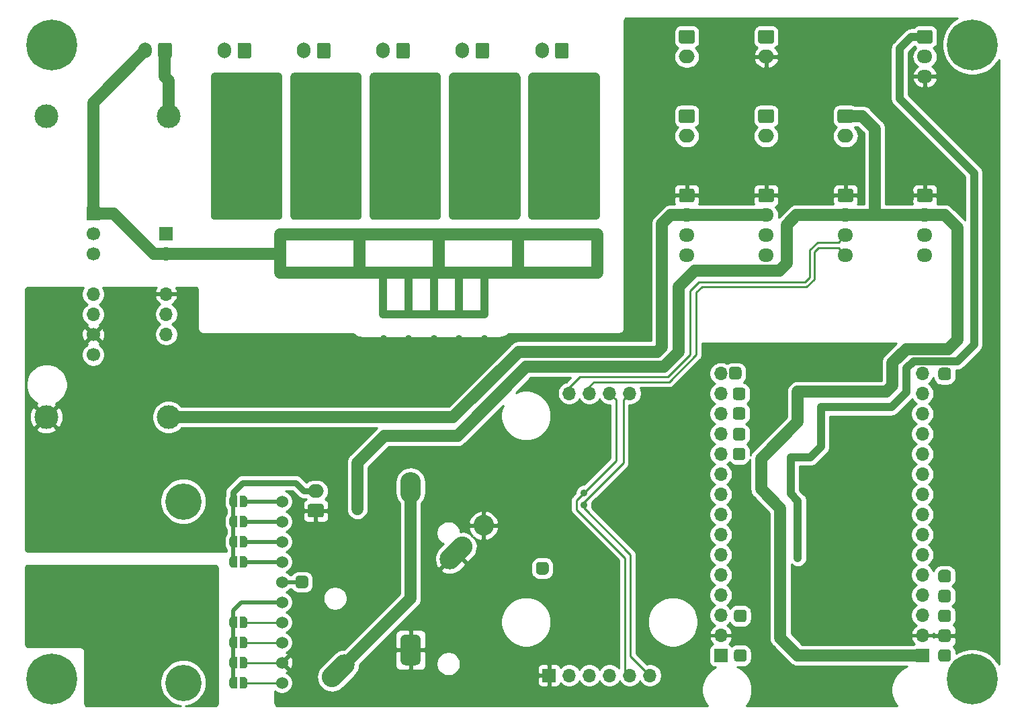
<source format=gbr>
G04 #@! TF.GenerationSoftware,KiCad,Pcbnew,5.1.9-73d0e3b20d~88~ubuntu20.04.1*
G04 #@! TF.CreationDate,2021-10-11T01:44:18+05:30*
G04 #@! TF.ProjectId,vayuO2,76617975-4f32-42e6-9b69-6361645f7063,rev 1*
G04 #@! TF.SameCoordinates,Original*
G04 #@! TF.FileFunction,Copper,L2,Bot*
G04 #@! TF.FilePolarity,Positive*
%FSLAX46Y46*%
G04 Gerber Fmt 4.6, Leading zero omitted, Abs format (unit mm)*
G04 Created by KiCad (PCBNEW 5.1.9-73d0e3b20d~88~ubuntu20.04.1) date 2021-10-11 01:44:18*
%MOMM*%
%LPD*%
G01*
G04 APERTURE LIST*
G04 #@! TA.AperFunction,ComponentPad*
%ADD10O,1.700000X1.700000*%
G04 #@! TD*
G04 #@! TA.AperFunction,ComponentPad*
%ADD11C,1.700000*%
G04 #@! TD*
G04 #@! TA.AperFunction,ComponentPad*
%ADD12R,1.700000X1.700000*%
G04 #@! TD*
G04 #@! TA.AperFunction,ComponentPad*
%ADD13C,3.000000*%
G04 #@! TD*
G04 #@! TA.AperFunction,ComponentPad*
%ADD14O,2.600000X3.900000*%
G04 #@! TD*
G04 #@! TA.AperFunction,ComponentPad*
%ADD15O,2.000000X1.700000*%
G04 #@! TD*
G04 #@! TA.AperFunction,ComponentPad*
%ADD16O,1.700000X2.000000*%
G04 #@! TD*
G04 #@! TA.AperFunction,ComponentPad*
%ADD17O,1.950000X1.700000*%
G04 #@! TD*
G04 #@! TA.AperFunction,ComponentPad*
%ADD18C,6.400000*%
G04 #@! TD*
G04 #@! TA.AperFunction,ComponentPad*
%ADD19C,0.800000*%
G04 #@! TD*
G04 #@! TA.AperFunction,SMDPad,CuDef*
%ADD20C,0.127000*%
G04 #@! TD*
G04 #@! TA.AperFunction,ComponentPad*
%ADD21C,2.600000*%
G04 #@! TD*
G04 #@! TA.AperFunction,ComponentPad*
%ADD22C,1.524000*%
G04 #@! TD*
G04 #@! TA.AperFunction,ComponentPad*
%ADD23C,4.572000*%
G04 #@! TD*
G04 #@! TA.AperFunction,ViaPad*
%ADD24C,0.900000*%
G04 #@! TD*
G04 #@! TA.AperFunction,Conductor*
%ADD25C,0.250000*%
G04 #@! TD*
G04 #@! TA.AperFunction,Conductor*
%ADD26C,1.000000*%
G04 #@! TD*
G04 #@! TA.AperFunction,Conductor*
%ADD27C,1.500000*%
G04 #@! TD*
G04 #@! TA.AperFunction,Conductor*
%ADD28C,0.500000*%
G04 #@! TD*
G04 #@! TA.AperFunction,Conductor*
%ADD29C,0.750000*%
G04 #@! TD*
G04 #@! TA.AperFunction,Conductor*
%ADD30C,0.127000*%
G04 #@! TD*
G04 APERTURE END LIST*
G04 #@! TA.AperFunction,ComponentPad*
G36*
G01*
X139300000Y-95800000D02*
X139300000Y-95000000D01*
G75*
G02*
X139700000Y-94600000I400000J0D01*
G01*
X140500000Y-94600000D01*
G75*
G02*
X140900000Y-95000000I0J-400000D01*
G01*
X140900000Y-95800000D01*
G75*
G02*
X140500000Y-96200000I-400000J0D01*
G01*
X139700000Y-96200000D01*
G75*
G02*
X139300000Y-95800000I0J400000D01*
G01*
G37*
G04 #@! TD.AperFunction*
G04 #@! TA.AperFunction,ComponentPad*
G36*
G01*
X165700000Y-95900000D02*
X165700000Y-95100000D01*
G75*
G02*
X166100000Y-94700000I400000J0D01*
G01*
X166900000Y-94700000D01*
G75*
G02*
X167300000Y-95100000I0J-400000D01*
G01*
X167300000Y-95900000D01*
G75*
G02*
X166900000Y-96300000I-400000J0D01*
G01*
X166100000Y-96300000D01*
G75*
G02*
X165700000Y-95900000I0J400000D01*
G01*
G37*
G04 #@! TD.AperFunction*
G04 #@! TA.AperFunction,ComponentPad*
G36*
G01*
X139800000Y-98400000D02*
X139800000Y-97600000D01*
G75*
G02*
X140200000Y-97200000I400000J0D01*
G01*
X141000000Y-97200000D01*
G75*
G02*
X141400000Y-97600000I0J-400000D01*
G01*
X141400000Y-98400000D01*
G75*
G02*
X141000000Y-98800000I-400000J0D01*
G01*
X140200000Y-98800000D01*
G75*
G02*
X139800000Y-98400000I0J400000D01*
G01*
G37*
G04 #@! TD.AperFunction*
G04 #@! TA.AperFunction,ComponentPad*
G36*
G01*
X139800000Y-100900000D02*
X139800000Y-100100000D01*
G75*
G02*
X140200000Y-99700000I400000J0D01*
G01*
X141000000Y-99700000D01*
G75*
G02*
X141400000Y-100100000I0J-400000D01*
G01*
X141400000Y-100900000D01*
G75*
G02*
X141000000Y-101300000I-400000J0D01*
G01*
X140200000Y-101300000D01*
G75*
G02*
X139800000Y-100900000I0J400000D01*
G01*
G37*
G04 #@! TD.AperFunction*
G04 #@! TA.AperFunction,ComponentPad*
G36*
G01*
X139800000Y-103500000D02*
X139800000Y-102700000D01*
G75*
G02*
X140200000Y-102300000I400000J0D01*
G01*
X141000000Y-102300000D01*
G75*
G02*
X141400000Y-102700000I0J-400000D01*
G01*
X141400000Y-103500000D01*
G75*
G02*
X141000000Y-103900000I-400000J0D01*
G01*
X140200000Y-103900000D01*
G75*
G02*
X139800000Y-103500000I0J400000D01*
G01*
G37*
G04 #@! TD.AperFunction*
G04 #@! TA.AperFunction,ComponentPad*
G36*
G01*
X139800000Y-106000000D02*
X139800000Y-105200000D01*
G75*
G02*
X140200000Y-104800000I400000J0D01*
G01*
X141000000Y-104800000D01*
G75*
G02*
X141400000Y-105200000I0J-400000D01*
G01*
X141400000Y-106000000D01*
G75*
G02*
X141000000Y-106400000I-400000J0D01*
G01*
X140200000Y-106400000D01*
G75*
G02*
X139800000Y-106000000I0J400000D01*
G01*
G37*
G04 #@! TD.AperFunction*
G04 #@! TA.AperFunction,ComponentPad*
G36*
G01*
X165700000Y-121400000D02*
X165700000Y-120600000D01*
G75*
G02*
X166100000Y-120200000I400000J0D01*
G01*
X166900000Y-120200000D01*
G75*
G02*
X167300000Y-120600000I0J-400000D01*
G01*
X167300000Y-121400000D01*
G75*
G02*
X166900000Y-121800000I-400000J0D01*
G01*
X166100000Y-121800000D01*
G75*
G02*
X165700000Y-121400000I0J400000D01*
G01*
G37*
G04 #@! TD.AperFunction*
G04 #@! TA.AperFunction,ComponentPad*
G36*
G01*
X165700000Y-123900000D02*
X165700000Y-123100000D01*
G75*
G02*
X166100000Y-122700000I400000J0D01*
G01*
X166900000Y-122700000D01*
G75*
G02*
X167300000Y-123100000I0J-400000D01*
G01*
X167300000Y-123900000D01*
G75*
G02*
X166900000Y-124300000I-400000J0D01*
G01*
X166100000Y-124300000D01*
G75*
G02*
X165700000Y-123900000I0J400000D01*
G01*
G37*
G04 #@! TD.AperFunction*
G04 #@! TA.AperFunction,ComponentPad*
G36*
G01*
X85900000Y-122530000D02*
X85100000Y-122530000D01*
G75*
G02*
X84700000Y-122130000I0J400000D01*
G01*
X84700000Y-121330000D01*
G75*
G02*
X85100000Y-120930000I400000J0D01*
G01*
X85900000Y-120930000D01*
G75*
G02*
X86300000Y-121330000I0J-400000D01*
G01*
X86300000Y-122130000D01*
G75*
G02*
X85900000Y-122530000I-400000J0D01*
G01*
G37*
G04 #@! TD.AperFunction*
G04 #@! TA.AperFunction,ComponentPad*
G36*
G01*
X139950000Y-126400000D02*
X139950000Y-125600000D01*
G75*
G02*
X140350000Y-125200000I400000J0D01*
G01*
X141150000Y-125200000D01*
G75*
G02*
X141550000Y-125600000I0J-400000D01*
G01*
X141550000Y-126400000D01*
G75*
G02*
X141150000Y-126800000I-400000J0D01*
G01*
X140350000Y-126800000D01*
G75*
G02*
X139950000Y-126400000I0J400000D01*
G01*
G37*
G04 #@! TD.AperFunction*
G04 #@! TA.AperFunction,ComponentPad*
G36*
G01*
X165700000Y-126400000D02*
X165700000Y-125600000D01*
G75*
G02*
X166100000Y-125200000I400000J0D01*
G01*
X166900000Y-125200000D01*
G75*
G02*
X167300000Y-125600000I0J-400000D01*
G01*
X167300000Y-126400000D01*
G75*
G02*
X166900000Y-126800000I-400000J0D01*
G01*
X166100000Y-126800000D01*
G75*
G02*
X165700000Y-126400000I0J400000D01*
G01*
G37*
G04 #@! TD.AperFunction*
G04 #@! TA.AperFunction,ComponentPad*
G36*
G01*
X165700000Y-128900000D02*
X165700000Y-128100000D01*
G75*
G02*
X166100000Y-127700000I400000J0D01*
G01*
X166900000Y-127700000D01*
G75*
G02*
X167300000Y-128100000I0J-400000D01*
G01*
X167300000Y-128900000D01*
G75*
G02*
X166900000Y-129300000I-400000J0D01*
G01*
X166100000Y-129300000D01*
G75*
G02*
X165700000Y-128900000I0J400000D01*
G01*
G37*
G04 #@! TD.AperFunction*
G04 #@! TA.AperFunction,ComponentPad*
G36*
G01*
X139950000Y-131400000D02*
X139950000Y-130600000D01*
G75*
G02*
X140350000Y-130200000I400000J0D01*
G01*
X141150000Y-130200000D01*
G75*
G02*
X141550000Y-130600000I0J-400000D01*
G01*
X141550000Y-131400000D01*
G75*
G02*
X141150000Y-131800000I-400000J0D01*
G01*
X140350000Y-131800000D01*
G75*
G02*
X139950000Y-131400000I0J400000D01*
G01*
G37*
G04 #@! TD.AperFunction*
G04 #@! TA.AperFunction,ComponentPad*
G36*
G01*
X165700000Y-131400000D02*
X165700000Y-130600000D01*
G75*
G02*
X166100000Y-130200000I400000J0D01*
G01*
X166900000Y-130200000D01*
G75*
G02*
X167300000Y-130600000I0J-400000D01*
G01*
X167300000Y-131400000D01*
G75*
G02*
X166900000Y-131800000I-400000J0D01*
G01*
X166100000Y-131800000D01*
G75*
G02*
X165700000Y-131400000I0J400000D01*
G01*
G37*
G04 #@! TD.AperFunction*
D10*
X59200000Y-88000000D03*
X59200000Y-85460000D03*
D11*
X59200000Y-77840000D03*
D12*
X59200000Y-75300000D03*
D11*
X59200000Y-80380000D03*
X59200000Y-90540000D03*
X59200000Y-93080000D03*
D13*
X53300000Y-100950000D03*
X68700000Y-100950000D03*
X53300000Y-63050000D03*
X68700000Y-63050000D03*
D12*
X68400000Y-77800000D03*
D10*
X68400000Y-80340000D03*
X68400000Y-85420000D03*
X68400000Y-87960000D03*
X68400000Y-90500000D03*
G04 #@! TA.AperFunction,ComponentPad*
G36*
G01*
X100500000Y-129000000D02*
X100500000Y-131600000D01*
G75*
G02*
X99850000Y-132250000I-650000J0D01*
G01*
X98550000Y-132250000D01*
G75*
G02*
X97900000Y-131600000I0J650000D01*
G01*
X97900000Y-129000000D01*
G75*
G02*
X98550000Y-128350000I650000J0D01*
G01*
X99850000Y-128350000D01*
G75*
G02*
X100500000Y-129000000I0J-650000D01*
G01*
G37*
G04 #@! TD.AperFunction*
D14*
X99200000Y-109800000D03*
D15*
X134000000Y-55500000D03*
G04 #@! TA.AperFunction,ComponentPad*
G36*
G01*
X133250000Y-52150000D02*
X134750000Y-52150000D01*
G75*
G02*
X135000000Y-52400000I0J-250000D01*
G01*
X135000000Y-53600000D01*
G75*
G02*
X134750000Y-53850000I-250000J0D01*
G01*
X133250000Y-53850000D01*
G75*
G02*
X133000000Y-53600000I0J250000D01*
G01*
X133000000Y-52400000D01*
G75*
G02*
X133250000Y-52150000I250000J0D01*
G01*
G37*
G04 #@! TD.AperFunction*
D16*
X115750000Y-54750000D03*
G04 #@! TA.AperFunction,ComponentPad*
G36*
G01*
X119100000Y-54000000D02*
X119100000Y-55500000D01*
G75*
G02*
X118850000Y-55750000I-250000J0D01*
G01*
X117650000Y-55750000D01*
G75*
G02*
X117400000Y-55500000I0J250000D01*
G01*
X117400000Y-54000000D01*
G75*
G02*
X117650000Y-53750000I250000J0D01*
G01*
X118850000Y-53750000D01*
G75*
G02*
X119100000Y-54000000I0J-250000D01*
G01*
G37*
G04 #@! TD.AperFunction*
X105750000Y-54750000D03*
G04 #@! TA.AperFunction,ComponentPad*
G36*
G01*
X109100000Y-54000000D02*
X109100000Y-55500000D01*
G75*
G02*
X108850000Y-55750000I-250000J0D01*
G01*
X107650000Y-55750000D01*
G75*
G02*
X107400000Y-55500000I0J250000D01*
G01*
X107400000Y-54000000D01*
G75*
G02*
X107650000Y-53750000I250000J0D01*
G01*
X108850000Y-53750000D01*
G75*
G02*
X109100000Y-54000000I0J-250000D01*
G01*
G37*
G04 #@! TD.AperFunction*
X95750000Y-54750000D03*
G04 #@! TA.AperFunction,ComponentPad*
G36*
G01*
X99100000Y-54000000D02*
X99100000Y-55500000D01*
G75*
G02*
X98850000Y-55750000I-250000J0D01*
G01*
X97650000Y-55750000D01*
G75*
G02*
X97400000Y-55500000I0J250000D01*
G01*
X97400000Y-54000000D01*
G75*
G02*
X97650000Y-53750000I250000J0D01*
G01*
X98850000Y-53750000D01*
G75*
G02*
X99100000Y-54000000I0J-250000D01*
G01*
G37*
G04 #@! TD.AperFunction*
X85750000Y-54750000D03*
G04 #@! TA.AperFunction,ComponentPad*
G36*
G01*
X89100000Y-54000000D02*
X89100000Y-55500000D01*
G75*
G02*
X88850000Y-55750000I-250000J0D01*
G01*
X87650000Y-55750000D01*
G75*
G02*
X87400000Y-55500000I0J250000D01*
G01*
X87400000Y-54000000D01*
G75*
G02*
X87650000Y-53750000I250000J0D01*
G01*
X88850000Y-53750000D01*
G75*
G02*
X89100000Y-54000000I0J-250000D01*
G01*
G37*
G04 #@! TD.AperFunction*
X75750000Y-54750000D03*
G04 #@! TA.AperFunction,ComponentPad*
G36*
G01*
X79100000Y-54000000D02*
X79100000Y-55500000D01*
G75*
G02*
X78850000Y-55750000I-250000J0D01*
G01*
X77650000Y-55750000D01*
G75*
G02*
X77400000Y-55500000I0J250000D01*
G01*
X77400000Y-54000000D01*
G75*
G02*
X77650000Y-53750000I250000J0D01*
G01*
X78850000Y-53750000D01*
G75*
G02*
X79100000Y-54000000I0J-250000D01*
G01*
G37*
G04 #@! TD.AperFunction*
X65750000Y-54750000D03*
G04 #@! TA.AperFunction,ComponentPad*
G36*
G01*
X69100000Y-54000000D02*
X69100000Y-55500000D01*
G75*
G02*
X68850000Y-55750000I-250000J0D01*
G01*
X67650000Y-55750000D01*
G75*
G02*
X67400000Y-55500000I0J250000D01*
G01*
X67400000Y-54000000D01*
G75*
G02*
X67650000Y-53750000I250000J0D01*
G01*
X68850000Y-53750000D01*
G75*
G02*
X69100000Y-54000000I0J-250000D01*
G01*
G37*
G04 #@! TD.AperFunction*
D12*
X116650000Y-133500000D03*
D10*
X119190000Y-133500000D03*
X121730000Y-133500000D03*
X124270000Y-133500000D03*
X126810000Y-133500000D03*
X129350000Y-133500000D03*
X126810000Y-97940000D03*
X124270000Y-97940000D03*
X119190000Y-97940000D03*
X121730000Y-97940000D03*
D12*
X163700000Y-131000000D03*
D10*
X163700000Y-128460000D03*
X163700000Y-125920000D03*
X163700000Y-123380000D03*
X163700000Y-120840000D03*
X163700000Y-118300000D03*
X163700000Y-115760000D03*
X163700000Y-113220000D03*
X163700000Y-110680000D03*
X163700000Y-108140000D03*
X163700000Y-105600000D03*
X163700000Y-103060000D03*
X163700000Y-100520000D03*
X163700000Y-97980000D03*
X163700000Y-95440000D03*
X138300000Y-95440000D03*
X138300000Y-115760000D03*
X138300000Y-110680000D03*
X138300000Y-105600000D03*
X138300000Y-113220000D03*
X138300000Y-108140000D03*
X138300000Y-100520000D03*
X138300000Y-97980000D03*
X138300000Y-103060000D03*
X138300000Y-125920000D03*
X138300000Y-118300000D03*
X138300000Y-120840000D03*
X138300000Y-123380000D03*
X138300000Y-128460000D03*
D12*
X138300000Y-131000000D03*
D17*
X134000000Y-80500000D03*
X134000000Y-78000000D03*
X134000000Y-75500000D03*
G04 #@! TA.AperFunction,ComponentPad*
G36*
G01*
X133275000Y-72150000D02*
X134725000Y-72150000D01*
G75*
G02*
X134975000Y-72400000I0J-250000D01*
G01*
X134975000Y-73600000D01*
G75*
G02*
X134725000Y-73850000I-250000J0D01*
G01*
X133275000Y-73850000D01*
G75*
G02*
X133025000Y-73600000I0J250000D01*
G01*
X133025000Y-72400000D01*
G75*
G02*
X133275000Y-72150000I250000J0D01*
G01*
G37*
G04 #@! TD.AperFunction*
D15*
X144000000Y-55500000D03*
G04 #@! TA.AperFunction,ComponentPad*
G36*
G01*
X143250000Y-52150000D02*
X144750000Y-52150000D01*
G75*
G02*
X145000000Y-52400000I0J-250000D01*
G01*
X145000000Y-53600000D01*
G75*
G02*
X144750000Y-53850000I-250000J0D01*
G01*
X143250000Y-53850000D01*
G75*
G02*
X143000000Y-53600000I0J250000D01*
G01*
X143000000Y-52400000D01*
G75*
G02*
X143250000Y-52150000I250000J0D01*
G01*
G37*
G04 #@! TD.AperFunction*
D18*
X170000000Y-54000000D03*
D19*
X172400000Y-54000000D03*
X171697056Y-55697056D03*
X170000000Y-56400000D03*
X168302944Y-55697056D03*
X167600000Y-54000000D03*
X168302944Y-52302944D03*
X170000000Y-51600000D03*
X171697056Y-52302944D03*
D18*
X170000000Y-134000000D03*
D19*
X172400000Y-134000000D03*
X171697056Y-135697056D03*
X170000000Y-136400000D03*
X168302944Y-135697056D03*
X167600000Y-134000000D03*
X168302944Y-132302944D03*
X170000000Y-131600000D03*
X171697056Y-132302944D03*
D18*
X54000000Y-54000000D03*
D19*
X56400000Y-54000000D03*
X55697056Y-55697056D03*
X54000000Y-56400000D03*
X52302944Y-55697056D03*
X51600000Y-54000000D03*
X52302944Y-52302944D03*
X54000000Y-51600000D03*
X55697056Y-52302944D03*
D18*
X54000000Y-134000000D03*
D19*
X56400000Y-134000000D03*
X55697056Y-135697056D03*
X54000000Y-136400000D03*
X52302944Y-135697056D03*
X51600000Y-134000000D03*
X52302944Y-132302944D03*
X54000000Y-131600000D03*
X55697056Y-132302944D03*
G04 #@! TA.AperFunction,SMDPad,CuDef*
D20*
G36*
X76850000Y-112319398D02*
G01*
X76825466Y-112319398D01*
X76776635Y-112314588D01*
X76728510Y-112305016D01*
X76681555Y-112290772D01*
X76636222Y-112271995D01*
X76592949Y-112248864D01*
X76552150Y-112221604D01*
X76514221Y-112190476D01*
X76479524Y-112155779D01*
X76448396Y-112117850D01*
X76421136Y-112077051D01*
X76398005Y-112033778D01*
X76379228Y-111988445D01*
X76364984Y-111941490D01*
X76355412Y-111893365D01*
X76350602Y-111844534D01*
X76350602Y-111820000D01*
X76350000Y-111820000D01*
X76350000Y-111320000D01*
X76350602Y-111320000D01*
X76350602Y-111295466D01*
X76355412Y-111246635D01*
X76364984Y-111198510D01*
X76379228Y-111151555D01*
X76398005Y-111106222D01*
X76421136Y-111062949D01*
X76448396Y-111022150D01*
X76479524Y-110984221D01*
X76514221Y-110949524D01*
X76552150Y-110918396D01*
X76592949Y-110891136D01*
X76636222Y-110868005D01*
X76681555Y-110849228D01*
X76728510Y-110834984D01*
X76776635Y-110825412D01*
X76825466Y-110820602D01*
X76850000Y-110820602D01*
X76850000Y-110820000D01*
X77350000Y-110820000D01*
X77350000Y-112320000D01*
X76850000Y-112320000D01*
X76850000Y-112319398D01*
G37*
G04 #@! TD.AperFunction*
G04 #@! TA.AperFunction,SMDPad,CuDef*
G36*
X77650000Y-110820000D02*
G01*
X78150000Y-110820000D01*
X78150000Y-110820602D01*
X78174534Y-110820602D01*
X78223365Y-110825412D01*
X78271490Y-110834984D01*
X78318445Y-110849228D01*
X78363778Y-110868005D01*
X78407051Y-110891136D01*
X78447850Y-110918396D01*
X78485779Y-110949524D01*
X78520476Y-110984221D01*
X78551604Y-111022150D01*
X78578864Y-111062949D01*
X78601995Y-111106222D01*
X78620772Y-111151555D01*
X78635016Y-111198510D01*
X78644588Y-111246635D01*
X78649398Y-111295466D01*
X78649398Y-111320000D01*
X78650000Y-111320000D01*
X78650000Y-111820000D01*
X78649398Y-111820000D01*
X78649398Y-111844534D01*
X78644588Y-111893365D01*
X78635016Y-111941490D01*
X78620772Y-111988445D01*
X78601995Y-112033778D01*
X78578864Y-112077051D01*
X78551604Y-112117850D01*
X78520476Y-112155779D01*
X78485779Y-112190476D01*
X78447850Y-112221604D01*
X78407051Y-112248864D01*
X78363778Y-112271995D01*
X78318445Y-112290772D01*
X78271490Y-112305016D01*
X78223365Y-112314588D01*
X78174534Y-112319398D01*
X78150000Y-112319398D01*
X78150000Y-112320000D01*
X77650000Y-112320000D01*
X77650000Y-110820000D01*
G37*
G04 #@! TD.AperFunction*
G04 #@! TA.AperFunction,SMDPad,CuDef*
G36*
X76850000Y-114859398D02*
G01*
X76825466Y-114859398D01*
X76776635Y-114854588D01*
X76728510Y-114845016D01*
X76681555Y-114830772D01*
X76636222Y-114811995D01*
X76592949Y-114788864D01*
X76552150Y-114761604D01*
X76514221Y-114730476D01*
X76479524Y-114695779D01*
X76448396Y-114657850D01*
X76421136Y-114617051D01*
X76398005Y-114573778D01*
X76379228Y-114528445D01*
X76364984Y-114481490D01*
X76355412Y-114433365D01*
X76350602Y-114384534D01*
X76350602Y-114360000D01*
X76350000Y-114360000D01*
X76350000Y-113860000D01*
X76350602Y-113860000D01*
X76350602Y-113835466D01*
X76355412Y-113786635D01*
X76364984Y-113738510D01*
X76379228Y-113691555D01*
X76398005Y-113646222D01*
X76421136Y-113602949D01*
X76448396Y-113562150D01*
X76479524Y-113524221D01*
X76514221Y-113489524D01*
X76552150Y-113458396D01*
X76592949Y-113431136D01*
X76636222Y-113408005D01*
X76681555Y-113389228D01*
X76728510Y-113374984D01*
X76776635Y-113365412D01*
X76825466Y-113360602D01*
X76850000Y-113360602D01*
X76850000Y-113360000D01*
X77350000Y-113360000D01*
X77350000Y-114860000D01*
X76850000Y-114860000D01*
X76850000Y-114859398D01*
G37*
G04 #@! TD.AperFunction*
G04 #@! TA.AperFunction,SMDPad,CuDef*
G36*
X77650000Y-113360000D02*
G01*
X78150000Y-113360000D01*
X78150000Y-113360602D01*
X78174534Y-113360602D01*
X78223365Y-113365412D01*
X78271490Y-113374984D01*
X78318445Y-113389228D01*
X78363778Y-113408005D01*
X78407051Y-113431136D01*
X78447850Y-113458396D01*
X78485779Y-113489524D01*
X78520476Y-113524221D01*
X78551604Y-113562150D01*
X78578864Y-113602949D01*
X78601995Y-113646222D01*
X78620772Y-113691555D01*
X78635016Y-113738510D01*
X78644588Y-113786635D01*
X78649398Y-113835466D01*
X78649398Y-113860000D01*
X78650000Y-113860000D01*
X78650000Y-114360000D01*
X78649398Y-114360000D01*
X78649398Y-114384534D01*
X78644588Y-114433365D01*
X78635016Y-114481490D01*
X78620772Y-114528445D01*
X78601995Y-114573778D01*
X78578864Y-114617051D01*
X78551604Y-114657850D01*
X78520476Y-114695779D01*
X78485779Y-114730476D01*
X78447850Y-114761604D01*
X78407051Y-114788864D01*
X78363778Y-114811995D01*
X78318445Y-114830772D01*
X78271490Y-114845016D01*
X78223365Y-114854588D01*
X78174534Y-114859398D01*
X78150000Y-114859398D01*
X78150000Y-114860000D01*
X77650000Y-114860000D01*
X77650000Y-113360000D01*
G37*
G04 #@! TD.AperFunction*
G04 #@! TA.AperFunction,SMDPad,CuDef*
G36*
X76850000Y-117399398D02*
G01*
X76825466Y-117399398D01*
X76776635Y-117394588D01*
X76728510Y-117385016D01*
X76681555Y-117370772D01*
X76636222Y-117351995D01*
X76592949Y-117328864D01*
X76552150Y-117301604D01*
X76514221Y-117270476D01*
X76479524Y-117235779D01*
X76448396Y-117197850D01*
X76421136Y-117157051D01*
X76398005Y-117113778D01*
X76379228Y-117068445D01*
X76364984Y-117021490D01*
X76355412Y-116973365D01*
X76350602Y-116924534D01*
X76350602Y-116900000D01*
X76350000Y-116900000D01*
X76350000Y-116400000D01*
X76350602Y-116400000D01*
X76350602Y-116375466D01*
X76355412Y-116326635D01*
X76364984Y-116278510D01*
X76379228Y-116231555D01*
X76398005Y-116186222D01*
X76421136Y-116142949D01*
X76448396Y-116102150D01*
X76479524Y-116064221D01*
X76514221Y-116029524D01*
X76552150Y-115998396D01*
X76592949Y-115971136D01*
X76636222Y-115948005D01*
X76681555Y-115929228D01*
X76728510Y-115914984D01*
X76776635Y-115905412D01*
X76825466Y-115900602D01*
X76850000Y-115900602D01*
X76850000Y-115900000D01*
X77350000Y-115900000D01*
X77350000Y-117400000D01*
X76850000Y-117400000D01*
X76850000Y-117399398D01*
G37*
G04 #@! TD.AperFunction*
G04 #@! TA.AperFunction,SMDPad,CuDef*
G36*
X77650000Y-115900000D02*
G01*
X78150000Y-115900000D01*
X78150000Y-115900602D01*
X78174534Y-115900602D01*
X78223365Y-115905412D01*
X78271490Y-115914984D01*
X78318445Y-115929228D01*
X78363778Y-115948005D01*
X78407051Y-115971136D01*
X78447850Y-115998396D01*
X78485779Y-116029524D01*
X78520476Y-116064221D01*
X78551604Y-116102150D01*
X78578864Y-116142949D01*
X78601995Y-116186222D01*
X78620772Y-116231555D01*
X78635016Y-116278510D01*
X78644588Y-116326635D01*
X78649398Y-116375466D01*
X78649398Y-116400000D01*
X78650000Y-116400000D01*
X78650000Y-116900000D01*
X78649398Y-116900000D01*
X78649398Y-116924534D01*
X78644588Y-116973365D01*
X78635016Y-117021490D01*
X78620772Y-117068445D01*
X78601995Y-117113778D01*
X78578864Y-117157051D01*
X78551604Y-117197850D01*
X78520476Y-117235779D01*
X78485779Y-117270476D01*
X78447850Y-117301604D01*
X78407051Y-117328864D01*
X78363778Y-117351995D01*
X78318445Y-117370772D01*
X78271490Y-117385016D01*
X78223365Y-117394588D01*
X78174534Y-117399398D01*
X78150000Y-117399398D01*
X78150000Y-117400000D01*
X77650000Y-117400000D01*
X77650000Y-115900000D01*
G37*
G04 #@! TD.AperFunction*
G04 #@! TA.AperFunction,SMDPad,CuDef*
G36*
X76850000Y-119939398D02*
G01*
X76825466Y-119939398D01*
X76776635Y-119934588D01*
X76728510Y-119925016D01*
X76681555Y-119910772D01*
X76636222Y-119891995D01*
X76592949Y-119868864D01*
X76552150Y-119841604D01*
X76514221Y-119810476D01*
X76479524Y-119775779D01*
X76448396Y-119737850D01*
X76421136Y-119697051D01*
X76398005Y-119653778D01*
X76379228Y-119608445D01*
X76364984Y-119561490D01*
X76355412Y-119513365D01*
X76350602Y-119464534D01*
X76350602Y-119440000D01*
X76350000Y-119440000D01*
X76350000Y-118940000D01*
X76350602Y-118940000D01*
X76350602Y-118915466D01*
X76355412Y-118866635D01*
X76364984Y-118818510D01*
X76379228Y-118771555D01*
X76398005Y-118726222D01*
X76421136Y-118682949D01*
X76448396Y-118642150D01*
X76479524Y-118604221D01*
X76514221Y-118569524D01*
X76552150Y-118538396D01*
X76592949Y-118511136D01*
X76636222Y-118488005D01*
X76681555Y-118469228D01*
X76728510Y-118454984D01*
X76776635Y-118445412D01*
X76825466Y-118440602D01*
X76850000Y-118440602D01*
X76850000Y-118440000D01*
X77350000Y-118440000D01*
X77350000Y-119940000D01*
X76850000Y-119940000D01*
X76850000Y-119939398D01*
G37*
G04 #@! TD.AperFunction*
G04 #@! TA.AperFunction,SMDPad,CuDef*
G36*
X77650000Y-118440000D02*
G01*
X78150000Y-118440000D01*
X78150000Y-118440602D01*
X78174534Y-118440602D01*
X78223365Y-118445412D01*
X78271490Y-118454984D01*
X78318445Y-118469228D01*
X78363778Y-118488005D01*
X78407051Y-118511136D01*
X78447850Y-118538396D01*
X78485779Y-118569524D01*
X78520476Y-118604221D01*
X78551604Y-118642150D01*
X78578864Y-118682949D01*
X78601995Y-118726222D01*
X78620772Y-118771555D01*
X78635016Y-118818510D01*
X78644588Y-118866635D01*
X78649398Y-118915466D01*
X78649398Y-118940000D01*
X78650000Y-118940000D01*
X78650000Y-119440000D01*
X78649398Y-119440000D01*
X78649398Y-119464534D01*
X78644588Y-119513365D01*
X78635016Y-119561490D01*
X78620772Y-119608445D01*
X78601995Y-119653778D01*
X78578864Y-119697051D01*
X78551604Y-119737850D01*
X78520476Y-119775779D01*
X78485779Y-119810476D01*
X78447850Y-119841604D01*
X78407051Y-119868864D01*
X78363778Y-119891995D01*
X78318445Y-119910772D01*
X78271490Y-119925016D01*
X78223365Y-119934588D01*
X78174534Y-119939398D01*
X78150000Y-119939398D01*
X78150000Y-119940000D01*
X77650000Y-119940000D01*
X77650000Y-118440000D01*
G37*
G04 #@! TD.AperFunction*
G04 #@! TA.AperFunction,SMDPad,CuDef*
G36*
X76850000Y-127559398D02*
G01*
X76825466Y-127559398D01*
X76776635Y-127554588D01*
X76728510Y-127545016D01*
X76681555Y-127530772D01*
X76636222Y-127511995D01*
X76592949Y-127488864D01*
X76552150Y-127461604D01*
X76514221Y-127430476D01*
X76479524Y-127395779D01*
X76448396Y-127357850D01*
X76421136Y-127317051D01*
X76398005Y-127273778D01*
X76379228Y-127228445D01*
X76364984Y-127181490D01*
X76355412Y-127133365D01*
X76350602Y-127084534D01*
X76350602Y-127060000D01*
X76350000Y-127060000D01*
X76350000Y-126560000D01*
X76350602Y-126560000D01*
X76350602Y-126535466D01*
X76355412Y-126486635D01*
X76364984Y-126438510D01*
X76379228Y-126391555D01*
X76398005Y-126346222D01*
X76421136Y-126302949D01*
X76448396Y-126262150D01*
X76479524Y-126224221D01*
X76514221Y-126189524D01*
X76552150Y-126158396D01*
X76592949Y-126131136D01*
X76636222Y-126108005D01*
X76681555Y-126089228D01*
X76728510Y-126074984D01*
X76776635Y-126065412D01*
X76825466Y-126060602D01*
X76850000Y-126060602D01*
X76850000Y-126060000D01*
X77350000Y-126060000D01*
X77350000Y-127560000D01*
X76850000Y-127560000D01*
X76850000Y-127559398D01*
G37*
G04 #@! TD.AperFunction*
G04 #@! TA.AperFunction,SMDPad,CuDef*
G36*
X77650000Y-126060000D02*
G01*
X78150000Y-126060000D01*
X78150000Y-126060602D01*
X78174534Y-126060602D01*
X78223365Y-126065412D01*
X78271490Y-126074984D01*
X78318445Y-126089228D01*
X78363778Y-126108005D01*
X78407051Y-126131136D01*
X78447850Y-126158396D01*
X78485779Y-126189524D01*
X78520476Y-126224221D01*
X78551604Y-126262150D01*
X78578864Y-126302949D01*
X78601995Y-126346222D01*
X78620772Y-126391555D01*
X78635016Y-126438510D01*
X78644588Y-126486635D01*
X78649398Y-126535466D01*
X78649398Y-126560000D01*
X78650000Y-126560000D01*
X78650000Y-127060000D01*
X78649398Y-127060000D01*
X78649398Y-127084534D01*
X78644588Y-127133365D01*
X78635016Y-127181490D01*
X78620772Y-127228445D01*
X78601995Y-127273778D01*
X78578864Y-127317051D01*
X78551604Y-127357850D01*
X78520476Y-127395779D01*
X78485779Y-127430476D01*
X78447850Y-127461604D01*
X78407051Y-127488864D01*
X78363778Y-127511995D01*
X78318445Y-127530772D01*
X78271490Y-127545016D01*
X78223365Y-127554588D01*
X78174534Y-127559398D01*
X78150000Y-127559398D01*
X78150000Y-127560000D01*
X77650000Y-127560000D01*
X77650000Y-126060000D01*
G37*
G04 #@! TD.AperFunction*
G04 #@! TA.AperFunction,SMDPad,CuDef*
G36*
X76850001Y-130099398D02*
G01*
X76825467Y-130099398D01*
X76776636Y-130094588D01*
X76728511Y-130085016D01*
X76681556Y-130070772D01*
X76636223Y-130051995D01*
X76592950Y-130028864D01*
X76552151Y-130001604D01*
X76514222Y-129970476D01*
X76479525Y-129935779D01*
X76448397Y-129897850D01*
X76421137Y-129857051D01*
X76398006Y-129813778D01*
X76379229Y-129768445D01*
X76364985Y-129721490D01*
X76355413Y-129673365D01*
X76350603Y-129624534D01*
X76350603Y-129600000D01*
X76350001Y-129600000D01*
X76350001Y-129100000D01*
X76350603Y-129100000D01*
X76350603Y-129075466D01*
X76355413Y-129026635D01*
X76364985Y-128978510D01*
X76379229Y-128931555D01*
X76398006Y-128886222D01*
X76421137Y-128842949D01*
X76448397Y-128802150D01*
X76479525Y-128764221D01*
X76514222Y-128729524D01*
X76552151Y-128698396D01*
X76592950Y-128671136D01*
X76636223Y-128648005D01*
X76681556Y-128629228D01*
X76728511Y-128614984D01*
X76776636Y-128605412D01*
X76825467Y-128600602D01*
X76850001Y-128600602D01*
X76850001Y-128600000D01*
X77350001Y-128600000D01*
X77350001Y-130100000D01*
X76850001Y-130100000D01*
X76850001Y-130099398D01*
G37*
G04 #@! TD.AperFunction*
G04 #@! TA.AperFunction,SMDPad,CuDef*
G36*
X77650001Y-128600000D02*
G01*
X78150001Y-128600000D01*
X78150001Y-128600602D01*
X78174535Y-128600602D01*
X78223366Y-128605412D01*
X78271491Y-128614984D01*
X78318446Y-128629228D01*
X78363779Y-128648005D01*
X78407052Y-128671136D01*
X78447851Y-128698396D01*
X78485780Y-128729524D01*
X78520477Y-128764221D01*
X78551605Y-128802150D01*
X78578865Y-128842949D01*
X78601996Y-128886222D01*
X78620773Y-128931555D01*
X78635017Y-128978510D01*
X78644589Y-129026635D01*
X78649399Y-129075466D01*
X78649399Y-129100000D01*
X78650001Y-129100000D01*
X78650001Y-129600000D01*
X78649399Y-129600000D01*
X78649399Y-129624534D01*
X78644589Y-129673365D01*
X78635017Y-129721490D01*
X78620773Y-129768445D01*
X78601996Y-129813778D01*
X78578865Y-129857051D01*
X78551605Y-129897850D01*
X78520477Y-129935779D01*
X78485780Y-129970476D01*
X78447851Y-130001604D01*
X78407052Y-130028864D01*
X78363779Y-130051995D01*
X78318446Y-130070772D01*
X78271491Y-130085016D01*
X78223366Y-130094588D01*
X78174535Y-130099398D01*
X78150001Y-130099398D01*
X78150001Y-130100000D01*
X77650001Y-130100000D01*
X77650001Y-128600000D01*
G37*
G04 #@! TD.AperFunction*
G04 #@! TA.AperFunction,SMDPad,CuDef*
G36*
X76850000Y-132639398D02*
G01*
X76825466Y-132639398D01*
X76776635Y-132634588D01*
X76728510Y-132625016D01*
X76681555Y-132610772D01*
X76636222Y-132591995D01*
X76592949Y-132568864D01*
X76552150Y-132541604D01*
X76514221Y-132510476D01*
X76479524Y-132475779D01*
X76448396Y-132437850D01*
X76421136Y-132397051D01*
X76398005Y-132353778D01*
X76379228Y-132308445D01*
X76364984Y-132261490D01*
X76355412Y-132213365D01*
X76350602Y-132164534D01*
X76350602Y-132140000D01*
X76350000Y-132140000D01*
X76350000Y-131640000D01*
X76350602Y-131640000D01*
X76350602Y-131615466D01*
X76355412Y-131566635D01*
X76364984Y-131518510D01*
X76379228Y-131471555D01*
X76398005Y-131426222D01*
X76421136Y-131382949D01*
X76448396Y-131342150D01*
X76479524Y-131304221D01*
X76514221Y-131269524D01*
X76552150Y-131238396D01*
X76592949Y-131211136D01*
X76636222Y-131188005D01*
X76681555Y-131169228D01*
X76728510Y-131154984D01*
X76776635Y-131145412D01*
X76825466Y-131140602D01*
X76850000Y-131140602D01*
X76850000Y-131140000D01*
X77350000Y-131140000D01*
X77350000Y-132640000D01*
X76850000Y-132640000D01*
X76850000Y-132639398D01*
G37*
G04 #@! TD.AperFunction*
G04 #@! TA.AperFunction,SMDPad,CuDef*
G36*
X77650000Y-131140000D02*
G01*
X78150000Y-131140000D01*
X78150000Y-131140602D01*
X78174534Y-131140602D01*
X78223365Y-131145412D01*
X78271490Y-131154984D01*
X78318445Y-131169228D01*
X78363778Y-131188005D01*
X78407051Y-131211136D01*
X78447850Y-131238396D01*
X78485779Y-131269524D01*
X78520476Y-131304221D01*
X78551604Y-131342150D01*
X78578864Y-131382949D01*
X78601995Y-131426222D01*
X78620772Y-131471555D01*
X78635016Y-131518510D01*
X78644588Y-131566635D01*
X78649398Y-131615466D01*
X78649398Y-131640000D01*
X78650000Y-131640000D01*
X78650000Y-132140000D01*
X78649398Y-132140000D01*
X78649398Y-132164534D01*
X78644588Y-132213365D01*
X78635016Y-132261490D01*
X78620772Y-132308445D01*
X78601995Y-132353778D01*
X78578864Y-132397051D01*
X78551604Y-132437850D01*
X78520476Y-132475779D01*
X78485779Y-132510476D01*
X78447850Y-132541604D01*
X78407051Y-132568864D01*
X78363778Y-132591995D01*
X78318445Y-132610772D01*
X78271490Y-132625016D01*
X78223365Y-132634588D01*
X78174534Y-132639398D01*
X78150000Y-132639398D01*
X78150000Y-132640000D01*
X77650000Y-132640000D01*
X77650000Y-131140000D01*
G37*
G04 #@! TD.AperFunction*
G04 #@! TA.AperFunction,SMDPad,CuDef*
G36*
X76850000Y-135179398D02*
G01*
X76825466Y-135179398D01*
X76776635Y-135174588D01*
X76728510Y-135165016D01*
X76681555Y-135150772D01*
X76636222Y-135131995D01*
X76592949Y-135108864D01*
X76552150Y-135081604D01*
X76514221Y-135050476D01*
X76479524Y-135015779D01*
X76448396Y-134977850D01*
X76421136Y-134937051D01*
X76398005Y-134893778D01*
X76379228Y-134848445D01*
X76364984Y-134801490D01*
X76355412Y-134753365D01*
X76350602Y-134704534D01*
X76350602Y-134680000D01*
X76350000Y-134680000D01*
X76350000Y-134180000D01*
X76350602Y-134180000D01*
X76350602Y-134155466D01*
X76355412Y-134106635D01*
X76364984Y-134058510D01*
X76379228Y-134011555D01*
X76398005Y-133966222D01*
X76421136Y-133922949D01*
X76448396Y-133882150D01*
X76479524Y-133844221D01*
X76514221Y-133809524D01*
X76552150Y-133778396D01*
X76592949Y-133751136D01*
X76636222Y-133728005D01*
X76681555Y-133709228D01*
X76728510Y-133694984D01*
X76776635Y-133685412D01*
X76825466Y-133680602D01*
X76850000Y-133680602D01*
X76850000Y-133680000D01*
X77350000Y-133680000D01*
X77350000Y-135180000D01*
X76850000Y-135180000D01*
X76850000Y-135179398D01*
G37*
G04 #@! TD.AperFunction*
G04 #@! TA.AperFunction,SMDPad,CuDef*
G36*
X77650000Y-133680000D02*
G01*
X78150000Y-133680000D01*
X78150000Y-133680602D01*
X78174534Y-133680602D01*
X78223365Y-133685412D01*
X78271490Y-133694984D01*
X78318445Y-133709228D01*
X78363778Y-133728005D01*
X78407051Y-133751136D01*
X78447850Y-133778396D01*
X78485779Y-133809524D01*
X78520476Y-133844221D01*
X78551604Y-133882150D01*
X78578864Y-133922949D01*
X78601995Y-133966222D01*
X78620772Y-134011555D01*
X78635016Y-134058510D01*
X78644588Y-134106635D01*
X78649398Y-134155466D01*
X78649398Y-134180000D01*
X78650000Y-134180000D01*
X78650000Y-134680000D01*
X78649398Y-134680000D01*
X78649398Y-134704534D01*
X78644588Y-134753365D01*
X78635016Y-134801490D01*
X78620772Y-134848445D01*
X78601995Y-134893778D01*
X78578864Y-134937051D01*
X78551604Y-134977850D01*
X78520476Y-135015779D01*
X78485779Y-135050476D01*
X78447850Y-135081604D01*
X78407051Y-135108864D01*
X78363778Y-135131995D01*
X78318445Y-135150772D01*
X78271490Y-135165016D01*
X78223365Y-135174588D01*
X78174534Y-135179398D01*
X78150000Y-135179398D01*
X78150000Y-135180000D01*
X77650000Y-135180000D01*
X77650000Y-133680000D01*
G37*
G04 #@! TD.AperFunction*
D21*
X108392388Y-114607612D03*
G04 #@! TA.AperFunction,ComponentPad*
G36*
G01*
X103230509Y-117931013D02*
X104786143Y-116375379D01*
G75*
G02*
X106624621Y-116375379I919239J-919239D01*
G01*
X106624621Y-116375379D01*
G75*
G02*
X106624621Y-118213857I-919239J-919239D01*
G01*
X105068987Y-119769491D01*
G75*
G02*
X103230509Y-119769491I-919239J919239D01*
G01*
X103230509Y-119769491D01*
G75*
G02*
X103230509Y-117931013I919239J919239D01*
G01*
G37*
G04 #@! TD.AperFunction*
G04 #@! TA.AperFunction,ComponentPad*
G36*
G01*
X88381267Y-132780255D02*
X89936901Y-131224621D01*
G75*
G02*
X91775379Y-131224621I919239J-919239D01*
G01*
X91775379Y-131224621D01*
G75*
G02*
X91775379Y-133063099I-919239J-919239D01*
G01*
X90219745Y-134618733D01*
G75*
G02*
X88381267Y-134618733I-919239J919239D01*
G01*
X88381267Y-134618733D01*
G75*
G02*
X88381267Y-132780255I919239J919239D01*
G01*
G37*
G04 #@! TD.AperFunction*
G04 #@! TA.AperFunction,ComponentPad*
G36*
G01*
X116200000Y-120800000D02*
X115400000Y-120800000D01*
G75*
G02*
X115000000Y-120400000I0J400000D01*
G01*
X115000000Y-119600000D01*
G75*
G02*
X115400000Y-119200000I400000J0D01*
G01*
X116200000Y-119200000D01*
G75*
G02*
X116600000Y-119600000I0J-400000D01*
G01*
X116600000Y-120400000D01*
G75*
G02*
X116200000Y-120800000I-400000J0D01*
G01*
G37*
G04 #@! TD.AperFunction*
D15*
X154000000Y-65500000D03*
G04 #@! TA.AperFunction,ComponentPad*
G36*
G01*
X153250000Y-62150000D02*
X154750000Y-62150000D01*
G75*
G02*
X155000000Y-62400000I0J-250000D01*
G01*
X155000000Y-63600000D01*
G75*
G02*
X154750000Y-63850000I-250000J0D01*
G01*
X153250000Y-63850000D01*
G75*
G02*
X153000000Y-63600000I0J250000D01*
G01*
X153000000Y-62400000D01*
G75*
G02*
X153250000Y-62150000I250000J0D01*
G01*
G37*
G04 #@! TD.AperFunction*
X144000000Y-65500000D03*
G04 #@! TA.AperFunction,ComponentPad*
G36*
G01*
X143250000Y-62150000D02*
X144750000Y-62150000D01*
G75*
G02*
X145000000Y-62400000I0J-250000D01*
G01*
X145000000Y-63600000D01*
G75*
G02*
X144750000Y-63850000I-250000J0D01*
G01*
X143250000Y-63850000D01*
G75*
G02*
X143000000Y-63600000I0J250000D01*
G01*
X143000000Y-62400000D01*
G75*
G02*
X143250000Y-62150000I250000J0D01*
G01*
G37*
G04 #@! TD.AperFunction*
X134000000Y-65500000D03*
G04 #@! TA.AperFunction,ComponentPad*
G36*
G01*
X133250000Y-62150000D02*
X134750000Y-62150000D01*
G75*
G02*
X135000000Y-62400000I0J-250000D01*
G01*
X135000000Y-63600000D01*
G75*
G02*
X134750000Y-63850000I-250000J0D01*
G01*
X133250000Y-63850000D01*
G75*
G02*
X133000000Y-63600000I0J250000D01*
G01*
X133000000Y-62400000D01*
G75*
G02*
X133250000Y-62150000I250000J0D01*
G01*
G37*
G04 #@! TD.AperFunction*
D22*
X83000000Y-124270000D03*
X83000000Y-121730000D03*
X83000000Y-119190000D03*
X83000000Y-116650000D03*
X83000000Y-114110000D03*
X83000000Y-111570000D03*
X83000000Y-126810000D03*
X83000000Y-129350000D03*
X83000000Y-131890000D03*
X83000000Y-134430000D03*
D23*
X70554000Y-134430000D03*
X70554000Y-111570000D03*
D15*
X87250000Y-110250000D03*
G04 #@! TA.AperFunction,ComponentPad*
G36*
G01*
X88000000Y-113600000D02*
X86500000Y-113600000D01*
G75*
G02*
X86250000Y-113350000I0J250000D01*
G01*
X86250000Y-112150000D01*
G75*
G02*
X86500000Y-111900000I250000J0D01*
G01*
X88000000Y-111900000D01*
G75*
G02*
X88250000Y-112150000I0J-250000D01*
G01*
X88250000Y-113350000D01*
G75*
G02*
X88000000Y-113600000I-250000J0D01*
G01*
G37*
G04 #@! TD.AperFunction*
D17*
X154000000Y-80500000D03*
X154000000Y-78000000D03*
X154000000Y-75500000D03*
G04 #@! TA.AperFunction,ComponentPad*
G36*
G01*
X153275000Y-72150000D02*
X154725000Y-72150000D01*
G75*
G02*
X154975000Y-72400000I0J-250000D01*
G01*
X154975000Y-73600000D01*
G75*
G02*
X154725000Y-73850000I-250000J0D01*
G01*
X153275000Y-73850000D01*
G75*
G02*
X153025000Y-73600000I0J250000D01*
G01*
X153025000Y-72400000D01*
G75*
G02*
X153275000Y-72150000I250000J0D01*
G01*
G37*
G04 #@! TD.AperFunction*
X164000000Y-80500000D03*
X164000000Y-78000000D03*
X164000000Y-75500000D03*
G04 #@! TA.AperFunction,ComponentPad*
G36*
G01*
X163275000Y-72150000D02*
X164725000Y-72150000D01*
G75*
G02*
X164975000Y-72400000I0J-250000D01*
G01*
X164975000Y-73600000D01*
G75*
G02*
X164725000Y-73850000I-250000J0D01*
G01*
X163275000Y-73850000D01*
G75*
G02*
X163025000Y-73600000I0J250000D01*
G01*
X163025000Y-72400000D01*
G75*
G02*
X163275000Y-72150000I250000J0D01*
G01*
G37*
G04 #@! TD.AperFunction*
X144000000Y-80500000D03*
X144000000Y-78000000D03*
X144000000Y-75500000D03*
G04 #@! TA.AperFunction,ComponentPad*
G36*
G01*
X143275000Y-72150000D02*
X144725000Y-72150000D01*
G75*
G02*
X144975000Y-72400000I0J-250000D01*
G01*
X144975000Y-73600000D01*
G75*
G02*
X144725000Y-73850000I-250000J0D01*
G01*
X143275000Y-73850000D01*
G75*
G02*
X143025000Y-73600000I0J250000D01*
G01*
X143025000Y-72400000D01*
G75*
G02*
X143275000Y-72150000I250000J0D01*
G01*
G37*
G04 #@! TD.AperFunction*
X164000000Y-58000000D03*
X164000000Y-55500000D03*
G04 #@! TA.AperFunction,ComponentPad*
G36*
G01*
X163275000Y-52150000D02*
X164725000Y-52150000D01*
G75*
G02*
X164975000Y-52400000I0J-250000D01*
G01*
X164975000Y-53600000D01*
G75*
G02*
X164725000Y-53850000I-250000J0D01*
G01*
X163275000Y-53850000D01*
G75*
G02*
X163025000Y-53600000I0J250000D01*
G01*
X163025000Y-52400000D01*
G75*
G02*
X163275000Y-52150000I250000J0D01*
G01*
G37*
G04 #@! TD.AperFunction*
D24*
X53600000Y-107800000D03*
X84000000Y-93500000D03*
X143050000Y-114350000D03*
X130000000Y-62700000D03*
X140000000Y-62700000D03*
X150000000Y-62700000D03*
X118750000Y-122700000D03*
X128050000Y-122700000D03*
X98940000Y-91000000D03*
X102130000Y-91000000D03*
X105330000Y-91000000D03*
X108535000Y-91035000D03*
X95800000Y-91000000D03*
X61550000Y-107800000D03*
X60780000Y-116140000D03*
X62320000Y-116140000D03*
X56400000Y-107800000D03*
X58000000Y-107800000D03*
X60000000Y-107800000D03*
X76200000Y-94000000D03*
X150900000Y-99700000D03*
X150900000Y-103500000D03*
X147100000Y-106000000D03*
X148000001Y-118700001D03*
X148000000Y-97750000D03*
X143350000Y-110000000D03*
X92500000Y-112500000D03*
X92500000Y-111250000D03*
X92500000Y-110000000D03*
X92500000Y-108750000D03*
X51500000Y-120000000D03*
X51500000Y-122500000D03*
X51500000Y-125000000D03*
X51500000Y-127500000D03*
X51500000Y-129500000D03*
X54000000Y-129500000D03*
X54000000Y-127500000D03*
X54000000Y-125000000D03*
X54000000Y-122500000D03*
X54000000Y-120000000D03*
X60000000Y-135000000D03*
X60000000Y-132500000D03*
X60000000Y-130000000D03*
X62500000Y-130000000D03*
X62500000Y-132500000D03*
X62500000Y-135000000D03*
X65000000Y-135000000D03*
X65000000Y-132500000D03*
X65000000Y-130000000D03*
X67000000Y-130000000D03*
X67000000Y-132500000D03*
X67000000Y-135000000D03*
X67000000Y-137000000D03*
X65000000Y-137000000D03*
X62500000Y-137000000D03*
X60000000Y-137000000D03*
X65000000Y-127500000D03*
X65000000Y-125000000D03*
X65000000Y-122500000D03*
X65000000Y-120000000D03*
X67000000Y-120000000D03*
X67000000Y-122500000D03*
X67000000Y-125000000D03*
X67000000Y-127500000D03*
X69500000Y-120000000D03*
X72000000Y-120000000D03*
X74500000Y-120000000D03*
X74500000Y-122500000D03*
X72000000Y-122500000D03*
X69500000Y-122500000D03*
X69500000Y-125000000D03*
X72000000Y-125000000D03*
X74500000Y-125000000D03*
X121050000Y-110500000D03*
X121000000Y-112000000D03*
X82750000Y-77950000D03*
X102750000Y-77950000D03*
X112750000Y-77950000D03*
X122743500Y-77943500D03*
X82750000Y-82750000D03*
X92750000Y-82750000D03*
X102750000Y-82750000D03*
X112750000Y-82750000D03*
X122750000Y-82750000D03*
X92750000Y-77950000D03*
X95740000Y-88000000D03*
X98940000Y-88000000D03*
X102140000Y-88000000D03*
X105330000Y-88000000D03*
X108530000Y-88000000D03*
X78000000Y-58000000D03*
X75000000Y-58000000D03*
X75000000Y-60000000D03*
X78000000Y-60000000D03*
X75000000Y-62000000D03*
X75000000Y-64000000D03*
X75000000Y-66000000D03*
X75000000Y-68000000D03*
X75000000Y-70000000D03*
X75000000Y-72000000D03*
X75000000Y-74000000D03*
X76000000Y-75000000D03*
X78000000Y-75000000D03*
X82300000Y-75000000D03*
X82300000Y-73000000D03*
X82300000Y-71000000D03*
X82300000Y-69000000D03*
X82300000Y-67000000D03*
X81000000Y-66000000D03*
X79000000Y-66000000D03*
X88000000Y-58000000D03*
X85000000Y-58000000D03*
X85000000Y-60000000D03*
X88000000Y-60000000D03*
X85000000Y-62000000D03*
X85000000Y-64000000D03*
X85000000Y-66000000D03*
X85000000Y-68000000D03*
X85000000Y-70000000D03*
X85000000Y-72000000D03*
X85000000Y-74000000D03*
X86000000Y-75000000D03*
X88000000Y-75000000D03*
X92300000Y-75000000D03*
X92300000Y-73000000D03*
X92300000Y-71000000D03*
X92300000Y-69000000D03*
X92300000Y-67000000D03*
X91000000Y-66000000D03*
X89000000Y-66000000D03*
X98000000Y-58000000D03*
X95000000Y-58000000D03*
X95000000Y-60000000D03*
X98000000Y-60000000D03*
X95000000Y-62000000D03*
X95000000Y-64000000D03*
X95000000Y-66000000D03*
X95000000Y-68000000D03*
X95000000Y-70000000D03*
X95000000Y-72000000D03*
X95000000Y-74000000D03*
X96000000Y-75000000D03*
X98000000Y-75000000D03*
X102300000Y-75000000D03*
X102300000Y-73000000D03*
X102300000Y-71000000D03*
X102300000Y-69000000D03*
X102300000Y-67000000D03*
X101000000Y-66000000D03*
X99000000Y-66000000D03*
X108000000Y-58000000D03*
X108000000Y-60000000D03*
X105000000Y-58000000D03*
X105000000Y-60000000D03*
X105000000Y-62000000D03*
X105000000Y-64000000D03*
X105000000Y-66000000D03*
X105000000Y-68000000D03*
X105000000Y-70000000D03*
X105000000Y-72000000D03*
X105000000Y-74000000D03*
X106000000Y-75000000D03*
X108000000Y-75000000D03*
X112300000Y-75000000D03*
X112300000Y-73000000D03*
X112300000Y-71000000D03*
X112300000Y-69000000D03*
X112300000Y-67000000D03*
X111000000Y-66000000D03*
X109100000Y-65900000D03*
X122300000Y-73000000D03*
X122300000Y-71000000D03*
X115000000Y-66000000D03*
X115000000Y-60000000D03*
X115000000Y-58000000D03*
X115000000Y-70000000D03*
X115000000Y-72000000D03*
X115000000Y-73900000D03*
X116000000Y-75000000D03*
X122300000Y-75000000D03*
X122300000Y-69000000D03*
X115000000Y-68000000D03*
X122300000Y-67000000D03*
X118000000Y-58000000D03*
X118000000Y-60000000D03*
X115000000Y-62000000D03*
X115000000Y-64000000D03*
X121000000Y-66000000D03*
X118000000Y-75000000D03*
X119000000Y-66000000D03*
D25*
X78150000Y-131890000D02*
X83000000Y-131890000D01*
D26*
X150900000Y-99700000D02*
X150900000Y-103500000D01*
D27*
X134000000Y-75500000D02*
X144000000Y-75500000D01*
D26*
X147100000Y-106000000D02*
X149600000Y-106000000D01*
X150900000Y-104700000D02*
X150900000Y-103500000D01*
X149600000Y-106000000D02*
X150900000Y-104700000D01*
X147100000Y-110600000D02*
X148000001Y-111500001D01*
X147100000Y-106000000D02*
X147100000Y-110600000D01*
X148000001Y-118700001D02*
X148000001Y-111500001D01*
X160800000Y-54500000D02*
X162300000Y-53000000D01*
X160800000Y-60800000D02*
X160800000Y-54500000D01*
X162300000Y-53000000D02*
X164000000Y-53000000D01*
X170200000Y-70200000D02*
X160800000Y-60800000D01*
X162600000Y-93900000D02*
X168087500Y-93900000D01*
X161700000Y-94800000D02*
X162600000Y-93900000D01*
X168087500Y-93900000D02*
X170200000Y-91787500D01*
X161700000Y-97800000D02*
X161700000Y-94800000D01*
X159800000Y-99700000D02*
X161700000Y-97800000D01*
X170200000Y-91787500D02*
X170200000Y-70200000D01*
X150900000Y-99700000D02*
X159800000Y-99700000D01*
D27*
X132000000Y-75500000D02*
X134000000Y-75500000D01*
X130900000Y-76600000D02*
X132000000Y-75500000D01*
X130900000Y-92100000D02*
X130900000Y-76600000D01*
X130300000Y-92700000D02*
X130900000Y-92100000D01*
X112800000Y-92700000D02*
X130300000Y-92700000D01*
X104550000Y-100950000D02*
X112800000Y-92700000D01*
X68700000Y-100950000D02*
X104550000Y-100950000D01*
X99200000Y-123800000D02*
X99200000Y-109800000D01*
X90078323Y-132921677D02*
X99200000Y-123800000D01*
D25*
X78150000Y-134430000D02*
X83000000Y-134430000D01*
D27*
X157700000Y-75500000D02*
X157700000Y-64600000D01*
X154000000Y-75500000D02*
X157700000Y-75500000D01*
X157700000Y-75500000D02*
X164000000Y-75500000D01*
X156100000Y-63000000D02*
X154000000Y-63000000D01*
X157700000Y-64600000D02*
X156100000Y-63000000D01*
X148000000Y-101500000D02*
X143350000Y-106150000D01*
X148000000Y-97750000D02*
X148000000Y-101500000D01*
X143350000Y-110000000D02*
X143350000Y-106150000D01*
X146600000Y-76700000D02*
X147800000Y-75500000D01*
X135000000Y-82500000D02*
X145650000Y-82500000D01*
X131100000Y-94600000D02*
X133000000Y-92700000D01*
X147800000Y-75500000D02*
X154000000Y-75500000D01*
X146600000Y-81550000D02*
X146600000Y-76700000D01*
X133000000Y-84500000D02*
X135000000Y-82500000D01*
X133000000Y-92700000D02*
X133000000Y-84500000D01*
X113800000Y-94600000D02*
X131100000Y-94600000D01*
X105100000Y-103300000D02*
X113800000Y-94600000D01*
X145650000Y-82500000D02*
X146600000Y-81550000D01*
X145800000Y-112450000D02*
X143350000Y-110000000D01*
X145800000Y-128800000D02*
X145800000Y-112450000D01*
X148000000Y-131000000D02*
X145800000Y-128800000D01*
X163700000Y-131000000D02*
X148000000Y-131000000D01*
X159150000Y-97750000D02*
X148000000Y-97750000D01*
X159900000Y-97000000D02*
X159150000Y-97750000D01*
X159900000Y-94100000D02*
X159900000Y-97000000D01*
X161648390Y-92351610D02*
X159900000Y-94100000D01*
X166948390Y-92351610D02*
X161648390Y-92351610D01*
X168100000Y-91200000D02*
X166948390Y-92351610D01*
X168100000Y-77100000D02*
X168100000Y-91200000D01*
X166500000Y-75500000D02*
X168100000Y-77100000D01*
X164000000Y-75500000D02*
X166500000Y-75500000D01*
X98700000Y-103300000D02*
X95900000Y-103300000D01*
X98700000Y-103300000D02*
X105100000Y-103300000D01*
X95900000Y-103300000D02*
X92500000Y-106700000D01*
X92500000Y-106700000D02*
X92500000Y-108750000D01*
X92500000Y-112500000D02*
X92500000Y-112500000D01*
X92500000Y-111250000D02*
X92500000Y-112500000D01*
X92500000Y-110000000D02*
X92500000Y-111250000D01*
X92500000Y-108750000D02*
X92500000Y-110000000D01*
D25*
X78150001Y-129350000D02*
X83000000Y-129350000D01*
X150050000Y-80150000D02*
X150600000Y-79600000D01*
X150050000Y-83550000D02*
X150050000Y-80150000D01*
X149100000Y-84500000D02*
X150050000Y-83550000D01*
X135200000Y-85200000D02*
X135900000Y-84500000D01*
X131797253Y-96500000D02*
X135200000Y-93097253D01*
X150600000Y-79600000D02*
X153100000Y-79600000D01*
X135900000Y-84500000D02*
X149100000Y-84500000D01*
X122300000Y-96500000D02*
X131797253Y-96500000D01*
X135200000Y-93097253D02*
X135200000Y-85200000D01*
X121730000Y-97070000D02*
X122300000Y-96500000D01*
X153100000Y-79600000D02*
X154000000Y-80500000D01*
X121730000Y-97940000D02*
X121730000Y-97070000D01*
X78150000Y-126810000D02*
X83000000Y-126810000D01*
X120500000Y-95900000D02*
X119190000Y-97210000D01*
X131600000Y-95900000D02*
X120500000Y-95900000D01*
X134400000Y-93100000D02*
X131600000Y-95900000D01*
X119190000Y-97210000D02*
X119190000Y-97940000D01*
X149500000Y-83300000D02*
X148900000Y-83900000D01*
X149500000Y-79900000D02*
X149500000Y-83300000D01*
X150500000Y-78900000D02*
X149500000Y-79900000D01*
X134400000Y-85050000D02*
X134400000Y-93100000D01*
X148900000Y-83900000D02*
X135550000Y-83900000D01*
X153100000Y-78900000D02*
X150500000Y-78900000D01*
X135550000Y-83900000D02*
X134400000Y-85050000D01*
X154000000Y-78000000D02*
X153100000Y-78900000D01*
X120100000Y-111450000D02*
X121050000Y-110500000D01*
X120100000Y-112600000D02*
X120100000Y-111450000D01*
X126200000Y-118700000D02*
X120100000Y-112600000D01*
X126200000Y-132890000D02*
X126200000Y-118700000D01*
X126810000Y-133500000D02*
X126200000Y-132890000D01*
X125100000Y-98770000D02*
X124270000Y-97940000D01*
X125100000Y-106450000D02*
X125100000Y-98770000D01*
X121050000Y-110500000D02*
X125100000Y-106450000D01*
X126000000Y-98750000D02*
X126810000Y-97940000D01*
X126000000Y-106700000D02*
X126000000Y-98750000D01*
X121000000Y-111700000D02*
X126000000Y-106700000D01*
X121000000Y-112000000D02*
X121000000Y-111700000D01*
X121000000Y-112400000D02*
X121000000Y-112000000D01*
X126900000Y-118300000D02*
X121000000Y-112400000D01*
X126900000Y-131050000D02*
X126900000Y-118300000D01*
X129350000Y-133500000D02*
X126900000Y-131050000D01*
D27*
X92750000Y-82750000D02*
X82750000Y-82750000D01*
X102750000Y-77950000D02*
X102750000Y-82750000D01*
X112750000Y-77950000D02*
X112750000Y-82750000D01*
X122743500Y-82743500D02*
X122750000Y-82750000D01*
X122743500Y-77943500D02*
X122743500Y-82743500D01*
X92750000Y-77950000D02*
X92750000Y-82750000D01*
X92750000Y-77950000D02*
X82750000Y-77950000D01*
X92750000Y-77950000D02*
X102750000Y-77950000D01*
X102750000Y-77950000D02*
X112750000Y-77950000D01*
X122737000Y-77950000D02*
X122743500Y-77943500D01*
X112750000Y-77950000D02*
X122737000Y-77950000D01*
X122750000Y-82750000D02*
X112750000Y-82750000D01*
D26*
X108530000Y-82760000D02*
X108520000Y-82750000D01*
X108530000Y-88000000D02*
X108530000Y-82760000D01*
D27*
X112750000Y-82750000D02*
X108520000Y-82750000D01*
D26*
X105330000Y-82810000D02*
X105390000Y-82750000D01*
X105330000Y-88000000D02*
X105330000Y-82810000D01*
D27*
X105390000Y-82750000D02*
X102750000Y-82750000D01*
X108520000Y-82750000D02*
X105390000Y-82750000D01*
D26*
X102140000Y-83360000D02*
X102750000Y-82750000D01*
X102140000Y-88000000D02*
X102140000Y-83360000D01*
X98940000Y-88000000D02*
X98940000Y-82830000D01*
X98940000Y-82830000D02*
X99020000Y-82750000D01*
D27*
X102750000Y-82750000D02*
X99020000Y-82750000D01*
D26*
X95740000Y-82770000D02*
X95760000Y-82750000D01*
X95740000Y-88000000D02*
X95740000Y-82770000D01*
D27*
X95760000Y-82750000D02*
X92750000Y-82750000D01*
X99020000Y-82750000D02*
X95760000Y-82750000D01*
D26*
X95740000Y-88000000D02*
X98940000Y-88000000D01*
X98940000Y-88000000D02*
X102140000Y-88000000D01*
X102140000Y-88000000D02*
X105330000Y-88000000D01*
X105330000Y-88000000D02*
X108530000Y-88000000D01*
D27*
X82640000Y-80340000D02*
X82750000Y-80450000D01*
X68400000Y-80340000D02*
X82640000Y-80340000D01*
X82750000Y-80450000D02*
X82750000Y-82750000D01*
X82750000Y-77950000D02*
X82750000Y-80450000D01*
X68400000Y-80340000D02*
X66840000Y-80340000D01*
X61800000Y-75300000D02*
X59200000Y-75300000D01*
X66840000Y-80340000D02*
X61800000Y-75300000D01*
X59200000Y-61300000D02*
X65750000Y-54750000D01*
X59200000Y-75300000D02*
X59200000Y-61300000D01*
X68700000Y-63050000D02*
X68700000Y-58500000D01*
X68250000Y-58050000D02*
X68250000Y-54750000D01*
X68700000Y-58500000D02*
X68250000Y-58050000D01*
D28*
X76850000Y-119190000D02*
X76850000Y-116650000D01*
X76850000Y-116650000D02*
X76850000Y-114110000D01*
X76850000Y-114110000D02*
X76850000Y-111570000D01*
D29*
X87250000Y-110250000D02*
X85750000Y-110250000D01*
X85750000Y-110250000D02*
X84750000Y-109250000D01*
X84750000Y-109250000D02*
X78000000Y-109250000D01*
X76850000Y-110400000D02*
X76850000Y-111570000D01*
X78000000Y-109250000D02*
X76850000Y-110400000D01*
D28*
X77880000Y-124270000D02*
X76850000Y-125300000D01*
X83000000Y-124270000D02*
X77880000Y-124270000D01*
X76850000Y-125300000D02*
X76850000Y-126810000D01*
X76850000Y-129349999D02*
X76850001Y-129350000D01*
X76850000Y-126810000D02*
X76850000Y-129349999D01*
X76850001Y-131889999D02*
X76850000Y-131890000D01*
X76850001Y-129350000D02*
X76850001Y-131889999D01*
X76850000Y-131890000D02*
X76850000Y-134430000D01*
X83000000Y-121730000D02*
X85500000Y-121730000D01*
X78150000Y-119190000D02*
X83000000Y-119190000D01*
X83000000Y-116650000D02*
X78150000Y-116650000D01*
X78150000Y-114110000D02*
X83000000Y-114110000D01*
X83000000Y-111570000D02*
X78150000Y-111570000D01*
D25*
X167561704Y-51028928D02*
X167028928Y-51561704D01*
X166610329Y-52188183D01*
X166321992Y-52884289D01*
X166175000Y-53623270D01*
X166175000Y-54376730D01*
X166321992Y-55115711D01*
X166610329Y-55811817D01*
X167028928Y-56438296D01*
X167561704Y-56971072D01*
X168188183Y-57389671D01*
X168884289Y-57678008D01*
X169623270Y-57825000D01*
X170376730Y-57825000D01*
X171115711Y-57678008D01*
X171811817Y-57389671D01*
X172438296Y-56971072D01*
X172971072Y-56438296D01*
X173336900Y-55890795D01*
X173336901Y-132109207D01*
X172971072Y-131561704D01*
X172438296Y-131028928D01*
X171811817Y-130610329D01*
X171115711Y-130321992D01*
X170376730Y-130175000D01*
X169623270Y-130175000D01*
X168884289Y-130321992D01*
X168188183Y-130610329D01*
X167928024Y-130784161D01*
X167928024Y-130600000D01*
X167908271Y-130399442D01*
X167849770Y-130206592D01*
X167754771Y-130028860D01*
X167626923Y-129873077D01*
X167598041Y-129849374D01*
X167648911Y-129822183D01*
X167744080Y-129744080D01*
X167822183Y-129648911D01*
X167880219Y-129540334D01*
X167915957Y-129422521D01*
X167928024Y-129300000D01*
X167925000Y-128781250D01*
X167768750Y-128625000D01*
X166625000Y-128625000D01*
X166625000Y-128645000D01*
X166375000Y-128645000D01*
X166375000Y-128625000D01*
X165231250Y-128625000D01*
X165101460Y-128754790D01*
X165012812Y-128585000D01*
X163825000Y-128585000D01*
X163825000Y-128605000D01*
X163575000Y-128605000D01*
X163575000Y-128585000D01*
X162387188Y-128585000D01*
X162267955Y-128813372D01*
X162312970Y-128961786D01*
X162437515Y-129222740D01*
X162610577Y-129454383D01*
X162706247Y-129540484D01*
X162609666Y-129569781D01*
X162506359Y-129625000D01*
X148569544Y-129625000D01*
X147175000Y-128230457D01*
X147175000Y-119468082D01*
X147200657Y-119499345D01*
X147371961Y-119639930D01*
X147567399Y-119744394D01*
X147779463Y-119808723D01*
X148000001Y-119830444D01*
X148220538Y-119808723D01*
X148432602Y-119744394D01*
X148628041Y-119639930D01*
X148799345Y-119499345D01*
X148939930Y-119328041D01*
X149044394Y-119132603D01*
X149108723Y-118920539D01*
X149125001Y-118755265D01*
X149125001Y-111555263D01*
X149130444Y-111500001D01*
X149125001Y-111444737D01*
X149108723Y-111279463D01*
X149044394Y-111067399D01*
X149036343Y-111052337D01*
X148939930Y-110871960D01*
X148863966Y-110779399D01*
X148799345Y-110700657D01*
X148756417Y-110665427D01*
X148225000Y-110134011D01*
X148225000Y-107125000D01*
X149544739Y-107125000D01*
X149600000Y-107130443D01*
X149655261Y-107125000D01*
X149655264Y-107125000D01*
X149820538Y-107108722D01*
X150032602Y-107044393D01*
X150228040Y-106939929D01*
X150399344Y-106799344D01*
X150434578Y-106756411D01*
X151656416Y-105534574D01*
X151699344Y-105499344D01*
X151763965Y-105420602D01*
X151839929Y-105328041D01*
X151944393Y-105132602D01*
X151966395Y-105060071D01*
X152008722Y-104920538D01*
X152025000Y-104755264D01*
X152025000Y-104755262D01*
X152030443Y-104700000D01*
X152025000Y-104644738D01*
X152025000Y-100825000D01*
X159744739Y-100825000D01*
X159800000Y-100830443D01*
X159855261Y-100825000D01*
X159855264Y-100825000D01*
X160020538Y-100808722D01*
X160232602Y-100744393D01*
X160428040Y-100639929D01*
X160599344Y-100499344D01*
X160634578Y-100456411D01*
X162400660Y-98690330D01*
X162554293Y-98920258D01*
X162759742Y-99125707D01*
X162945759Y-99250000D01*
X162759742Y-99374293D01*
X162554293Y-99579742D01*
X162392872Y-99821325D01*
X162281683Y-100089758D01*
X162225000Y-100374725D01*
X162225000Y-100665275D01*
X162281683Y-100950242D01*
X162392872Y-101218675D01*
X162554293Y-101460258D01*
X162759742Y-101665707D01*
X162945759Y-101790000D01*
X162759742Y-101914293D01*
X162554293Y-102119742D01*
X162392872Y-102361325D01*
X162281683Y-102629758D01*
X162225000Y-102914725D01*
X162225000Y-103205275D01*
X162281683Y-103490242D01*
X162392872Y-103758675D01*
X162554293Y-104000258D01*
X162759742Y-104205707D01*
X162945759Y-104330000D01*
X162759742Y-104454293D01*
X162554293Y-104659742D01*
X162392872Y-104901325D01*
X162281683Y-105169758D01*
X162225000Y-105454725D01*
X162225000Y-105745275D01*
X162281683Y-106030242D01*
X162392872Y-106298675D01*
X162554293Y-106540258D01*
X162759742Y-106745707D01*
X162945759Y-106870000D01*
X162759742Y-106994293D01*
X162554293Y-107199742D01*
X162392872Y-107441325D01*
X162281683Y-107709758D01*
X162225000Y-107994725D01*
X162225000Y-108285275D01*
X162281683Y-108570242D01*
X162392872Y-108838675D01*
X162554293Y-109080258D01*
X162759742Y-109285707D01*
X162945759Y-109410000D01*
X162759742Y-109534293D01*
X162554293Y-109739742D01*
X162392872Y-109981325D01*
X162281683Y-110249758D01*
X162225000Y-110534725D01*
X162225000Y-110825275D01*
X162281683Y-111110242D01*
X162392872Y-111378675D01*
X162554293Y-111620258D01*
X162759742Y-111825707D01*
X162945759Y-111950000D01*
X162759742Y-112074293D01*
X162554293Y-112279742D01*
X162392872Y-112521325D01*
X162281683Y-112789758D01*
X162225000Y-113074725D01*
X162225000Y-113365275D01*
X162281683Y-113650242D01*
X162392872Y-113918675D01*
X162554293Y-114160258D01*
X162759742Y-114365707D01*
X162945759Y-114490000D01*
X162759742Y-114614293D01*
X162554293Y-114819742D01*
X162392872Y-115061325D01*
X162281683Y-115329758D01*
X162225000Y-115614725D01*
X162225000Y-115905275D01*
X162281683Y-116190242D01*
X162392872Y-116458675D01*
X162554293Y-116700258D01*
X162759742Y-116905707D01*
X162945759Y-117030000D01*
X162759742Y-117154293D01*
X162554293Y-117359742D01*
X162392872Y-117601325D01*
X162281683Y-117869758D01*
X162225000Y-118154725D01*
X162225000Y-118445275D01*
X162281683Y-118730242D01*
X162392872Y-118998675D01*
X162554293Y-119240258D01*
X162759742Y-119445707D01*
X162945759Y-119570000D01*
X162759742Y-119694293D01*
X162554293Y-119899742D01*
X162392872Y-120141325D01*
X162281683Y-120409758D01*
X162225000Y-120694725D01*
X162225000Y-120985275D01*
X162281683Y-121270242D01*
X162392872Y-121538675D01*
X162554293Y-121780258D01*
X162759742Y-121985707D01*
X162945759Y-122110000D01*
X162759742Y-122234293D01*
X162554293Y-122439742D01*
X162392872Y-122681325D01*
X162281683Y-122949758D01*
X162225000Y-123234725D01*
X162225000Y-123525275D01*
X162281683Y-123810242D01*
X162392872Y-124078675D01*
X162554293Y-124320258D01*
X162759742Y-124525707D01*
X162945759Y-124650000D01*
X162759742Y-124774293D01*
X162554293Y-124979742D01*
X162392872Y-125221325D01*
X162281683Y-125489758D01*
X162225000Y-125774725D01*
X162225000Y-126065275D01*
X162281683Y-126350242D01*
X162392872Y-126618675D01*
X162554293Y-126860258D01*
X162759742Y-127065707D01*
X162954219Y-127195652D01*
X162825504Y-127272188D01*
X162610577Y-127465617D01*
X162437515Y-127697260D01*
X162312970Y-127958214D01*
X162267955Y-128106628D01*
X162387188Y-128335000D01*
X163575000Y-128335000D01*
X163575000Y-128315000D01*
X163825000Y-128315000D01*
X163825000Y-128335000D01*
X165012812Y-128335000D01*
X165074984Y-128215920D01*
X165075000Y-128218750D01*
X165231250Y-128375000D01*
X166375000Y-128375000D01*
X166375000Y-128355000D01*
X166625000Y-128355000D01*
X166625000Y-128375000D01*
X167768750Y-128375000D01*
X167925000Y-128218750D01*
X167928024Y-127700000D01*
X167915957Y-127577479D01*
X167880219Y-127459666D01*
X167822183Y-127351089D01*
X167744080Y-127255920D01*
X167648911Y-127177817D01*
X167598041Y-127150626D01*
X167626923Y-127126923D01*
X167754771Y-126971140D01*
X167849770Y-126793408D01*
X167908271Y-126600558D01*
X167928024Y-126400000D01*
X167928024Y-125600000D01*
X167908271Y-125399442D01*
X167849770Y-125206592D01*
X167754771Y-125028860D01*
X167626923Y-124873077D01*
X167476953Y-124750000D01*
X167626923Y-124626923D01*
X167754771Y-124471140D01*
X167849770Y-124293408D01*
X167908271Y-124100558D01*
X167928024Y-123900000D01*
X167928024Y-123100000D01*
X167908271Y-122899442D01*
X167849770Y-122706592D01*
X167754771Y-122528860D01*
X167626923Y-122373077D01*
X167476953Y-122250000D01*
X167626923Y-122126923D01*
X167754771Y-121971140D01*
X167849770Y-121793408D01*
X167908271Y-121600558D01*
X167928024Y-121400000D01*
X167928024Y-120600000D01*
X167908271Y-120399442D01*
X167849770Y-120206592D01*
X167754771Y-120028860D01*
X167626923Y-119873077D01*
X167471140Y-119745229D01*
X167293408Y-119650230D01*
X167100558Y-119591729D01*
X166900000Y-119571976D01*
X166100000Y-119571976D01*
X165899442Y-119591729D01*
X165706592Y-119650230D01*
X165528860Y-119745229D01*
X165373077Y-119873077D01*
X165245229Y-120028860D01*
X165150230Y-120206592D01*
X165101163Y-120368344D01*
X165007128Y-120141325D01*
X164845707Y-119899742D01*
X164640258Y-119694293D01*
X164454241Y-119570000D01*
X164640258Y-119445707D01*
X164845707Y-119240258D01*
X165007128Y-118998675D01*
X165118317Y-118730242D01*
X165175000Y-118445275D01*
X165175000Y-118154725D01*
X165118317Y-117869758D01*
X165007128Y-117601325D01*
X164845707Y-117359742D01*
X164640258Y-117154293D01*
X164454241Y-117030000D01*
X164640258Y-116905707D01*
X164845707Y-116700258D01*
X165007128Y-116458675D01*
X165118317Y-116190242D01*
X165175000Y-115905275D01*
X165175000Y-115614725D01*
X165118317Y-115329758D01*
X165007128Y-115061325D01*
X164845707Y-114819742D01*
X164640258Y-114614293D01*
X164454241Y-114490000D01*
X164640258Y-114365707D01*
X164845707Y-114160258D01*
X165007128Y-113918675D01*
X165118317Y-113650242D01*
X165175000Y-113365275D01*
X165175000Y-113074725D01*
X165118317Y-112789758D01*
X165007128Y-112521325D01*
X164845707Y-112279742D01*
X164640258Y-112074293D01*
X164454241Y-111950000D01*
X164640258Y-111825707D01*
X164845707Y-111620258D01*
X165007128Y-111378675D01*
X165118317Y-111110242D01*
X165175000Y-110825275D01*
X165175000Y-110534725D01*
X165118317Y-110249758D01*
X165007128Y-109981325D01*
X164845707Y-109739742D01*
X164640258Y-109534293D01*
X164454241Y-109410000D01*
X164640258Y-109285707D01*
X164845707Y-109080258D01*
X165007128Y-108838675D01*
X165118317Y-108570242D01*
X165175000Y-108285275D01*
X165175000Y-107994725D01*
X165118317Y-107709758D01*
X165007128Y-107441325D01*
X164845707Y-107199742D01*
X164640258Y-106994293D01*
X164454241Y-106870000D01*
X164640258Y-106745707D01*
X164845707Y-106540258D01*
X165007128Y-106298675D01*
X165118317Y-106030242D01*
X165175000Y-105745275D01*
X165175000Y-105454725D01*
X165118317Y-105169758D01*
X165007128Y-104901325D01*
X164845707Y-104659742D01*
X164640258Y-104454293D01*
X164454241Y-104330000D01*
X164640258Y-104205707D01*
X164845707Y-104000258D01*
X165007128Y-103758675D01*
X165118317Y-103490242D01*
X165175000Y-103205275D01*
X165175000Y-102914725D01*
X165118317Y-102629758D01*
X165007128Y-102361325D01*
X164845707Y-102119742D01*
X164640258Y-101914293D01*
X164454241Y-101790000D01*
X164640258Y-101665707D01*
X164845707Y-101460258D01*
X165007128Y-101218675D01*
X165118317Y-100950242D01*
X165175000Y-100665275D01*
X165175000Y-100374725D01*
X165118317Y-100089758D01*
X165007128Y-99821325D01*
X164845707Y-99579742D01*
X164640258Y-99374293D01*
X164454241Y-99250000D01*
X164640258Y-99125707D01*
X164845707Y-98920258D01*
X165007128Y-98678675D01*
X165118317Y-98410242D01*
X165175000Y-98125275D01*
X165175000Y-97834725D01*
X165118317Y-97549758D01*
X165007128Y-97281325D01*
X164845707Y-97039742D01*
X164640258Y-96834293D01*
X164454241Y-96710000D01*
X164640258Y-96585707D01*
X164845707Y-96380258D01*
X165007128Y-96138675D01*
X165078510Y-95966344D01*
X165091729Y-96100558D01*
X165150230Y-96293408D01*
X165245229Y-96471140D01*
X165373077Y-96626923D01*
X165528860Y-96754771D01*
X165706592Y-96849770D01*
X165899442Y-96908271D01*
X166100000Y-96928024D01*
X166900000Y-96928024D01*
X167100558Y-96908271D01*
X167293408Y-96849770D01*
X167471140Y-96754771D01*
X167626923Y-96626923D01*
X167754771Y-96471140D01*
X167849770Y-96293408D01*
X167908271Y-96100558D01*
X167928024Y-95900000D01*
X167928024Y-95100000D01*
X167920637Y-95025000D01*
X168032239Y-95025000D01*
X168087500Y-95030443D01*
X168142761Y-95025000D01*
X168142764Y-95025000D01*
X168308038Y-95008722D01*
X168520102Y-94944393D01*
X168715540Y-94839929D01*
X168886844Y-94699344D01*
X168922078Y-94656411D01*
X170956416Y-92622074D01*
X170999344Y-92586844D01*
X171089916Y-92476481D01*
X171139928Y-92415542D01*
X171244393Y-92220102D01*
X171257475Y-92176976D01*
X171308722Y-92008038D01*
X171325000Y-91842764D01*
X171325000Y-91842762D01*
X171330443Y-91787501D01*
X171325000Y-91732239D01*
X171325000Y-70255253D01*
X171330442Y-70199999D01*
X171325000Y-70144745D01*
X171325000Y-70144736D01*
X171308722Y-69979462D01*
X171244393Y-69767398D01*
X171139929Y-69571960D01*
X171139928Y-69571958D01*
X171034572Y-69443582D01*
X170999344Y-69400656D01*
X170956416Y-69365426D01*
X161925000Y-60334011D01*
X161925000Y-58353372D01*
X162442955Y-58353372D01*
X162535488Y-58617522D01*
X162681699Y-58866982D01*
X162873768Y-59083125D01*
X163104314Y-59257644D01*
X163364477Y-59383832D01*
X163644259Y-59456840D01*
X163875000Y-59318750D01*
X163875000Y-58125000D01*
X164125000Y-58125000D01*
X164125000Y-59318750D01*
X164355741Y-59456840D01*
X164635523Y-59383832D01*
X164895686Y-59257644D01*
X165126232Y-59083125D01*
X165318301Y-58866982D01*
X165464512Y-58617522D01*
X165557045Y-58353372D01*
X165437812Y-58125000D01*
X164125000Y-58125000D01*
X163875000Y-58125000D01*
X162562188Y-58125000D01*
X162442955Y-58353372D01*
X161925000Y-58353372D01*
X161925000Y-54965989D01*
X162662925Y-54228064D01*
X162787196Y-54330050D01*
X162901250Y-54391013D01*
X162826972Y-54451972D01*
X162642649Y-54676569D01*
X162505685Y-54932811D01*
X162421343Y-55210850D01*
X162392864Y-55500000D01*
X162421343Y-55789150D01*
X162505685Y-56067189D01*
X162642649Y-56323431D01*
X162826972Y-56548028D01*
X163051569Y-56732351D01*
X163090231Y-56753016D01*
X162873768Y-56916875D01*
X162681699Y-57133018D01*
X162535488Y-57382478D01*
X162442955Y-57646628D01*
X162562188Y-57875000D01*
X163875000Y-57875000D01*
X163875000Y-57855000D01*
X164125000Y-57855000D01*
X164125000Y-57875000D01*
X165437812Y-57875000D01*
X165557045Y-57646628D01*
X165464512Y-57382478D01*
X165318301Y-57133018D01*
X165126232Y-56916875D01*
X164909769Y-56753016D01*
X164948431Y-56732351D01*
X165173028Y-56548028D01*
X165357351Y-56323431D01*
X165494315Y-56067189D01*
X165578657Y-55789150D01*
X165607136Y-55500000D01*
X165578657Y-55210850D01*
X165494315Y-54932811D01*
X165357351Y-54676569D01*
X165173028Y-54451972D01*
X165098750Y-54391013D01*
X165212804Y-54330050D01*
X165345857Y-54220857D01*
X165455050Y-54087804D01*
X165536188Y-53936005D01*
X165586153Y-53771294D01*
X165603024Y-53600000D01*
X165603024Y-52400000D01*
X165586153Y-52228706D01*
X165536188Y-52063995D01*
X165455050Y-51912196D01*
X165345857Y-51779143D01*
X165212804Y-51669950D01*
X165061005Y-51588812D01*
X164896294Y-51538847D01*
X164725000Y-51521976D01*
X163275000Y-51521976D01*
X163103706Y-51538847D01*
X162938995Y-51588812D01*
X162787196Y-51669950D01*
X162654143Y-51779143D01*
X162575476Y-51875000D01*
X162355253Y-51875000D01*
X162299999Y-51869558D01*
X162244745Y-51875000D01*
X162244736Y-51875000D01*
X162079462Y-51891278D01*
X161867398Y-51955607D01*
X161691765Y-52049485D01*
X161671958Y-52060072D01*
X161640950Y-52085520D01*
X161500656Y-52200656D01*
X161465426Y-52243584D01*
X160043584Y-53665426D01*
X160000657Y-53700656D01*
X159894109Y-53830486D01*
X159860072Y-53871960D01*
X159755607Y-54067399D01*
X159691279Y-54279462D01*
X159669557Y-54500000D01*
X159675001Y-54555271D01*
X159675000Y-60744738D01*
X159669557Y-60800000D01*
X159675000Y-60855261D01*
X159675000Y-60855263D01*
X159691278Y-61020537D01*
X159755607Y-61232601D01*
X159860071Y-61428040D01*
X160000656Y-61599344D01*
X160043589Y-61634578D01*
X169075001Y-70665991D01*
X169075001Y-76121404D01*
X169024516Y-76079972D01*
X167520036Y-74575493D01*
X167476976Y-74523024D01*
X167267605Y-74351198D01*
X167028736Y-74223519D01*
X166769547Y-74144895D01*
X166567549Y-74125000D01*
X166567539Y-74125000D01*
X166500000Y-74118348D01*
X166432461Y-74125000D01*
X165536690Y-74125000D01*
X165555219Y-74090334D01*
X165590957Y-73972521D01*
X165603024Y-73850000D01*
X165600000Y-73281250D01*
X165443750Y-73125000D01*
X164125000Y-73125000D01*
X164125000Y-73145000D01*
X163875000Y-73145000D01*
X163875000Y-73125000D01*
X162556250Y-73125000D01*
X162400000Y-73281250D01*
X162396976Y-73850000D01*
X162409043Y-73972521D01*
X162444781Y-74090334D01*
X162463310Y-74125000D01*
X159075000Y-74125000D01*
X159075000Y-72150000D01*
X162396976Y-72150000D01*
X162400000Y-72718750D01*
X162556250Y-72875000D01*
X163875000Y-72875000D01*
X163875000Y-71681250D01*
X164125000Y-71681250D01*
X164125000Y-72875000D01*
X165443750Y-72875000D01*
X165600000Y-72718750D01*
X165603024Y-72150000D01*
X165590957Y-72027479D01*
X165555219Y-71909666D01*
X165497183Y-71801089D01*
X165419080Y-71705920D01*
X165323911Y-71627817D01*
X165215334Y-71569781D01*
X165097521Y-71534043D01*
X164975000Y-71521976D01*
X164281250Y-71525000D01*
X164125000Y-71681250D01*
X163875000Y-71681250D01*
X163718750Y-71525000D01*
X163025000Y-71521976D01*
X162902479Y-71534043D01*
X162784666Y-71569781D01*
X162676089Y-71627817D01*
X162580920Y-71705920D01*
X162502817Y-71801089D01*
X162444781Y-71909666D01*
X162409043Y-72027479D01*
X162396976Y-72150000D01*
X159075000Y-72150000D01*
X159075000Y-64667539D01*
X159081652Y-64600000D01*
X159075000Y-64532461D01*
X159075000Y-64532451D01*
X159055105Y-64330453D01*
X158976481Y-64071264D01*
X158963160Y-64046343D01*
X158848802Y-63832394D01*
X158720036Y-63675492D01*
X158720032Y-63675488D01*
X158676976Y-63623024D01*
X158624512Y-63579968D01*
X157120036Y-62075493D01*
X157076976Y-62023024D01*
X156867605Y-61851198D01*
X156628736Y-61723519D01*
X156369547Y-61644895D01*
X156167549Y-61625000D01*
X156167539Y-61625000D01*
X156100000Y-61618348D01*
X156032461Y-61625000D01*
X155153708Y-61625000D01*
X155086005Y-61588812D01*
X154921294Y-61538847D01*
X154750000Y-61521976D01*
X153250000Y-61521976D01*
X153078706Y-61538847D01*
X152913995Y-61588812D01*
X152762196Y-61669950D01*
X152629143Y-61779143D01*
X152519950Y-61912196D01*
X152438812Y-62063995D01*
X152388847Y-62228706D01*
X152371976Y-62400000D01*
X152371976Y-63600000D01*
X152388847Y-63771294D01*
X152438812Y-63936005D01*
X152519950Y-64087804D01*
X152629143Y-64220857D01*
X152762196Y-64330050D01*
X152876250Y-64391013D01*
X152801972Y-64451972D01*
X152617649Y-64676569D01*
X152480685Y-64932811D01*
X152396343Y-65210850D01*
X152367864Y-65500000D01*
X152396343Y-65789150D01*
X152480685Y-66067189D01*
X152617649Y-66323431D01*
X152801972Y-66548028D01*
X153026569Y-66732351D01*
X153282811Y-66869315D01*
X153560850Y-66953657D01*
X153777548Y-66975000D01*
X154222452Y-66975000D01*
X154439150Y-66953657D01*
X154717189Y-66869315D01*
X154973431Y-66732351D01*
X155198028Y-66548028D01*
X155382351Y-66323431D01*
X155519315Y-66067189D01*
X155603657Y-65789150D01*
X155632136Y-65500000D01*
X155603657Y-65210850D01*
X155519315Y-64932811D01*
X155382351Y-64676569D01*
X155198028Y-64451972D01*
X155123750Y-64391013D01*
X155153708Y-64375000D01*
X155530457Y-64375000D01*
X156325001Y-65169545D01*
X156325000Y-74125000D01*
X155536690Y-74125000D01*
X155555219Y-74090334D01*
X155590957Y-73972521D01*
X155603024Y-73850000D01*
X155600000Y-73281250D01*
X155443750Y-73125000D01*
X154125000Y-73125000D01*
X154125000Y-73145000D01*
X153875000Y-73145000D01*
X153875000Y-73125000D01*
X152556250Y-73125000D01*
X152400000Y-73281250D01*
X152396976Y-73850000D01*
X152409043Y-73972521D01*
X152444781Y-74090334D01*
X152463310Y-74125000D01*
X147867538Y-74125000D01*
X147799999Y-74118348D01*
X147732460Y-74125000D01*
X147732451Y-74125000D01*
X147530453Y-74144895D01*
X147271264Y-74223519D01*
X147165664Y-74279964D01*
X147032394Y-74351198D01*
X146936107Y-74430219D01*
X146823024Y-74523024D01*
X146779963Y-74575494D01*
X145675489Y-75679968D01*
X145623025Y-75723024D01*
X145580007Y-75775441D01*
X145607136Y-75500000D01*
X145578657Y-75210850D01*
X145494315Y-74932811D01*
X145357351Y-74676569D01*
X145173028Y-74451972D01*
X145165093Y-74445460D01*
X145215334Y-74430219D01*
X145323911Y-74372183D01*
X145419080Y-74294080D01*
X145497183Y-74198911D01*
X145555219Y-74090334D01*
X145590957Y-73972521D01*
X145603024Y-73850000D01*
X145600000Y-73281250D01*
X145443750Y-73125000D01*
X144125000Y-73125000D01*
X144125000Y-73145000D01*
X143875000Y-73145000D01*
X143875000Y-73125000D01*
X142556250Y-73125000D01*
X142400000Y-73281250D01*
X142396976Y-73850000D01*
X142409043Y-73972521D01*
X142444781Y-74090334D01*
X142463310Y-74125000D01*
X135536690Y-74125000D01*
X135555219Y-74090334D01*
X135590957Y-73972521D01*
X135603024Y-73850000D01*
X135600000Y-73281250D01*
X135443750Y-73125000D01*
X134125000Y-73125000D01*
X134125000Y-73145000D01*
X133875000Y-73145000D01*
X133875000Y-73125000D01*
X132556250Y-73125000D01*
X132400000Y-73281250D01*
X132396976Y-73850000D01*
X132409043Y-73972521D01*
X132444781Y-74090334D01*
X132463310Y-74125000D01*
X132067539Y-74125000D01*
X132000000Y-74118348D01*
X131932461Y-74125000D01*
X131932451Y-74125000D01*
X131730453Y-74144895D01*
X131504075Y-74213566D01*
X131471264Y-74223519D01*
X131232394Y-74351198D01*
X131075492Y-74479964D01*
X131075488Y-74479968D01*
X131023024Y-74523024D01*
X130979968Y-74575488D01*
X129975489Y-75579968D01*
X129923025Y-75623024D01*
X129879969Y-75675488D01*
X129879964Y-75675493D01*
X129751198Y-75832395D01*
X129623519Y-76071265D01*
X129593185Y-76171264D01*
X129544896Y-76330453D01*
X129541023Y-76369781D01*
X129518348Y-76600000D01*
X129525001Y-76667549D01*
X129525000Y-91325000D01*
X112867539Y-91325000D01*
X112800000Y-91318348D01*
X112732461Y-91325000D01*
X112732451Y-91325000D01*
X112530453Y-91344895D01*
X112271264Y-91423519D01*
X112032394Y-91551198D01*
X111875492Y-91679964D01*
X111875488Y-91679968D01*
X111823024Y-91723024D01*
X111779968Y-91775488D01*
X103980457Y-99575000D01*
X70330204Y-99575000D01*
X70054609Y-99299405D01*
X69706565Y-99066849D01*
X69319840Y-98906663D01*
X68909294Y-98825000D01*
X68490706Y-98825000D01*
X68080160Y-98906663D01*
X67693435Y-99066849D01*
X67345391Y-99299405D01*
X67049405Y-99595391D01*
X66816849Y-99943435D01*
X66656663Y-100330160D01*
X66575000Y-100740706D01*
X66575000Y-101159294D01*
X66656663Y-101569840D01*
X66816849Y-101956565D01*
X67049405Y-102304609D01*
X67345391Y-102600595D01*
X67693435Y-102833151D01*
X68080160Y-102993337D01*
X68490706Y-103075000D01*
X68909294Y-103075000D01*
X69319840Y-102993337D01*
X69706565Y-102833151D01*
X70054609Y-102600595D01*
X70330204Y-102325000D01*
X94921402Y-102325000D01*
X94879968Y-102375488D01*
X91575489Y-105679968D01*
X91523024Y-105723025D01*
X91479968Y-105775489D01*
X91479964Y-105775493D01*
X91351198Y-105932395D01*
X91234885Y-106150000D01*
X91223519Y-106171265D01*
X91144895Y-106430454D01*
X91125000Y-106632452D01*
X91125000Y-106632461D01*
X91118348Y-106700000D01*
X91125000Y-106767539D01*
X91125001Y-108682442D01*
X91125000Y-108682452D01*
X91125000Y-112432451D01*
X91118347Y-112500000D01*
X91144895Y-112769547D01*
X91223519Y-113028736D01*
X91351198Y-113267605D01*
X91523024Y-113476976D01*
X91732395Y-113648802D01*
X91971264Y-113776481D01*
X92230453Y-113855105D01*
X92432451Y-113875000D01*
X92500000Y-113881653D01*
X92567549Y-113875000D01*
X92769547Y-113855105D01*
X93028736Y-113776481D01*
X93267605Y-113648802D01*
X93476976Y-113476976D01*
X93648802Y-113267605D01*
X93776481Y-113028736D01*
X93855105Y-112769547D01*
X93881653Y-112500000D01*
X93875000Y-112432451D01*
X93875000Y-107269543D01*
X96469544Y-104675000D01*
X105032461Y-104675000D01*
X105100000Y-104681652D01*
X105167539Y-104675000D01*
X105167549Y-104675000D01*
X105369547Y-104655105D01*
X105628736Y-104576481D01*
X105867605Y-104448802D01*
X106076976Y-104276976D01*
X106120037Y-104224506D01*
X110839554Y-99504990D01*
X110698936Y-99844470D01*
X110577000Y-100457487D01*
X110577000Y-101082513D01*
X110698936Y-101695530D01*
X110938124Y-102272979D01*
X111285370Y-102792670D01*
X111727330Y-103234630D01*
X112247021Y-103581876D01*
X112824470Y-103821064D01*
X113437487Y-103943000D01*
X114062513Y-103943000D01*
X114675530Y-103821064D01*
X115252979Y-103581876D01*
X115772670Y-103234630D01*
X116214630Y-102792670D01*
X116561876Y-102272979D01*
X116801064Y-101695530D01*
X116923000Y-101082513D01*
X116923000Y-100457487D01*
X116801064Y-99844470D01*
X116561876Y-99267021D01*
X116214630Y-98747330D01*
X115772670Y-98305370D01*
X115252979Y-97958124D01*
X114675530Y-97718936D01*
X114062513Y-97597000D01*
X113437487Y-97597000D01*
X112824470Y-97718936D01*
X112484990Y-97859554D01*
X114369544Y-95975000D01*
X119364340Y-95975000D01*
X118832034Y-96507306D01*
X118759758Y-96521683D01*
X118491325Y-96632872D01*
X118249742Y-96794293D01*
X118044293Y-96999742D01*
X117882872Y-97241325D01*
X117771683Y-97509758D01*
X117715000Y-97794725D01*
X117715000Y-98085275D01*
X117771683Y-98370242D01*
X117882872Y-98638675D01*
X118044293Y-98880258D01*
X118249742Y-99085707D01*
X118491325Y-99247128D01*
X118759758Y-99358317D01*
X119044725Y-99415000D01*
X119335275Y-99415000D01*
X119620242Y-99358317D01*
X119888675Y-99247128D01*
X120130258Y-99085707D01*
X120335707Y-98880258D01*
X120460000Y-98694241D01*
X120584293Y-98880258D01*
X120789742Y-99085707D01*
X121031325Y-99247128D01*
X121299758Y-99358317D01*
X121584725Y-99415000D01*
X121875275Y-99415000D01*
X122160242Y-99358317D01*
X122428675Y-99247128D01*
X122670258Y-99085707D01*
X122875707Y-98880258D01*
X123000000Y-98694241D01*
X123124293Y-98880258D01*
X123329742Y-99085707D01*
X123571325Y-99247128D01*
X123839758Y-99358317D01*
X124124725Y-99415000D01*
X124350001Y-99415000D01*
X124350000Y-106139340D01*
X121064341Y-109425000D01*
X120944122Y-109425000D01*
X120736434Y-109466312D01*
X120540797Y-109547348D01*
X120364728Y-109664993D01*
X120214993Y-109814728D01*
X120097348Y-109990797D01*
X120016312Y-110186434D01*
X119975000Y-110394122D01*
X119975000Y-110514341D01*
X119595715Y-110893626D01*
X119567106Y-110917105D01*
X119543627Y-110945714D01*
X119543624Y-110945717D01*
X119517971Y-110976976D01*
X119473382Y-111031307D01*
X119450028Y-111075000D01*
X119403739Y-111161600D01*
X119360853Y-111302975D01*
X119346373Y-111450000D01*
X119350001Y-111486837D01*
X119350000Y-112563172D01*
X119346373Y-112600000D01*
X119350000Y-112636827D01*
X119350000Y-112636834D01*
X119360853Y-112747025D01*
X119403739Y-112888400D01*
X119473381Y-113018692D01*
X119567105Y-113132895D01*
X119595720Y-113156379D01*
X125450001Y-119010661D01*
X125450000Y-132611065D01*
X125415707Y-132559742D01*
X125210258Y-132354293D01*
X124968675Y-132192872D01*
X124700242Y-132081683D01*
X124415275Y-132025000D01*
X124124725Y-132025000D01*
X123839758Y-132081683D01*
X123571325Y-132192872D01*
X123329742Y-132354293D01*
X123124293Y-132559742D01*
X123000000Y-132745759D01*
X122875707Y-132559742D01*
X122670258Y-132354293D01*
X122428675Y-132192872D01*
X122160242Y-132081683D01*
X121875275Y-132025000D01*
X121584725Y-132025000D01*
X121299758Y-132081683D01*
X121031325Y-132192872D01*
X120789742Y-132354293D01*
X120584293Y-132559742D01*
X120460000Y-132745759D01*
X120335707Y-132559742D01*
X120130258Y-132354293D01*
X119888675Y-132192872D01*
X119620242Y-132081683D01*
X119335275Y-132025000D01*
X119044725Y-132025000D01*
X118759758Y-132081683D01*
X118491325Y-132192872D01*
X118249742Y-132354293D01*
X118106787Y-132497248D01*
X118080219Y-132409666D01*
X118022183Y-132301089D01*
X117944080Y-132205920D01*
X117848911Y-132127817D01*
X117740334Y-132069781D01*
X117622521Y-132034043D01*
X117500000Y-132021976D01*
X116931250Y-132025000D01*
X116775000Y-132181250D01*
X116775000Y-133375000D01*
X116795000Y-133375000D01*
X116795000Y-133625000D01*
X116775000Y-133625000D01*
X116775000Y-134818750D01*
X116931250Y-134975000D01*
X117500000Y-134978024D01*
X117622521Y-134965957D01*
X117740334Y-134930219D01*
X117848911Y-134872183D01*
X117944080Y-134794080D01*
X118022183Y-134698911D01*
X118080219Y-134590334D01*
X118106787Y-134502752D01*
X118249742Y-134645707D01*
X118491325Y-134807128D01*
X118759758Y-134918317D01*
X119044725Y-134975000D01*
X119335275Y-134975000D01*
X119620242Y-134918317D01*
X119888675Y-134807128D01*
X120130258Y-134645707D01*
X120335707Y-134440258D01*
X120460000Y-134254241D01*
X120584293Y-134440258D01*
X120789742Y-134645707D01*
X121031325Y-134807128D01*
X121299758Y-134918317D01*
X121584725Y-134975000D01*
X121875275Y-134975000D01*
X122160242Y-134918317D01*
X122428675Y-134807128D01*
X122670258Y-134645707D01*
X122875707Y-134440258D01*
X123000000Y-134254241D01*
X123124293Y-134440258D01*
X123329742Y-134645707D01*
X123571325Y-134807128D01*
X123839758Y-134918317D01*
X124124725Y-134975000D01*
X124415275Y-134975000D01*
X124700242Y-134918317D01*
X124968675Y-134807128D01*
X125210258Y-134645707D01*
X125415707Y-134440258D01*
X125540000Y-134254241D01*
X125664293Y-134440258D01*
X125869742Y-134645707D01*
X126111325Y-134807128D01*
X126379758Y-134918317D01*
X126664725Y-134975000D01*
X126955275Y-134975000D01*
X127240242Y-134918317D01*
X127508675Y-134807128D01*
X127750258Y-134645707D01*
X127955707Y-134440258D01*
X128080000Y-134254241D01*
X128204293Y-134440258D01*
X128409742Y-134645707D01*
X128651325Y-134807128D01*
X128919758Y-134918317D01*
X129204725Y-134975000D01*
X129495275Y-134975000D01*
X129780242Y-134918317D01*
X130048675Y-134807128D01*
X130290258Y-134645707D01*
X130495707Y-134440258D01*
X130657128Y-134198675D01*
X130768317Y-133930242D01*
X130825000Y-133645275D01*
X130825000Y-133354725D01*
X130768317Y-133069758D01*
X130657128Y-132801325D01*
X130495707Y-132559742D01*
X130290258Y-132354293D01*
X130048675Y-132192872D01*
X129780242Y-132081683D01*
X129495275Y-132025000D01*
X129204725Y-132025000D01*
X128980300Y-132069641D01*
X127650000Y-130739341D01*
X127650000Y-126457487D01*
X129077000Y-126457487D01*
X129077000Y-127082513D01*
X129198936Y-127695530D01*
X129438124Y-128272979D01*
X129785370Y-128792670D01*
X130227330Y-129234630D01*
X130747021Y-129581876D01*
X131324470Y-129821064D01*
X131937487Y-129943000D01*
X132562513Y-129943000D01*
X133175530Y-129821064D01*
X133752979Y-129581876D01*
X134272670Y-129234630D01*
X134714630Y-128792670D01*
X135061876Y-128272979D01*
X135301064Y-127695530D01*
X135423000Y-127082513D01*
X135423000Y-126457487D01*
X135301064Y-125844470D01*
X135061876Y-125267021D01*
X134714630Y-124747330D01*
X134272670Y-124305370D01*
X133752979Y-123958124D01*
X133175530Y-123718936D01*
X132562513Y-123597000D01*
X131937487Y-123597000D01*
X131324470Y-123718936D01*
X130747021Y-123958124D01*
X130227330Y-124305370D01*
X129785370Y-124747330D01*
X129438124Y-125267021D01*
X129198936Y-125844470D01*
X129077000Y-126457487D01*
X127650000Y-126457487D01*
X127650000Y-118336827D01*
X127653627Y-118299999D01*
X127650000Y-118263172D01*
X127650000Y-118263165D01*
X127639147Y-118152974D01*
X127596261Y-118011599D01*
X127526619Y-117881307D01*
X127432895Y-117767105D01*
X127404286Y-117743626D01*
X122016272Y-112355613D01*
X122033688Y-112313566D01*
X122075000Y-112105878D01*
X122075000Y-111894122D01*
X122040414Y-111720246D01*
X126504287Y-107256373D01*
X126532895Y-107232895D01*
X126560104Y-107199742D01*
X126626619Y-107118693D01*
X126696261Y-106988401D01*
X126739147Y-106847026D01*
X126749126Y-106745707D01*
X126750000Y-106736835D01*
X126750000Y-106736828D01*
X126753627Y-106700000D01*
X126750000Y-106663172D01*
X126750000Y-99415000D01*
X126955275Y-99415000D01*
X127240242Y-99358317D01*
X127508675Y-99247128D01*
X127750258Y-99085707D01*
X127955707Y-98880258D01*
X128117128Y-98638675D01*
X128228317Y-98370242D01*
X128285000Y-98085275D01*
X128285000Y-97794725D01*
X128228317Y-97509758D01*
X128120721Y-97250000D01*
X131760426Y-97250000D01*
X131797253Y-97253627D01*
X131834080Y-97250000D01*
X131834088Y-97250000D01*
X131944279Y-97239147D01*
X132085654Y-97196261D01*
X132215946Y-97126619D01*
X132330148Y-97032895D01*
X132353632Y-97004280D01*
X135704287Y-93653626D01*
X135732895Y-93630148D01*
X135826619Y-93515946D01*
X135896261Y-93385654D01*
X135939147Y-93244279D01*
X135950000Y-93134088D01*
X135950000Y-93134081D01*
X135953627Y-93097253D01*
X135950000Y-93060426D01*
X135950000Y-91614328D01*
X135952165Y-91615485D01*
X135975614Y-91622598D01*
X136000000Y-91625000D01*
X160430456Y-91625000D01*
X158975489Y-93079968D01*
X158923024Y-93123025D01*
X158879968Y-93175489D01*
X158879964Y-93175493D01*
X158751198Y-93332395D01*
X158623520Y-93571264D01*
X158623519Y-93571265D01*
X158544895Y-93830454D01*
X158525000Y-94032452D01*
X158525000Y-94032461D01*
X158518348Y-94100000D01*
X158525000Y-94167539D01*
X158525001Y-96375000D01*
X148067549Y-96375000D01*
X148000000Y-96368347D01*
X147932451Y-96375000D01*
X147730453Y-96394895D01*
X147471264Y-96473519D01*
X147232395Y-96601198D01*
X147023024Y-96773024D01*
X146851198Y-96982395D01*
X146723519Y-97221264D01*
X146644895Y-97480453D01*
X146618347Y-97750000D01*
X146625000Y-97817550D01*
X146625001Y-100930455D01*
X142425489Y-105129968D01*
X142373025Y-105173024D01*
X142329969Y-105225488D01*
X142329964Y-105225493D01*
X142201198Y-105382395D01*
X142073519Y-105621265D01*
X142042651Y-105723024D01*
X142028024Y-105771244D01*
X142028024Y-105200000D01*
X142008271Y-104999442D01*
X141949770Y-104806592D01*
X141854771Y-104628860D01*
X141726923Y-104473077D01*
X141576953Y-104350000D01*
X141726923Y-104226923D01*
X141854771Y-104071140D01*
X141949770Y-103893408D01*
X142008271Y-103700558D01*
X142028024Y-103500000D01*
X142028024Y-102700000D01*
X142008271Y-102499442D01*
X141949770Y-102306592D01*
X141854771Y-102128860D01*
X141726923Y-101973077D01*
X141571140Y-101845229D01*
X141486522Y-101800000D01*
X141571140Y-101754771D01*
X141726923Y-101626923D01*
X141854771Y-101471140D01*
X141949770Y-101293408D01*
X142008271Y-101100558D01*
X142028024Y-100900000D01*
X142028024Y-100100000D01*
X142008271Y-99899442D01*
X141949770Y-99706592D01*
X141854771Y-99528860D01*
X141726923Y-99373077D01*
X141576953Y-99250000D01*
X141726923Y-99126923D01*
X141854771Y-98971140D01*
X141949770Y-98793408D01*
X142008271Y-98600558D01*
X142028024Y-98400000D01*
X142028024Y-97600000D01*
X142008271Y-97399442D01*
X141949770Y-97206592D01*
X141854771Y-97028860D01*
X141726923Y-96873077D01*
X141571140Y-96745229D01*
X141393408Y-96650230D01*
X141200558Y-96591729D01*
X141153593Y-96587103D01*
X141226923Y-96526923D01*
X141354771Y-96371140D01*
X141449770Y-96193408D01*
X141508271Y-96000558D01*
X141528024Y-95800000D01*
X141528024Y-95000000D01*
X141508271Y-94799442D01*
X141449770Y-94606592D01*
X141354771Y-94428860D01*
X141226923Y-94273077D01*
X141071140Y-94145229D01*
X140893408Y-94050230D01*
X140700558Y-93991729D01*
X140500000Y-93971976D01*
X139700000Y-93971976D01*
X139499442Y-93991729D01*
X139306592Y-94050230D01*
X139128860Y-94145229D01*
X139078734Y-94186366D01*
X138998675Y-94132872D01*
X138730242Y-94021683D01*
X138445275Y-93965000D01*
X138154725Y-93965000D01*
X137869758Y-94021683D01*
X137601325Y-94132872D01*
X137359742Y-94294293D01*
X137154293Y-94499742D01*
X136992872Y-94741325D01*
X136881683Y-95009758D01*
X136825000Y-95294725D01*
X136825000Y-95585275D01*
X136881683Y-95870242D01*
X136992872Y-96138675D01*
X137154293Y-96380258D01*
X137359742Y-96585707D01*
X137545759Y-96710000D01*
X137359742Y-96834293D01*
X137154293Y-97039742D01*
X136992872Y-97281325D01*
X136881683Y-97549758D01*
X136825000Y-97834725D01*
X136825000Y-98125275D01*
X136881683Y-98410242D01*
X136992872Y-98678675D01*
X137154293Y-98920258D01*
X137359742Y-99125707D01*
X137545759Y-99250000D01*
X137359742Y-99374293D01*
X137154293Y-99579742D01*
X136992872Y-99821325D01*
X136881683Y-100089758D01*
X136825000Y-100374725D01*
X136825000Y-100665275D01*
X136881683Y-100950242D01*
X136992872Y-101218675D01*
X137154293Y-101460258D01*
X137359742Y-101665707D01*
X137545759Y-101790000D01*
X137359742Y-101914293D01*
X137154293Y-102119742D01*
X136992872Y-102361325D01*
X136881683Y-102629758D01*
X136825000Y-102914725D01*
X136825000Y-103205275D01*
X136881683Y-103490242D01*
X136992872Y-103758675D01*
X137154293Y-104000258D01*
X137359742Y-104205707D01*
X137545759Y-104330000D01*
X137359742Y-104454293D01*
X137154293Y-104659742D01*
X136992872Y-104901325D01*
X136881683Y-105169758D01*
X136825000Y-105454725D01*
X136825000Y-105745275D01*
X136881683Y-106030242D01*
X136992872Y-106298675D01*
X137154293Y-106540258D01*
X137359742Y-106745707D01*
X137545759Y-106870000D01*
X137359742Y-106994293D01*
X137154293Y-107199742D01*
X136992872Y-107441325D01*
X136881683Y-107709758D01*
X136825000Y-107994725D01*
X136825000Y-108285275D01*
X136881683Y-108570242D01*
X136992872Y-108838675D01*
X137154293Y-109080258D01*
X137359742Y-109285707D01*
X137545759Y-109410000D01*
X137359742Y-109534293D01*
X137154293Y-109739742D01*
X136992872Y-109981325D01*
X136881683Y-110249758D01*
X136825000Y-110534725D01*
X136825000Y-110825275D01*
X136881683Y-111110242D01*
X136992872Y-111378675D01*
X137154293Y-111620258D01*
X137359742Y-111825707D01*
X137545759Y-111950000D01*
X137359742Y-112074293D01*
X137154293Y-112279742D01*
X136992872Y-112521325D01*
X136881683Y-112789758D01*
X136825000Y-113074725D01*
X136825000Y-113365275D01*
X136881683Y-113650242D01*
X136992872Y-113918675D01*
X137154293Y-114160258D01*
X137359742Y-114365707D01*
X137545759Y-114490000D01*
X137359742Y-114614293D01*
X137154293Y-114819742D01*
X136992872Y-115061325D01*
X136881683Y-115329758D01*
X136825000Y-115614725D01*
X136825000Y-115905275D01*
X136881683Y-116190242D01*
X136992872Y-116458675D01*
X137154293Y-116700258D01*
X137359742Y-116905707D01*
X137545759Y-117030000D01*
X137359742Y-117154293D01*
X137154293Y-117359742D01*
X136992872Y-117601325D01*
X136881683Y-117869758D01*
X136825000Y-118154725D01*
X136825000Y-118445275D01*
X136881683Y-118730242D01*
X136992872Y-118998675D01*
X137154293Y-119240258D01*
X137359742Y-119445707D01*
X137545759Y-119570000D01*
X137359742Y-119694293D01*
X137154293Y-119899742D01*
X136992872Y-120141325D01*
X136881683Y-120409758D01*
X136825000Y-120694725D01*
X136825000Y-120985275D01*
X136881683Y-121270242D01*
X136992872Y-121538675D01*
X137154293Y-121780258D01*
X137359742Y-121985707D01*
X137545759Y-122110000D01*
X137359742Y-122234293D01*
X137154293Y-122439742D01*
X136992872Y-122681325D01*
X136881683Y-122949758D01*
X136825000Y-123234725D01*
X136825000Y-123525275D01*
X136881683Y-123810242D01*
X136992872Y-124078675D01*
X137154293Y-124320258D01*
X137359742Y-124525707D01*
X137545759Y-124650000D01*
X137359742Y-124774293D01*
X137154293Y-124979742D01*
X136992872Y-125221325D01*
X136881683Y-125489758D01*
X136825000Y-125774725D01*
X136825000Y-126065275D01*
X136881683Y-126350242D01*
X136992872Y-126618675D01*
X137154293Y-126860258D01*
X137359742Y-127065707D01*
X137554219Y-127195652D01*
X137425504Y-127272188D01*
X137210577Y-127465617D01*
X137037515Y-127697260D01*
X136912970Y-127958214D01*
X136867955Y-128106628D01*
X136987188Y-128335000D01*
X138175000Y-128335000D01*
X138175000Y-128315000D01*
X138425000Y-128315000D01*
X138425000Y-128335000D01*
X139612812Y-128335000D01*
X139732045Y-128106628D01*
X139687030Y-127958214D01*
X139562485Y-127697260D01*
X139389423Y-127465617D01*
X139174496Y-127272188D01*
X139045781Y-127195652D01*
X139240258Y-127065707D01*
X139439356Y-126866609D01*
X139495229Y-126971140D01*
X139623077Y-127126923D01*
X139778860Y-127254771D01*
X139956592Y-127349770D01*
X140149442Y-127408271D01*
X140350000Y-127428024D01*
X141150000Y-127428024D01*
X141350558Y-127408271D01*
X141543408Y-127349770D01*
X141721140Y-127254771D01*
X141876923Y-127126923D01*
X142004771Y-126971140D01*
X142099770Y-126793408D01*
X142158271Y-126600558D01*
X142178024Y-126400000D01*
X142178024Y-125600000D01*
X142158271Y-125399442D01*
X142099770Y-125206592D01*
X142004771Y-125028860D01*
X141876923Y-124873077D01*
X141721140Y-124745229D01*
X141543408Y-124650230D01*
X141350558Y-124591729D01*
X141150000Y-124571976D01*
X140350000Y-124571976D01*
X140149442Y-124591729D01*
X139956592Y-124650230D01*
X139778860Y-124745229D01*
X139623077Y-124873077D01*
X139495229Y-125028860D01*
X139487806Y-125042748D01*
X139445707Y-124979742D01*
X139240258Y-124774293D01*
X139054241Y-124650000D01*
X139240258Y-124525707D01*
X139445707Y-124320258D01*
X139607128Y-124078675D01*
X139718317Y-123810242D01*
X139775000Y-123525275D01*
X139775000Y-123234725D01*
X139718317Y-122949758D01*
X139607128Y-122681325D01*
X139445707Y-122439742D01*
X139240258Y-122234293D01*
X139054241Y-122110000D01*
X139240258Y-121985707D01*
X139445707Y-121780258D01*
X139607128Y-121538675D01*
X139718317Y-121270242D01*
X139775000Y-120985275D01*
X139775000Y-120694725D01*
X139718317Y-120409758D01*
X139607128Y-120141325D01*
X139445707Y-119899742D01*
X139240258Y-119694293D01*
X139054241Y-119570000D01*
X139240258Y-119445707D01*
X139445707Y-119240258D01*
X139607128Y-118998675D01*
X139718317Y-118730242D01*
X139775000Y-118445275D01*
X139775000Y-118154725D01*
X139718317Y-117869758D01*
X139607128Y-117601325D01*
X139445707Y-117359742D01*
X139240258Y-117154293D01*
X139054241Y-117030000D01*
X139240258Y-116905707D01*
X139445707Y-116700258D01*
X139607128Y-116458675D01*
X139718317Y-116190242D01*
X139775000Y-115905275D01*
X139775000Y-115614725D01*
X139718317Y-115329758D01*
X139607128Y-115061325D01*
X139445707Y-114819742D01*
X139240258Y-114614293D01*
X139054241Y-114490000D01*
X139240258Y-114365707D01*
X139445707Y-114160258D01*
X139607128Y-113918675D01*
X139718317Y-113650242D01*
X139775000Y-113365275D01*
X139775000Y-113074725D01*
X139718317Y-112789758D01*
X139607128Y-112521325D01*
X139445707Y-112279742D01*
X139240258Y-112074293D01*
X139054241Y-111950000D01*
X139240258Y-111825707D01*
X139445707Y-111620258D01*
X139607128Y-111378675D01*
X139718317Y-111110242D01*
X139775000Y-110825275D01*
X139775000Y-110534725D01*
X139718317Y-110249758D01*
X139607128Y-109981325D01*
X139445707Y-109739742D01*
X139240258Y-109534293D01*
X139054241Y-109410000D01*
X139240258Y-109285707D01*
X139445707Y-109080258D01*
X139607128Y-108838675D01*
X139718317Y-108570242D01*
X139775000Y-108285275D01*
X139775000Y-107994725D01*
X139718317Y-107709758D01*
X139607128Y-107441325D01*
X139445707Y-107199742D01*
X139240258Y-106994293D01*
X139054241Y-106870000D01*
X139240258Y-106745707D01*
X139376600Y-106609365D01*
X139473077Y-106726923D01*
X139628860Y-106854771D01*
X139806592Y-106949770D01*
X139999442Y-107008271D01*
X140200000Y-107028024D01*
X141000000Y-107028024D01*
X141200558Y-107008271D01*
X141393408Y-106949770D01*
X141571140Y-106854771D01*
X141726923Y-106726923D01*
X141854771Y-106571140D01*
X141949770Y-106393408D01*
X141975001Y-106310234D01*
X141975000Y-109932461D01*
X141968348Y-110000000D01*
X141975000Y-110067539D01*
X141975000Y-110067548D01*
X141994895Y-110269546D01*
X142062572Y-110492647D01*
X142073519Y-110528735D01*
X142201198Y-110767605D01*
X142329964Y-110924507D01*
X142329968Y-110924511D01*
X142373024Y-110976975D01*
X142425489Y-111020032D01*
X144425001Y-113019545D01*
X144425000Y-128732461D01*
X144418348Y-128800000D01*
X144425000Y-128867539D01*
X144425000Y-128867548D01*
X144444895Y-129069546D01*
X144519270Y-129314728D01*
X144523519Y-129328735D01*
X144651198Y-129567605D01*
X144779964Y-129724507D01*
X144779968Y-129724511D01*
X144823024Y-129776975D01*
X144875489Y-129820032D01*
X146979968Y-131924512D01*
X147023024Y-131976976D01*
X147075488Y-132020032D01*
X147075492Y-132020036D01*
X147232394Y-132148802D01*
X147377693Y-132226466D01*
X147471264Y-132276481D01*
X147730453Y-132355105D01*
X147932451Y-132375000D01*
X147932461Y-132375000D01*
X148000000Y-132381652D01*
X148067539Y-132375000D01*
X161751581Y-132375000D01*
X161435021Y-132506124D01*
X160915330Y-132853370D01*
X160473370Y-133295330D01*
X160126124Y-133815021D01*
X159886936Y-134392470D01*
X159765000Y-135005487D01*
X159765000Y-135630513D01*
X159886936Y-136243530D01*
X160126124Y-136820979D01*
X160470851Y-137336900D01*
X141529149Y-137336900D01*
X141873876Y-136820979D01*
X142113064Y-136243530D01*
X142235000Y-135630513D01*
X142235000Y-135005487D01*
X142113064Y-134392470D01*
X141873876Y-133815021D01*
X141526630Y-133295330D01*
X141084670Y-132853370D01*
X140564979Y-132506124D01*
X140376430Y-132428024D01*
X141150000Y-132428024D01*
X141350558Y-132408271D01*
X141543408Y-132349770D01*
X141721140Y-132254771D01*
X141876923Y-132126923D01*
X142004771Y-131971140D01*
X142099770Y-131793408D01*
X142158271Y-131600558D01*
X142178024Y-131400000D01*
X142178024Y-130600000D01*
X142158271Y-130399442D01*
X142099770Y-130206592D01*
X142004771Y-130028860D01*
X141876923Y-129873077D01*
X141721140Y-129745229D01*
X141543408Y-129650230D01*
X141350558Y-129591729D01*
X141150000Y-129571976D01*
X140350000Y-129571976D01*
X140149442Y-129591729D01*
X139956592Y-129650230D01*
X139778860Y-129745229D01*
X139683956Y-129823115D01*
X139672183Y-129801089D01*
X139594080Y-129705920D01*
X139498911Y-129627817D01*
X139390334Y-129569781D01*
X139293753Y-129540484D01*
X139389423Y-129454383D01*
X139562485Y-129222740D01*
X139687030Y-128961786D01*
X139732045Y-128813372D01*
X139612812Y-128585000D01*
X138425000Y-128585000D01*
X138425000Y-128605000D01*
X138175000Y-128605000D01*
X138175000Y-128585000D01*
X136987188Y-128585000D01*
X136867955Y-128813372D01*
X136912970Y-128961786D01*
X137037515Y-129222740D01*
X137210577Y-129454383D01*
X137306247Y-129540484D01*
X137209666Y-129569781D01*
X137101089Y-129627817D01*
X137005920Y-129705920D01*
X136927817Y-129801089D01*
X136869781Y-129909666D01*
X136834043Y-130027479D01*
X136821976Y-130150000D01*
X136821976Y-131850000D01*
X136834043Y-131972521D01*
X136869781Y-132090334D01*
X136927817Y-132198911D01*
X137005920Y-132294080D01*
X137101089Y-132372183D01*
X137209666Y-132430219D01*
X137327479Y-132465957D01*
X137450000Y-132478024D01*
X137626860Y-132478024D01*
X137559021Y-132506124D01*
X137039330Y-132853370D01*
X136597370Y-133295330D01*
X136250124Y-133815021D01*
X136010936Y-134392470D01*
X135889000Y-135005487D01*
X135889000Y-135630513D01*
X136010936Y-136243530D01*
X136250124Y-136820979D01*
X136594851Y-137336900D01*
X82344602Y-137336900D01*
X82313041Y-137323827D01*
X82235598Y-137264402D01*
X82176173Y-137186959D01*
X82138820Y-137096780D01*
X82125000Y-136991804D01*
X82125000Y-135513474D01*
X82343009Y-135659143D01*
X82595427Y-135763698D01*
X82863392Y-135817000D01*
X83136608Y-135817000D01*
X83404573Y-135763698D01*
X83656991Y-135659143D01*
X83884161Y-135507353D01*
X84077353Y-135314161D01*
X84229143Y-135086991D01*
X84333698Y-134834573D01*
X84387000Y-134566608D01*
X84387000Y-134293392D01*
X84333698Y-134025427D01*
X84229143Y-133773009D01*
X84180022Y-133699494D01*
X87366192Y-133699494D01*
X87403360Y-134076859D01*
X87513433Y-134439723D01*
X87692183Y-134774141D01*
X87932740Y-135067260D01*
X88225859Y-135307817D01*
X88560277Y-135486567D01*
X88923141Y-135596640D01*
X89300506Y-135633808D01*
X89677871Y-135596640D01*
X90040735Y-135486567D01*
X90375153Y-135307817D01*
X90594817Y-135127543D01*
X91372360Y-134350000D01*
X115171976Y-134350000D01*
X115184043Y-134472521D01*
X115219781Y-134590334D01*
X115277817Y-134698911D01*
X115355920Y-134794080D01*
X115451089Y-134872183D01*
X115559666Y-134930219D01*
X115677479Y-134965957D01*
X115800000Y-134978024D01*
X116368750Y-134975000D01*
X116525000Y-134818750D01*
X116525000Y-133625000D01*
X115331250Y-133625000D01*
X115175000Y-133781250D01*
X115171976Y-134350000D01*
X91372360Y-134350000D01*
X92284189Y-133438172D01*
X92464463Y-133218508D01*
X92643213Y-132884090D01*
X92753286Y-132521226D01*
X92779999Y-132250000D01*
X97271976Y-132250000D01*
X97284043Y-132372521D01*
X97319781Y-132490334D01*
X97377817Y-132598911D01*
X97455920Y-132694080D01*
X97551089Y-132772183D01*
X97659666Y-132830219D01*
X97777479Y-132865957D01*
X97900000Y-132878024D01*
X98918750Y-132875000D01*
X99075000Y-132718750D01*
X99075000Y-130425000D01*
X99325000Y-130425000D01*
X99325000Y-132718750D01*
X99481250Y-132875000D01*
X100500000Y-132878024D01*
X100622521Y-132865957D01*
X100740334Y-132830219D01*
X100848911Y-132772183D01*
X100944080Y-132694080D01*
X101022183Y-132598911D01*
X101080219Y-132490334D01*
X101115957Y-132372521D01*
X101128024Y-132250000D01*
X101127388Y-131898801D01*
X102437000Y-131898801D01*
X102437000Y-132199199D01*
X102495605Y-132493826D01*
X102610562Y-132771358D01*
X102777455Y-133021131D01*
X102989869Y-133233545D01*
X103239642Y-133400438D01*
X103517174Y-133515395D01*
X103811801Y-133574000D01*
X104112199Y-133574000D01*
X104406826Y-133515395D01*
X104684358Y-133400438D01*
X104934131Y-133233545D01*
X105146545Y-133021131D01*
X105313438Y-132771358D01*
X105363705Y-132650000D01*
X115171976Y-132650000D01*
X115175000Y-133218750D01*
X115331250Y-133375000D01*
X116525000Y-133375000D01*
X116525000Y-132181250D01*
X116368750Y-132025000D01*
X115800000Y-132021976D01*
X115677479Y-132034043D01*
X115559666Y-132069781D01*
X115451089Y-132127817D01*
X115355920Y-132205920D01*
X115277817Y-132301089D01*
X115219781Y-132409666D01*
X115184043Y-132527479D01*
X115171976Y-132650000D01*
X105363705Y-132650000D01*
X105428395Y-132493826D01*
X105487000Y-132199199D01*
X105487000Y-131898801D01*
X105428395Y-131604174D01*
X105313438Y-131326642D01*
X105146545Y-131076869D01*
X104934131Y-130864455D01*
X104684358Y-130697562D01*
X104406826Y-130582605D01*
X104112199Y-130524000D01*
X103811801Y-130524000D01*
X103517174Y-130582605D01*
X103239642Y-130697562D01*
X102989869Y-130864455D01*
X102777455Y-131076869D01*
X102610562Y-131326642D01*
X102495605Y-131604174D01*
X102437000Y-131898801D01*
X101127388Y-131898801D01*
X101125000Y-130581250D01*
X100968750Y-130425000D01*
X99325000Y-130425000D01*
X99075000Y-130425000D01*
X97431250Y-130425000D01*
X97275000Y-130581250D01*
X97271976Y-132250000D01*
X92779999Y-132250000D01*
X92789336Y-132155207D01*
X96594543Y-128350000D01*
X97271976Y-128350000D01*
X97275000Y-130018750D01*
X97431250Y-130175000D01*
X99075000Y-130175000D01*
X99075000Y-127881250D01*
X99325000Y-127881250D01*
X99325000Y-130175000D01*
X100968750Y-130175000D01*
X101125000Y-130018750D01*
X101128024Y-128350000D01*
X101115957Y-128227479D01*
X101080219Y-128109666D01*
X101022183Y-128001089D01*
X100944080Y-127905920D01*
X100848911Y-127827817D01*
X100740334Y-127769781D01*
X100622521Y-127734043D01*
X100500000Y-127721976D01*
X99481250Y-127725000D01*
X99325000Y-127881250D01*
X99075000Y-127881250D01*
X98918750Y-127725000D01*
X97900000Y-127721976D01*
X97777479Y-127734043D01*
X97659666Y-127769781D01*
X97551089Y-127827817D01*
X97455920Y-127905920D01*
X97377817Y-128001089D01*
X97319781Y-128109666D01*
X97284043Y-128227479D01*
X97271976Y-128350000D01*
X96594543Y-128350000D01*
X98487056Y-126457487D01*
X110577000Y-126457487D01*
X110577000Y-127082513D01*
X110698936Y-127695530D01*
X110938124Y-128272979D01*
X111285370Y-128792670D01*
X111727330Y-129234630D01*
X112247021Y-129581876D01*
X112824470Y-129821064D01*
X113437487Y-129943000D01*
X114062513Y-129943000D01*
X114675530Y-129821064D01*
X115252979Y-129581876D01*
X115772670Y-129234630D01*
X116214630Y-128792670D01*
X116561876Y-128272979D01*
X116801064Y-127695530D01*
X116923000Y-127082513D01*
X116923000Y-126457487D01*
X116801064Y-125844470D01*
X116561876Y-125267021D01*
X116214630Y-124747330D01*
X115772670Y-124305370D01*
X115252979Y-123958124D01*
X114675530Y-123718936D01*
X114062513Y-123597000D01*
X113437487Y-123597000D01*
X112824470Y-123718936D01*
X112247021Y-123958124D01*
X111727330Y-124305370D01*
X111285370Y-124747330D01*
X110938124Y-125267021D01*
X110698936Y-125844470D01*
X110577000Y-126457487D01*
X98487056Y-126457487D01*
X100124511Y-124820032D01*
X100176975Y-124776976D01*
X100250712Y-124687128D01*
X100348802Y-124567606D01*
X100434857Y-124406608D01*
X100476481Y-124328736D01*
X100555105Y-124069547D01*
X100575000Y-123867549D01*
X100575000Y-123867540D01*
X100581652Y-123800001D01*
X100575000Y-123732462D01*
X100575000Y-120186209D01*
X102990568Y-120186209D01*
X103121776Y-120477797D01*
X103297598Y-120580884D01*
X103651601Y-120713877D01*
X104024748Y-120775252D01*
X104402698Y-120762650D01*
X104770928Y-120676555D01*
X105115286Y-120520277D01*
X105422540Y-120299821D01*
X106122361Y-119600000D01*
X114371976Y-119600000D01*
X114371976Y-120400000D01*
X114391729Y-120600558D01*
X114450230Y-120793408D01*
X114545229Y-120971140D01*
X114673077Y-121126923D01*
X114828860Y-121254771D01*
X115006592Y-121349770D01*
X115199442Y-121408271D01*
X115400000Y-121428024D01*
X116200000Y-121428024D01*
X116400558Y-121408271D01*
X116593408Y-121349770D01*
X116771140Y-121254771D01*
X116926923Y-121126923D01*
X117054771Y-120971140D01*
X117149770Y-120793408D01*
X117208271Y-120600558D01*
X117228024Y-120400000D01*
X117228024Y-119600000D01*
X117208271Y-119399442D01*
X117149770Y-119206592D01*
X117054771Y-119028860D01*
X116926923Y-118873077D01*
X116771140Y-118745229D01*
X116593408Y-118650230D01*
X116400558Y-118591729D01*
X116200000Y-118571976D01*
X115400000Y-118571976D01*
X115199442Y-118591729D01*
X115006592Y-118650230D01*
X114828860Y-118745229D01*
X114673077Y-118873077D01*
X114545229Y-119028860D01*
X114450230Y-119206592D01*
X114391729Y-119399442D01*
X114371976Y-119600000D01*
X106122361Y-119600000D01*
X106200357Y-119522004D01*
X104927565Y-118249212D01*
X102990568Y-120186209D01*
X100575000Y-120186209D01*
X100575000Y-118975252D01*
X102224748Y-118975252D01*
X102286123Y-119348399D01*
X102419116Y-119702402D01*
X102522203Y-119878224D01*
X102813791Y-120009432D01*
X104750788Y-118072435D01*
X104736646Y-118058293D01*
X104913423Y-117881516D01*
X104927565Y-117895658D01*
X104941707Y-117881516D01*
X105118484Y-118058293D01*
X105104342Y-118072435D01*
X106377134Y-119345227D01*
X107154951Y-118567410D01*
X107375407Y-118260156D01*
X107531685Y-117915798D01*
X107617780Y-117547568D01*
X107630382Y-117169618D01*
X107569007Y-116796471D01*
X107436014Y-116442468D01*
X107332927Y-116266646D01*
X107041341Y-116135439D01*
X107120117Y-116056663D01*
X107358931Y-116242707D01*
X107697780Y-116412907D01*
X107966966Y-116494564D01*
X108267388Y-116381277D01*
X108267388Y-114732612D01*
X108517388Y-114732612D01*
X108517388Y-116381277D01*
X108817810Y-116494564D01*
X109177762Y-116375311D01*
X109507532Y-116188126D01*
X109794448Y-115940203D01*
X110027483Y-115641069D01*
X110197683Y-115302220D01*
X110279340Y-115033034D01*
X110166053Y-114732612D01*
X108517388Y-114732612D01*
X108267388Y-114732612D01*
X106618723Y-114732612D01*
X106505436Y-115033034D01*
X106624689Y-115392986D01*
X106811874Y-115722756D01*
X106945649Y-115877571D01*
X106864561Y-115958659D01*
X106733354Y-115667073D01*
X106557532Y-115563986D01*
X106203529Y-115430993D01*
X105830382Y-115369618D01*
X105483101Y-115381197D01*
X105428395Y-115106174D01*
X105313438Y-114828642D01*
X105146545Y-114578869D01*
X104934131Y-114366455D01*
X104684358Y-114199562D01*
X104642419Y-114182190D01*
X106505436Y-114182190D01*
X106618723Y-114482612D01*
X108267388Y-114482612D01*
X108267388Y-112833947D01*
X108517388Y-112833947D01*
X108517388Y-114482612D01*
X110166053Y-114482612D01*
X110279340Y-114182190D01*
X110160087Y-113822238D01*
X109972902Y-113492468D01*
X109724979Y-113205552D01*
X109425845Y-112972517D01*
X109086996Y-112802317D01*
X108817810Y-112720660D01*
X108517388Y-112833947D01*
X108267388Y-112833947D01*
X107966966Y-112720660D01*
X107607014Y-112839913D01*
X107277244Y-113027098D01*
X106990328Y-113275021D01*
X106757293Y-113574155D01*
X106587093Y-113913004D01*
X106505436Y-114182190D01*
X104642419Y-114182190D01*
X104406826Y-114084605D01*
X104112199Y-114026000D01*
X103811801Y-114026000D01*
X103517174Y-114084605D01*
X103239642Y-114199562D01*
X102989869Y-114366455D01*
X102777455Y-114578869D01*
X102610562Y-114828642D01*
X102495605Y-115106174D01*
X102437000Y-115400801D01*
X102437000Y-115701199D01*
X102495605Y-115995826D01*
X102610562Y-116273358D01*
X102777455Y-116523131D01*
X102989869Y-116735545D01*
X103239642Y-116902438D01*
X103335497Y-116942142D01*
X102700179Y-117577460D01*
X102479723Y-117884714D01*
X102323445Y-118229072D01*
X102237350Y-118597302D01*
X102224748Y-118975252D01*
X100575000Y-118975252D01*
X100575000Y-111808954D01*
X100808323Y-111524647D01*
X100987073Y-111190230D01*
X101097147Y-110827366D01*
X101125000Y-110544567D01*
X101125000Y-109055434D01*
X101097147Y-108772634D01*
X100987073Y-108409770D01*
X100808323Y-108075353D01*
X100567767Y-107782233D01*
X100274647Y-107541677D01*
X99940230Y-107362927D01*
X99577366Y-107252853D01*
X99200000Y-107215686D01*
X98822635Y-107252853D01*
X98459771Y-107362927D01*
X98125354Y-107541677D01*
X97832234Y-107782233D01*
X97591678Y-108075353D01*
X97412928Y-108409770D01*
X97302853Y-108772634D01*
X97275000Y-109055433D01*
X97275000Y-110544566D01*
X97302853Y-110827365D01*
X97412927Y-111190229D01*
X97591677Y-111524647D01*
X97825001Y-111808955D01*
X97825000Y-123230457D01*
X90844793Y-130210664D01*
X90478774Y-130246714D01*
X90115910Y-130356787D01*
X89781492Y-130535537D01*
X89561828Y-130715811D01*
X87872457Y-132405183D01*
X87692183Y-132624847D01*
X87513433Y-132959265D01*
X87403360Y-133322129D01*
X87366192Y-133699494D01*
X84180022Y-133699494D01*
X84077353Y-133545839D01*
X83884161Y-133352647D01*
X83656991Y-133200857D01*
X83562466Y-133161704D01*
X83597717Y-133149033D01*
X83714774Y-133086465D01*
X83782153Y-132848929D01*
X83000000Y-132066777D01*
X82985858Y-132080919D01*
X82809081Y-131904142D01*
X82823223Y-131890000D01*
X83176777Y-131890000D01*
X83958929Y-132672153D01*
X84196465Y-132604774D01*
X84312921Y-132357621D01*
X84378921Y-132092498D01*
X84391931Y-131819593D01*
X84351449Y-131549394D01*
X84259033Y-131292283D01*
X84196465Y-131175226D01*
X83958929Y-131107847D01*
X83176777Y-131890000D01*
X82823223Y-131890000D01*
X82809081Y-131875858D01*
X82985858Y-131699081D01*
X83000000Y-131713223D01*
X83782153Y-130931071D01*
X83714774Y-130693535D01*
X83558544Y-130619921D01*
X83656991Y-130579143D01*
X83884161Y-130427353D01*
X84077353Y-130234161D01*
X84229143Y-130006991D01*
X84333698Y-129754573D01*
X84387000Y-129486608D01*
X84387000Y-129213392D01*
X84333698Y-128945427D01*
X84229143Y-128693009D01*
X84077353Y-128465839D01*
X83884161Y-128272647D01*
X83656991Y-128120857D01*
X83558354Y-128080000D01*
X83656991Y-128039143D01*
X83884161Y-127887353D01*
X84077353Y-127694161D01*
X84229143Y-127466991D01*
X84333698Y-127214573D01*
X84387000Y-126946608D01*
X84387000Y-126673392D01*
X84333698Y-126405427D01*
X84229143Y-126153009D01*
X84077353Y-125925839D01*
X83884161Y-125732647D01*
X83656991Y-125580857D01*
X83558354Y-125540000D01*
X83656991Y-125499143D01*
X83884161Y-125347353D01*
X84077353Y-125154161D01*
X84229143Y-124926991D01*
X84333698Y-124674573D01*
X84387000Y-124406608D01*
X84387000Y-124133392D01*
X84333698Y-123865427D01*
X84244383Y-123649801D01*
X88150000Y-123649801D01*
X88150000Y-123950199D01*
X88208605Y-124244826D01*
X88323562Y-124522358D01*
X88490455Y-124772131D01*
X88702869Y-124984545D01*
X88952642Y-125151438D01*
X89230174Y-125266395D01*
X89524801Y-125325000D01*
X89825199Y-125325000D01*
X90119826Y-125266395D01*
X90397358Y-125151438D01*
X90647131Y-124984545D01*
X90859545Y-124772131D01*
X91026438Y-124522358D01*
X91141395Y-124244826D01*
X91200000Y-123950199D01*
X91200000Y-123649801D01*
X91141395Y-123355174D01*
X91026438Y-123077642D01*
X90859545Y-122827869D01*
X90647131Y-122615455D01*
X90397358Y-122448562D01*
X90119826Y-122333605D01*
X89825199Y-122275000D01*
X89524801Y-122275000D01*
X89230174Y-122333605D01*
X88952642Y-122448562D01*
X88702869Y-122615455D01*
X88490455Y-122827869D01*
X88323562Y-123077642D01*
X88208605Y-123355174D01*
X88150000Y-123649801D01*
X84244383Y-123649801D01*
X84229143Y-123613009D01*
X84077353Y-123385839D01*
X83884161Y-123192647D01*
X83656991Y-123040857D01*
X83558354Y-123000000D01*
X83656991Y-122959143D01*
X83884161Y-122807353D01*
X84077353Y-122614161D01*
X84083474Y-122605000D01*
X84193841Y-122605000D01*
X84245229Y-122701140D01*
X84373077Y-122856923D01*
X84528860Y-122984771D01*
X84706592Y-123079770D01*
X84899442Y-123138271D01*
X85100000Y-123158024D01*
X85900000Y-123158024D01*
X86100558Y-123138271D01*
X86293408Y-123079770D01*
X86471140Y-122984771D01*
X86626923Y-122856923D01*
X86754771Y-122701140D01*
X86849770Y-122523408D01*
X86908271Y-122330558D01*
X86928024Y-122130000D01*
X86928024Y-121330000D01*
X86908271Y-121129442D01*
X86849770Y-120936592D01*
X86754771Y-120758860D01*
X86626923Y-120603077D01*
X86471140Y-120475229D01*
X86293408Y-120380230D01*
X86100558Y-120321729D01*
X85900000Y-120301976D01*
X85100000Y-120301976D01*
X84899442Y-120321729D01*
X84706592Y-120380230D01*
X84528860Y-120475229D01*
X84373077Y-120603077D01*
X84245229Y-120758860D01*
X84193841Y-120855000D01*
X84083474Y-120855000D01*
X84077353Y-120845839D01*
X83884161Y-120652647D01*
X83656991Y-120500857D01*
X83558354Y-120460000D01*
X83656991Y-120419143D01*
X83884161Y-120267353D01*
X84077353Y-120074161D01*
X84229143Y-119846991D01*
X84333698Y-119594573D01*
X84387000Y-119326608D01*
X84387000Y-119053392D01*
X84333698Y-118785427D01*
X84229143Y-118533009D01*
X84077353Y-118305839D01*
X83884161Y-118112647D01*
X83656991Y-117960857D01*
X83558354Y-117920000D01*
X83656991Y-117879143D01*
X83884161Y-117727353D01*
X84077353Y-117534161D01*
X84229143Y-117306991D01*
X84333698Y-117054573D01*
X84387000Y-116786608D01*
X84387000Y-116513392D01*
X84333698Y-116245427D01*
X84229143Y-115993009D01*
X84077353Y-115765839D01*
X83884161Y-115572647D01*
X83656991Y-115420857D01*
X83558354Y-115380000D01*
X83656991Y-115339143D01*
X83884161Y-115187353D01*
X84077353Y-114994161D01*
X84229143Y-114766991D01*
X84333698Y-114514573D01*
X84387000Y-114246608D01*
X84387000Y-113973392D01*
X84333698Y-113705427D01*
X84290029Y-113600000D01*
X85621976Y-113600000D01*
X85634043Y-113722521D01*
X85669781Y-113840334D01*
X85727817Y-113948911D01*
X85805920Y-114044080D01*
X85901089Y-114122183D01*
X86009666Y-114180219D01*
X86127479Y-114215957D01*
X86250000Y-114228024D01*
X86968750Y-114225000D01*
X87125000Y-114068750D01*
X87125000Y-112875000D01*
X87375000Y-112875000D01*
X87375000Y-114068750D01*
X87531250Y-114225000D01*
X88250000Y-114228024D01*
X88372521Y-114215957D01*
X88490334Y-114180219D01*
X88598911Y-114122183D01*
X88694080Y-114044080D01*
X88772183Y-113948911D01*
X88830219Y-113840334D01*
X88865957Y-113722521D01*
X88878024Y-113600000D01*
X88875000Y-113031250D01*
X88718750Y-112875000D01*
X87375000Y-112875000D01*
X87125000Y-112875000D01*
X85781250Y-112875000D01*
X85625000Y-113031250D01*
X85621976Y-113600000D01*
X84290029Y-113600000D01*
X84229143Y-113453009D01*
X84077353Y-113225839D01*
X83884161Y-113032647D01*
X83656991Y-112880857D01*
X83558354Y-112840000D01*
X83656991Y-112799143D01*
X83884161Y-112647353D01*
X84077353Y-112454161D01*
X84229143Y-112226991D01*
X84333698Y-111974573D01*
X84387000Y-111706608D01*
X84387000Y-111433392D01*
X84333698Y-111165427D01*
X84229143Y-110913009D01*
X84077353Y-110685839D01*
X83884161Y-110492647D01*
X83656991Y-110340857D01*
X83437643Y-110250000D01*
X84335787Y-110250000D01*
X85008159Y-110922373D01*
X85039472Y-110960528D01*
X85077626Y-110991840D01*
X85191742Y-111085492D01*
X85365465Y-111178349D01*
X85553966Y-111235530D01*
X85750000Y-111254838D01*
X85799120Y-111250000D01*
X86012556Y-111250000D01*
X86051972Y-111298028D01*
X86059907Y-111304540D01*
X86009666Y-111319781D01*
X85901089Y-111377817D01*
X85805920Y-111455920D01*
X85727817Y-111551089D01*
X85669781Y-111659666D01*
X85634043Y-111777479D01*
X85621976Y-111900000D01*
X85625000Y-112468750D01*
X85781250Y-112625000D01*
X87125000Y-112625000D01*
X87125000Y-112605000D01*
X87375000Y-112605000D01*
X87375000Y-112625000D01*
X88718750Y-112625000D01*
X88875000Y-112468750D01*
X88878024Y-111900000D01*
X88865957Y-111777479D01*
X88830219Y-111659666D01*
X88772183Y-111551089D01*
X88694080Y-111455920D01*
X88598911Y-111377817D01*
X88490334Y-111319781D01*
X88440093Y-111304540D01*
X88448028Y-111298028D01*
X88632351Y-111073431D01*
X88769315Y-110817189D01*
X88853657Y-110539150D01*
X88882136Y-110250000D01*
X88853657Y-109960850D01*
X88769315Y-109682811D01*
X88632351Y-109426569D01*
X88448028Y-109201972D01*
X88223431Y-109017649D01*
X87967189Y-108880685D01*
X87689150Y-108796343D01*
X87472452Y-108775000D01*
X87027548Y-108775000D01*
X86810850Y-108796343D01*
X86532811Y-108880685D01*
X86276569Y-109017649D01*
X86087241Y-109173028D01*
X85491848Y-108577636D01*
X85460528Y-108539472D01*
X85308258Y-108414508D01*
X85134535Y-108321651D01*
X84946034Y-108264470D01*
X84799120Y-108250000D01*
X84750000Y-108245162D01*
X84700880Y-108250000D01*
X78049120Y-108250000D01*
X78000000Y-108245162D01*
X77950880Y-108250000D01*
X77803966Y-108264470D01*
X77615465Y-108321651D01*
X77441742Y-108414508D01*
X77289472Y-108539472D01*
X77258160Y-108577627D01*
X76177636Y-109658151D01*
X76139472Y-109689472D01*
X76014508Y-109841742D01*
X75944072Y-109973519D01*
X75921651Y-110015466D01*
X75864470Y-110203966D01*
X75845162Y-110400000D01*
X75850000Y-110449121D01*
X75850000Y-110804342D01*
X75828819Y-110843970D01*
X75791310Y-110934526D01*
X75755573Y-111052337D01*
X75736451Y-111148470D01*
X75724384Y-111270991D01*
X75724384Y-111295551D01*
X75721976Y-111320000D01*
X75721976Y-111820000D01*
X75724384Y-111844449D01*
X75724384Y-111869009D01*
X75736451Y-111991530D01*
X75755573Y-112087663D01*
X75791310Y-112205474D01*
X75828819Y-112296030D01*
X75886856Y-112404610D01*
X75941312Y-112486109D01*
X75975001Y-112527158D01*
X75975000Y-113152842D01*
X75941312Y-113193891D01*
X75886856Y-113275390D01*
X75828819Y-113383970D01*
X75791310Y-113474526D01*
X75755573Y-113592337D01*
X75736451Y-113688470D01*
X75724384Y-113810991D01*
X75724384Y-113835551D01*
X75721976Y-113860000D01*
X75721976Y-114360000D01*
X75724384Y-114384449D01*
X75724384Y-114409009D01*
X75736451Y-114531530D01*
X75755573Y-114627663D01*
X75791310Y-114745474D01*
X75828819Y-114836030D01*
X75886856Y-114944610D01*
X75941312Y-115026109D01*
X75975001Y-115067158D01*
X75975000Y-115692842D01*
X75941312Y-115733891D01*
X75886856Y-115815390D01*
X75828819Y-115923970D01*
X75791310Y-116014526D01*
X75755573Y-116132337D01*
X75736451Y-116228470D01*
X75724384Y-116350991D01*
X75724384Y-116375551D01*
X75721976Y-116400000D01*
X75721976Y-116900000D01*
X75724384Y-116924449D01*
X75724384Y-116949009D01*
X75736451Y-117071530D01*
X75755573Y-117167663D01*
X75791310Y-117285474D01*
X75828819Y-117376030D01*
X75886856Y-117484610D01*
X75941312Y-117566109D01*
X75975001Y-117607158D01*
X75975001Y-117875000D01*
X51008196Y-117875000D01*
X50903220Y-117861180D01*
X50813041Y-117823827D01*
X50735598Y-117764402D01*
X50676173Y-117686959D01*
X50663100Y-117655398D01*
X50663100Y-111283292D01*
X67643000Y-111283292D01*
X67643000Y-111856708D01*
X67754868Y-112419107D01*
X67974305Y-112948876D01*
X68292879Y-113425654D01*
X68698346Y-113831121D01*
X69175124Y-114149695D01*
X69704893Y-114369132D01*
X70267292Y-114481000D01*
X70840708Y-114481000D01*
X71403107Y-114369132D01*
X71932876Y-114149695D01*
X72409654Y-113831121D01*
X72815121Y-113425654D01*
X73133695Y-112948876D01*
X73353132Y-112419107D01*
X73465000Y-111856708D01*
X73465000Y-111283292D01*
X73353132Y-110720893D01*
X73133695Y-110191124D01*
X72815121Y-109714346D01*
X72409654Y-109308879D01*
X71932876Y-108990305D01*
X71403107Y-108770868D01*
X70840708Y-108659000D01*
X70267292Y-108659000D01*
X69704893Y-108770868D01*
X69175124Y-108990305D01*
X68698346Y-109308879D01*
X68292879Y-109714346D01*
X67974305Y-110191124D01*
X67754868Y-110720893D01*
X67643000Y-111283292D01*
X50663100Y-111283292D01*
X50663100Y-102434981D01*
X51991796Y-102434981D01*
X52148192Y-102747990D01*
X52521094Y-102938149D01*
X52923929Y-103051904D01*
X53341216Y-103084884D01*
X53756920Y-103035822D01*
X54155064Y-102906603D01*
X54451808Y-102747990D01*
X54608204Y-102434981D01*
X53300000Y-101126777D01*
X51991796Y-102434981D01*
X50663100Y-102434981D01*
X50663100Y-100991216D01*
X51165116Y-100991216D01*
X51214178Y-101406920D01*
X51343397Y-101805064D01*
X51502010Y-102101808D01*
X51815019Y-102258204D01*
X53123223Y-100950000D01*
X53476777Y-100950000D01*
X54784981Y-102258204D01*
X55097990Y-102101808D01*
X55288149Y-101728906D01*
X55401904Y-101326071D01*
X55434884Y-100908784D01*
X55385822Y-100493080D01*
X55256603Y-100094936D01*
X55097990Y-99798192D01*
X54784981Y-99641796D01*
X53476777Y-100950000D01*
X53123223Y-100950000D01*
X51815019Y-99641796D01*
X51502010Y-99798192D01*
X51311851Y-100171094D01*
X51198096Y-100573929D01*
X51165116Y-100991216D01*
X50663100Y-100991216D01*
X50663100Y-96591460D01*
X50725000Y-96591460D01*
X50725000Y-97108540D01*
X50825878Y-97615684D01*
X51023755Y-98093404D01*
X51311030Y-98523340D01*
X51676660Y-98888970D01*
X52106596Y-99176245D01*
X52131027Y-99186364D01*
X51991796Y-99465019D01*
X53300000Y-100773223D01*
X54608204Y-99465019D01*
X54486121Y-99220683D01*
X54593404Y-99176245D01*
X55023340Y-98888970D01*
X55388970Y-98523340D01*
X55676245Y-98093404D01*
X55874122Y-97615684D01*
X55975000Y-97108540D01*
X55975000Y-96591460D01*
X55874122Y-96084316D01*
X55676245Y-95606596D01*
X55388970Y-95176660D01*
X55023340Y-94811030D01*
X54593404Y-94523755D01*
X54115684Y-94325878D01*
X53608540Y-94225000D01*
X53091460Y-94225000D01*
X52584316Y-94325878D01*
X52106596Y-94523755D01*
X51676660Y-94811030D01*
X51311030Y-95176660D01*
X51023755Y-95606596D01*
X50825878Y-96084316D01*
X50725000Y-96591460D01*
X50663100Y-96591460D01*
X50663100Y-92934725D01*
X57725000Y-92934725D01*
X57725000Y-93225275D01*
X57781683Y-93510242D01*
X57892872Y-93778675D01*
X58054293Y-94020258D01*
X58259742Y-94225707D01*
X58501325Y-94387128D01*
X58769758Y-94498317D01*
X59054725Y-94555000D01*
X59345275Y-94555000D01*
X59630242Y-94498317D01*
X59898675Y-94387128D01*
X60140258Y-94225707D01*
X60345707Y-94020258D01*
X60507128Y-93778675D01*
X60618317Y-93510242D01*
X60675000Y-93225275D01*
X60675000Y-92934725D01*
X60618317Y-92649758D01*
X60507128Y-92381325D01*
X60345707Y-92139742D01*
X60140258Y-91934293D01*
X59958454Y-91812815D01*
X59966947Y-91808275D01*
X60044980Y-91561757D01*
X59200000Y-90716777D01*
X58355020Y-91561757D01*
X58433053Y-91808275D01*
X58441967Y-91812534D01*
X58259742Y-91934293D01*
X58054293Y-92139742D01*
X57892872Y-92381325D01*
X57781683Y-92649758D01*
X57725000Y-92934725D01*
X50663100Y-92934725D01*
X50663100Y-90606922D01*
X57719375Y-90606922D01*
X57760880Y-90894492D01*
X57857690Y-91168439D01*
X57931725Y-91306947D01*
X58178243Y-91384980D01*
X59023223Y-90540000D01*
X59376777Y-90540000D01*
X60221757Y-91384980D01*
X60468275Y-91306947D01*
X60593529Y-91044782D01*
X60665231Y-90763219D01*
X60680625Y-90473078D01*
X60639120Y-90185508D01*
X60542310Y-89911561D01*
X60468275Y-89773053D01*
X60221757Y-89695020D01*
X59376777Y-90540000D01*
X59023223Y-90540000D01*
X58178243Y-89695020D01*
X57931725Y-89773053D01*
X57806471Y-90035218D01*
X57734769Y-90316781D01*
X57719375Y-90606922D01*
X50663100Y-90606922D01*
X50663100Y-84843415D01*
X50676031Y-84812147D01*
X50735294Y-84734762D01*
X50812547Y-84675321D01*
X50902539Y-84637865D01*
X51007324Y-84623847D01*
X57995344Y-84607965D01*
X57892872Y-84761325D01*
X57781683Y-85029758D01*
X57725000Y-85314725D01*
X57725000Y-85605275D01*
X57781683Y-85890242D01*
X57892872Y-86158675D01*
X58054293Y-86400258D01*
X58259742Y-86605707D01*
X58445759Y-86730000D01*
X58259742Y-86854293D01*
X58054293Y-87059742D01*
X57892872Y-87301325D01*
X57781683Y-87569758D01*
X57725000Y-87854725D01*
X57725000Y-88145275D01*
X57781683Y-88430242D01*
X57892872Y-88698675D01*
X58054293Y-88940258D01*
X58259742Y-89145707D01*
X58441546Y-89267185D01*
X58433053Y-89271725D01*
X58355020Y-89518243D01*
X59200000Y-90363223D01*
X60044980Y-89518243D01*
X59966947Y-89271725D01*
X59958033Y-89267466D01*
X60140258Y-89145707D01*
X60345707Y-88940258D01*
X60507128Y-88698675D01*
X60618317Y-88430242D01*
X60675000Y-88145275D01*
X60675000Y-87854725D01*
X60667044Y-87814725D01*
X66925000Y-87814725D01*
X66925000Y-88105275D01*
X66981683Y-88390242D01*
X67092872Y-88658675D01*
X67254293Y-88900258D01*
X67459742Y-89105707D01*
X67645759Y-89230000D01*
X67459742Y-89354293D01*
X67254293Y-89559742D01*
X67092872Y-89801325D01*
X66981683Y-90069758D01*
X66925000Y-90354725D01*
X66925000Y-90645275D01*
X66981683Y-90930242D01*
X67092872Y-91198675D01*
X67254293Y-91440258D01*
X67459742Y-91645707D01*
X67701325Y-91807128D01*
X67969758Y-91918317D01*
X68254725Y-91975000D01*
X68545275Y-91975000D01*
X68830242Y-91918317D01*
X69098675Y-91807128D01*
X69340258Y-91645707D01*
X69545707Y-91440258D01*
X69707128Y-91198675D01*
X69818317Y-90930242D01*
X69875000Y-90645275D01*
X69875000Y-90354725D01*
X69818317Y-90069758D01*
X69707128Y-89801325D01*
X69545707Y-89559742D01*
X69340258Y-89354293D01*
X69154241Y-89230000D01*
X69340258Y-89105707D01*
X69545707Y-88900258D01*
X69707128Y-88658675D01*
X69818317Y-88390242D01*
X69875000Y-88105275D01*
X69875000Y-87814725D01*
X69818317Y-87529758D01*
X69707128Y-87261325D01*
X69545707Y-87019742D01*
X69340258Y-86814293D01*
X69145781Y-86684348D01*
X69274496Y-86607812D01*
X69489423Y-86414383D01*
X69662485Y-86182740D01*
X69787030Y-85921786D01*
X69832045Y-85773372D01*
X69712812Y-85545000D01*
X68525000Y-85545000D01*
X68525000Y-85565000D01*
X68275000Y-85565000D01*
X68275000Y-85545000D01*
X67087188Y-85545000D01*
X66967955Y-85773372D01*
X67012970Y-85921786D01*
X67137515Y-86182740D01*
X67310577Y-86414383D01*
X67525504Y-86607812D01*
X67654219Y-86684348D01*
X67459742Y-86814293D01*
X67254293Y-87019742D01*
X67092872Y-87261325D01*
X66981683Y-87529758D01*
X66925000Y-87814725D01*
X60667044Y-87814725D01*
X60618317Y-87569758D01*
X60507128Y-87301325D01*
X60345707Y-87059742D01*
X60140258Y-86854293D01*
X59954241Y-86730000D01*
X60140258Y-86605707D01*
X60345707Y-86400258D01*
X60507128Y-86158675D01*
X60618317Y-85890242D01*
X60675000Y-85605275D01*
X60675000Y-85314725D01*
X60618317Y-85029758D01*
X60507128Y-84761325D01*
X60401003Y-84602498D01*
X67189955Y-84587069D01*
X67137515Y-84657260D01*
X67012970Y-84918214D01*
X66967955Y-85066628D01*
X67087188Y-85295000D01*
X68275000Y-85295000D01*
X68275000Y-85275000D01*
X68525000Y-85275000D01*
X68525000Y-85295000D01*
X69712812Y-85295000D01*
X69832045Y-85066628D01*
X69787030Y-84918214D01*
X69662485Y-84657260D01*
X69605943Y-84581578D01*
X71990948Y-84576158D01*
X72096094Y-84589778D01*
X72186466Y-84627031D01*
X72264100Y-84686438D01*
X72323680Y-84763933D01*
X72361140Y-84854223D01*
X72375000Y-84959346D01*
X72375000Y-89800000D01*
X72376069Y-89816316D01*
X72393106Y-89945726D01*
X72401552Y-89977245D01*
X72451502Y-90097835D01*
X72467818Y-90126096D01*
X72547278Y-90229649D01*
X72570351Y-90252722D01*
X72673904Y-90332182D01*
X72702165Y-90348498D01*
X72822755Y-90398448D01*
X72854274Y-90406894D01*
X72983684Y-90423931D01*
X73000000Y-90425000D01*
X91935900Y-90425000D01*
X91960596Y-90454853D01*
X92003243Y-90497203D01*
X92045292Y-90540142D01*
X92052425Y-90546043D01*
X92165857Y-90638556D01*
X92215896Y-90671802D01*
X92265504Y-90705769D01*
X92273648Y-90710173D01*
X92402890Y-90778892D01*
X92458423Y-90801781D01*
X92513699Y-90825472D01*
X92522543Y-90828210D01*
X92662670Y-90870516D01*
X92721610Y-90882186D01*
X92780408Y-90894683D01*
X92789615Y-90895651D01*
X92935292Y-90909935D01*
X92935294Y-90909935D01*
X92967429Y-90913100D01*
X110532571Y-90913100D01*
X110565446Y-90909862D01*
X110575179Y-90909862D01*
X110584386Y-90908895D01*
X110729848Y-90892579D01*
X110788644Y-90880082D01*
X110847591Y-90868409D01*
X110856436Y-90865672D01*
X110995958Y-90821413D01*
X111051199Y-90797736D01*
X111106765Y-90774833D01*
X111114909Y-90770430D01*
X111243178Y-90699913D01*
X111292756Y-90665965D01*
X111342820Y-90632703D01*
X111349954Y-90626802D01*
X111462085Y-90532715D01*
X111504173Y-90489736D01*
X111546786Y-90447419D01*
X111552628Y-90440256D01*
X111552632Y-90440252D01*
X111552637Y-90440245D01*
X111564894Y-90425000D01*
X125500000Y-90425000D01*
X125516316Y-90423931D01*
X125645726Y-90406894D01*
X125677245Y-90398448D01*
X125797835Y-90348498D01*
X125826096Y-90332182D01*
X125929649Y-90252722D01*
X125952722Y-90229649D01*
X126032182Y-90126096D01*
X126048498Y-90097835D01*
X126098448Y-89977245D01*
X126106894Y-89945726D01*
X126123931Y-89816316D01*
X126125000Y-89800000D01*
X126125000Y-72150000D01*
X132396976Y-72150000D01*
X132400000Y-72718750D01*
X132556250Y-72875000D01*
X133875000Y-72875000D01*
X133875000Y-71681250D01*
X134125000Y-71681250D01*
X134125000Y-72875000D01*
X135443750Y-72875000D01*
X135600000Y-72718750D01*
X135603024Y-72150000D01*
X142396976Y-72150000D01*
X142400000Y-72718750D01*
X142556250Y-72875000D01*
X143875000Y-72875000D01*
X143875000Y-71681250D01*
X144125000Y-71681250D01*
X144125000Y-72875000D01*
X145443750Y-72875000D01*
X145600000Y-72718750D01*
X145603024Y-72150000D01*
X152396976Y-72150000D01*
X152400000Y-72718750D01*
X152556250Y-72875000D01*
X153875000Y-72875000D01*
X153875000Y-71681250D01*
X154125000Y-71681250D01*
X154125000Y-72875000D01*
X155443750Y-72875000D01*
X155600000Y-72718750D01*
X155603024Y-72150000D01*
X155590957Y-72027479D01*
X155555219Y-71909666D01*
X155497183Y-71801089D01*
X155419080Y-71705920D01*
X155323911Y-71627817D01*
X155215334Y-71569781D01*
X155097521Y-71534043D01*
X154975000Y-71521976D01*
X154281250Y-71525000D01*
X154125000Y-71681250D01*
X153875000Y-71681250D01*
X153718750Y-71525000D01*
X153025000Y-71521976D01*
X152902479Y-71534043D01*
X152784666Y-71569781D01*
X152676089Y-71627817D01*
X152580920Y-71705920D01*
X152502817Y-71801089D01*
X152444781Y-71909666D01*
X152409043Y-72027479D01*
X152396976Y-72150000D01*
X145603024Y-72150000D01*
X145590957Y-72027479D01*
X145555219Y-71909666D01*
X145497183Y-71801089D01*
X145419080Y-71705920D01*
X145323911Y-71627817D01*
X145215334Y-71569781D01*
X145097521Y-71534043D01*
X144975000Y-71521976D01*
X144281250Y-71525000D01*
X144125000Y-71681250D01*
X143875000Y-71681250D01*
X143718750Y-71525000D01*
X143025000Y-71521976D01*
X142902479Y-71534043D01*
X142784666Y-71569781D01*
X142676089Y-71627817D01*
X142580920Y-71705920D01*
X142502817Y-71801089D01*
X142444781Y-71909666D01*
X142409043Y-72027479D01*
X142396976Y-72150000D01*
X135603024Y-72150000D01*
X135590957Y-72027479D01*
X135555219Y-71909666D01*
X135497183Y-71801089D01*
X135419080Y-71705920D01*
X135323911Y-71627817D01*
X135215334Y-71569781D01*
X135097521Y-71534043D01*
X134975000Y-71521976D01*
X134281250Y-71525000D01*
X134125000Y-71681250D01*
X133875000Y-71681250D01*
X133718750Y-71525000D01*
X133025000Y-71521976D01*
X132902479Y-71534043D01*
X132784666Y-71569781D01*
X132676089Y-71627817D01*
X132580920Y-71705920D01*
X132502817Y-71801089D01*
X132444781Y-71909666D01*
X132409043Y-72027479D01*
X132396976Y-72150000D01*
X126125000Y-72150000D01*
X126125000Y-65500000D01*
X132367864Y-65500000D01*
X132396343Y-65789150D01*
X132480685Y-66067189D01*
X132617649Y-66323431D01*
X132801972Y-66548028D01*
X133026569Y-66732351D01*
X133282811Y-66869315D01*
X133560850Y-66953657D01*
X133777548Y-66975000D01*
X134222452Y-66975000D01*
X134439150Y-66953657D01*
X134717189Y-66869315D01*
X134973431Y-66732351D01*
X135198028Y-66548028D01*
X135382351Y-66323431D01*
X135519315Y-66067189D01*
X135603657Y-65789150D01*
X135632136Y-65500000D01*
X142367864Y-65500000D01*
X142396343Y-65789150D01*
X142480685Y-66067189D01*
X142617649Y-66323431D01*
X142801972Y-66548028D01*
X143026569Y-66732351D01*
X143282811Y-66869315D01*
X143560850Y-66953657D01*
X143777548Y-66975000D01*
X144222452Y-66975000D01*
X144439150Y-66953657D01*
X144717189Y-66869315D01*
X144973431Y-66732351D01*
X145198028Y-66548028D01*
X145382351Y-66323431D01*
X145519315Y-66067189D01*
X145603657Y-65789150D01*
X145632136Y-65500000D01*
X145603657Y-65210850D01*
X145519315Y-64932811D01*
X145382351Y-64676569D01*
X145198028Y-64451972D01*
X145123750Y-64391013D01*
X145237804Y-64330050D01*
X145370857Y-64220857D01*
X145480050Y-64087804D01*
X145561188Y-63936005D01*
X145611153Y-63771294D01*
X145628024Y-63600000D01*
X145628024Y-62400000D01*
X145611153Y-62228706D01*
X145561188Y-62063995D01*
X145480050Y-61912196D01*
X145370857Y-61779143D01*
X145237804Y-61669950D01*
X145086005Y-61588812D01*
X144921294Y-61538847D01*
X144750000Y-61521976D01*
X143250000Y-61521976D01*
X143078706Y-61538847D01*
X142913995Y-61588812D01*
X142762196Y-61669950D01*
X142629143Y-61779143D01*
X142519950Y-61912196D01*
X142438812Y-62063995D01*
X142388847Y-62228706D01*
X142371976Y-62400000D01*
X142371976Y-63600000D01*
X142388847Y-63771294D01*
X142438812Y-63936005D01*
X142519950Y-64087804D01*
X142629143Y-64220857D01*
X142762196Y-64330050D01*
X142876250Y-64391013D01*
X142801972Y-64451972D01*
X142617649Y-64676569D01*
X142480685Y-64932811D01*
X142396343Y-65210850D01*
X142367864Y-65500000D01*
X135632136Y-65500000D01*
X135603657Y-65210850D01*
X135519315Y-64932811D01*
X135382351Y-64676569D01*
X135198028Y-64451972D01*
X135123750Y-64391013D01*
X135237804Y-64330050D01*
X135370857Y-64220857D01*
X135480050Y-64087804D01*
X135561188Y-63936005D01*
X135611153Y-63771294D01*
X135628024Y-63600000D01*
X135628024Y-62400000D01*
X135611153Y-62228706D01*
X135561188Y-62063995D01*
X135480050Y-61912196D01*
X135370857Y-61779143D01*
X135237804Y-61669950D01*
X135086005Y-61588812D01*
X134921294Y-61538847D01*
X134750000Y-61521976D01*
X133250000Y-61521976D01*
X133078706Y-61538847D01*
X132913995Y-61588812D01*
X132762196Y-61669950D01*
X132629143Y-61779143D01*
X132519950Y-61912196D01*
X132438812Y-62063995D01*
X132388847Y-62228706D01*
X132371976Y-62400000D01*
X132371976Y-63600000D01*
X132388847Y-63771294D01*
X132438812Y-63936005D01*
X132519950Y-64087804D01*
X132629143Y-64220857D01*
X132762196Y-64330050D01*
X132876250Y-64391013D01*
X132801972Y-64451972D01*
X132617649Y-64676569D01*
X132480685Y-64932811D01*
X132396343Y-65210850D01*
X132367864Y-65500000D01*
X126125000Y-65500000D01*
X126125000Y-55500000D01*
X132367864Y-55500000D01*
X132396343Y-55789150D01*
X132480685Y-56067189D01*
X132617649Y-56323431D01*
X132801972Y-56548028D01*
X133026569Y-56732351D01*
X133282811Y-56869315D01*
X133560850Y-56953657D01*
X133777548Y-56975000D01*
X134222452Y-56975000D01*
X134439150Y-56953657D01*
X134717189Y-56869315D01*
X134973431Y-56732351D01*
X135198028Y-56548028D01*
X135382351Y-56323431D01*
X135519315Y-56067189D01*
X135584175Y-55853372D01*
X142417955Y-55853372D01*
X142420562Y-55868889D01*
X142519995Y-56140670D01*
X142670539Y-56387831D01*
X142866409Y-56600873D01*
X143100078Y-56771609D01*
X143362566Y-56893478D01*
X143643786Y-56961796D01*
X143875000Y-56819808D01*
X143875000Y-55625000D01*
X144125000Y-55625000D01*
X144125000Y-56819808D01*
X144356214Y-56961796D01*
X144637434Y-56893478D01*
X144899922Y-56771609D01*
X145133591Y-56600873D01*
X145329461Y-56387831D01*
X145480005Y-56140670D01*
X145579438Y-55868889D01*
X145582045Y-55853372D01*
X145462812Y-55625000D01*
X144125000Y-55625000D01*
X143875000Y-55625000D01*
X142537188Y-55625000D01*
X142417955Y-55853372D01*
X135584175Y-55853372D01*
X135603657Y-55789150D01*
X135632136Y-55500000D01*
X135603657Y-55210850D01*
X135519315Y-54932811D01*
X135382351Y-54676569D01*
X135198028Y-54451972D01*
X135123750Y-54391013D01*
X135237804Y-54330050D01*
X135370857Y-54220857D01*
X135480050Y-54087804D01*
X135561188Y-53936005D01*
X135611153Y-53771294D01*
X135628024Y-53600000D01*
X135628024Y-52400000D01*
X142371976Y-52400000D01*
X142371976Y-53600000D01*
X142388847Y-53771294D01*
X142438812Y-53936005D01*
X142519950Y-54087804D01*
X142629143Y-54220857D01*
X142762196Y-54330050D01*
X142876980Y-54391403D01*
X142866409Y-54399127D01*
X142670539Y-54612169D01*
X142519995Y-54859330D01*
X142420562Y-55131111D01*
X142417955Y-55146628D01*
X142537188Y-55375000D01*
X143875000Y-55375000D01*
X143875000Y-55355000D01*
X144125000Y-55355000D01*
X144125000Y-55375000D01*
X145462812Y-55375000D01*
X145582045Y-55146628D01*
X145579438Y-55131111D01*
X145480005Y-54859330D01*
X145329461Y-54612169D01*
X145133591Y-54399127D01*
X145123020Y-54391403D01*
X145237804Y-54330050D01*
X145370857Y-54220857D01*
X145480050Y-54087804D01*
X145561188Y-53936005D01*
X145611153Y-53771294D01*
X145628024Y-53600000D01*
X145628024Y-52400000D01*
X145611153Y-52228706D01*
X145561188Y-52063995D01*
X145480050Y-51912196D01*
X145370857Y-51779143D01*
X145237804Y-51669950D01*
X145086005Y-51588812D01*
X144921294Y-51538847D01*
X144750000Y-51521976D01*
X143250000Y-51521976D01*
X143078706Y-51538847D01*
X142913995Y-51588812D01*
X142762196Y-51669950D01*
X142629143Y-51779143D01*
X142519950Y-51912196D01*
X142438812Y-52063995D01*
X142388847Y-52228706D01*
X142371976Y-52400000D01*
X135628024Y-52400000D01*
X135611153Y-52228706D01*
X135561188Y-52063995D01*
X135480050Y-51912196D01*
X135370857Y-51779143D01*
X135237804Y-51669950D01*
X135086005Y-51588812D01*
X134921294Y-51538847D01*
X134750000Y-51521976D01*
X133250000Y-51521976D01*
X133078706Y-51538847D01*
X132913995Y-51588812D01*
X132762196Y-51669950D01*
X132629143Y-51779143D01*
X132519950Y-51912196D01*
X132438812Y-52063995D01*
X132388847Y-52228706D01*
X132371976Y-52400000D01*
X132371976Y-53600000D01*
X132388847Y-53771294D01*
X132438812Y-53936005D01*
X132519950Y-54087804D01*
X132629143Y-54220857D01*
X132762196Y-54330050D01*
X132876250Y-54391013D01*
X132801972Y-54451972D01*
X132617649Y-54676569D01*
X132480685Y-54932811D01*
X132396343Y-55210850D01*
X132367864Y-55500000D01*
X126125000Y-55500000D01*
X126125000Y-51008196D01*
X126138820Y-50903220D01*
X126176173Y-50813041D01*
X126235598Y-50735598D01*
X126313041Y-50676173D01*
X126344602Y-50663100D01*
X168109205Y-50663100D01*
X167561704Y-51028928D01*
G04 #@! TA.AperFunction,Conductor*
D30*
G36*
X167561704Y-51028928D02*
G01*
X167028928Y-51561704D01*
X166610329Y-52188183D01*
X166321992Y-52884289D01*
X166175000Y-53623270D01*
X166175000Y-54376730D01*
X166321992Y-55115711D01*
X166610329Y-55811817D01*
X167028928Y-56438296D01*
X167561704Y-56971072D01*
X168188183Y-57389671D01*
X168884289Y-57678008D01*
X169623270Y-57825000D01*
X170376730Y-57825000D01*
X171115711Y-57678008D01*
X171811817Y-57389671D01*
X172438296Y-56971072D01*
X172971072Y-56438296D01*
X173336900Y-55890795D01*
X173336901Y-132109207D01*
X172971072Y-131561704D01*
X172438296Y-131028928D01*
X171811817Y-130610329D01*
X171115711Y-130321992D01*
X170376730Y-130175000D01*
X169623270Y-130175000D01*
X168884289Y-130321992D01*
X168188183Y-130610329D01*
X167928024Y-130784161D01*
X167928024Y-130600000D01*
X167908271Y-130399442D01*
X167849770Y-130206592D01*
X167754771Y-130028860D01*
X167626923Y-129873077D01*
X167598041Y-129849374D01*
X167648911Y-129822183D01*
X167744080Y-129744080D01*
X167822183Y-129648911D01*
X167880219Y-129540334D01*
X167915957Y-129422521D01*
X167928024Y-129300000D01*
X167925000Y-128781250D01*
X167768750Y-128625000D01*
X166625000Y-128625000D01*
X166625000Y-128645000D01*
X166375000Y-128645000D01*
X166375000Y-128625000D01*
X165231250Y-128625000D01*
X165101460Y-128754790D01*
X165012812Y-128585000D01*
X163825000Y-128585000D01*
X163825000Y-128605000D01*
X163575000Y-128605000D01*
X163575000Y-128585000D01*
X162387188Y-128585000D01*
X162267955Y-128813372D01*
X162312970Y-128961786D01*
X162437515Y-129222740D01*
X162610577Y-129454383D01*
X162706247Y-129540484D01*
X162609666Y-129569781D01*
X162506359Y-129625000D01*
X148569544Y-129625000D01*
X147175000Y-128230457D01*
X147175000Y-119468082D01*
X147200657Y-119499345D01*
X147371961Y-119639930D01*
X147567399Y-119744394D01*
X147779463Y-119808723D01*
X148000001Y-119830444D01*
X148220538Y-119808723D01*
X148432602Y-119744394D01*
X148628041Y-119639930D01*
X148799345Y-119499345D01*
X148939930Y-119328041D01*
X149044394Y-119132603D01*
X149108723Y-118920539D01*
X149125001Y-118755265D01*
X149125001Y-111555263D01*
X149130444Y-111500001D01*
X149125001Y-111444737D01*
X149108723Y-111279463D01*
X149044394Y-111067399D01*
X149036343Y-111052337D01*
X148939930Y-110871960D01*
X148863966Y-110779399D01*
X148799345Y-110700657D01*
X148756417Y-110665427D01*
X148225000Y-110134011D01*
X148225000Y-107125000D01*
X149544739Y-107125000D01*
X149600000Y-107130443D01*
X149655261Y-107125000D01*
X149655264Y-107125000D01*
X149820538Y-107108722D01*
X150032602Y-107044393D01*
X150228040Y-106939929D01*
X150399344Y-106799344D01*
X150434578Y-106756411D01*
X151656416Y-105534574D01*
X151699344Y-105499344D01*
X151763965Y-105420602D01*
X151839929Y-105328041D01*
X151944393Y-105132602D01*
X151966395Y-105060071D01*
X152008722Y-104920538D01*
X152025000Y-104755264D01*
X152025000Y-104755262D01*
X152030443Y-104700000D01*
X152025000Y-104644738D01*
X152025000Y-100825000D01*
X159744739Y-100825000D01*
X159800000Y-100830443D01*
X159855261Y-100825000D01*
X159855264Y-100825000D01*
X160020538Y-100808722D01*
X160232602Y-100744393D01*
X160428040Y-100639929D01*
X160599344Y-100499344D01*
X160634578Y-100456411D01*
X162400660Y-98690330D01*
X162554293Y-98920258D01*
X162759742Y-99125707D01*
X162945759Y-99250000D01*
X162759742Y-99374293D01*
X162554293Y-99579742D01*
X162392872Y-99821325D01*
X162281683Y-100089758D01*
X162225000Y-100374725D01*
X162225000Y-100665275D01*
X162281683Y-100950242D01*
X162392872Y-101218675D01*
X162554293Y-101460258D01*
X162759742Y-101665707D01*
X162945759Y-101790000D01*
X162759742Y-101914293D01*
X162554293Y-102119742D01*
X162392872Y-102361325D01*
X162281683Y-102629758D01*
X162225000Y-102914725D01*
X162225000Y-103205275D01*
X162281683Y-103490242D01*
X162392872Y-103758675D01*
X162554293Y-104000258D01*
X162759742Y-104205707D01*
X162945759Y-104330000D01*
X162759742Y-104454293D01*
X162554293Y-104659742D01*
X162392872Y-104901325D01*
X162281683Y-105169758D01*
X162225000Y-105454725D01*
X162225000Y-105745275D01*
X162281683Y-106030242D01*
X162392872Y-106298675D01*
X162554293Y-106540258D01*
X162759742Y-106745707D01*
X162945759Y-106870000D01*
X162759742Y-106994293D01*
X162554293Y-107199742D01*
X162392872Y-107441325D01*
X162281683Y-107709758D01*
X162225000Y-107994725D01*
X162225000Y-108285275D01*
X162281683Y-108570242D01*
X162392872Y-108838675D01*
X162554293Y-109080258D01*
X162759742Y-109285707D01*
X162945759Y-109410000D01*
X162759742Y-109534293D01*
X162554293Y-109739742D01*
X162392872Y-109981325D01*
X162281683Y-110249758D01*
X162225000Y-110534725D01*
X162225000Y-110825275D01*
X162281683Y-111110242D01*
X162392872Y-111378675D01*
X162554293Y-111620258D01*
X162759742Y-111825707D01*
X162945759Y-111950000D01*
X162759742Y-112074293D01*
X162554293Y-112279742D01*
X162392872Y-112521325D01*
X162281683Y-112789758D01*
X162225000Y-113074725D01*
X162225000Y-113365275D01*
X162281683Y-113650242D01*
X162392872Y-113918675D01*
X162554293Y-114160258D01*
X162759742Y-114365707D01*
X162945759Y-114490000D01*
X162759742Y-114614293D01*
X162554293Y-114819742D01*
X162392872Y-115061325D01*
X162281683Y-115329758D01*
X162225000Y-115614725D01*
X162225000Y-115905275D01*
X162281683Y-116190242D01*
X162392872Y-116458675D01*
X162554293Y-116700258D01*
X162759742Y-116905707D01*
X162945759Y-117030000D01*
X162759742Y-117154293D01*
X162554293Y-117359742D01*
X162392872Y-117601325D01*
X162281683Y-117869758D01*
X162225000Y-118154725D01*
X162225000Y-118445275D01*
X162281683Y-118730242D01*
X162392872Y-118998675D01*
X162554293Y-119240258D01*
X162759742Y-119445707D01*
X162945759Y-119570000D01*
X162759742Y-119694293D01*
X162554293Y-119899742D01*
X162392872Y-120141325D01*
X162281683Y-120409758D01*
X162225000Y-120694725D01*
X162225000Y-120985275D01*
X162281683Y-121270242D01*
X162392872Y-121538675D01*
X162554293Y-121780258D01*
X162759742Y-121985707D01*
X162945759Y-122110000D01*
X162759742Y-122234293D01*
X162554293Y-122439742D01*
X162392872Y-122681325D01*
X162281683Y-122949758D01*
X162225000Y-123234725D01*
X162225000Y-123525275D01*
X162281683Y-123810242D01*
X162392872Y-124078675D01*
X162554293Y-124320258D01*
X162759742Y-124525707D01*
X162945759Y-124650000D01*
X162759742Y-124774293D01*
X162554293Y-124979742D01*
X162392872Y-125221325D01*
X162281683Y-125489758D01*
X162225000Y-125774725D01*
X162225000Y-126065275D01*
X162281683Y-126350242D01*
X162392872Y-126618675D01*
X162554293Y-126860258D01*
X162759742Y-127065707D01*
X162954219Y-127195652D01*
X162825504Y-127272188D01*
X162610577Y-127465617D01*
X162437515Y-127697260D01*
X162312970Y-127958214D01*
X162267955Y-128106628D01*
X162387188Y-128335000D01*
X163575000Y-128335000D01*
X163575000Y-128315000D01*
X163825000Y-128315000D01*
X163825000Y-128335000D01*
X165012812Y-128335000D01*
X165074984Y-128215920D01*
X165075000Y-128218750D01*
X165231250Y-128375000D01*
X166375000Y-128375000D01*
X166375000Y-128355000D01*
X166625000Y-128355000D01*
X166625000Y-128375000D01*
X167768750Y-128375000D01*
X167925000Y-128218750D01*
X167928024Y-127700000D01*
X167915957Y-127577479D01*
X167880219Y-127459666D01*
X167822183Y-127351089D01*
X167744080Y-127255920D01*
X167648911Y-127177817D01*
X167598041Y-127150626D01*
X167626923Y-127126923D01*
X167754771Y-126971140D01*
X167849770Y-126793408D01*
X167908271Y-126600558D01*
X167928024Y-126400000D01*
X167928024Y-125600000D01*
X167908271Y-125399442D01*
X167849770Y-125206592D01*
X167754771Y-125028860D01*
X167626923Y-124873077D01*
X167476953Y-124750000D01*
X167626923Y-124626923D01*
X167754771Y-124471140D01*
X167849770Y-124293408D01*
X167908271Y-124100558D01*
X167928024Y-123900000D01*
X167928024Y-123100000D01*
X167908271Y-122899442D01*
X167849770Y-122706592D01*
X167754771Y-122528860D01*
X167626923Y-122373077D01*
X167476953Y-122250000D01*
X167626923Y-122126923D01*
X167754771Y-121971140D01*
X167849770Y-121793408D01*
X167908271Y-121600558D01*
X167928024Y-121400000D01*
X167928024Y-120600000D01*
X167908271Y-120399442D01*
X167849770Y-120206592D01*
X167754771Y-120028860D01*
X167626923Y-119873077D01*
X167471140Y-119745229D01*
X167293408Y-119650230D01*
X167100558Y-119591729D01*
X166900000Y-119571976D01*
X166100000Y-119571976D01*
X165899442Y-119591729D01*
X165706592Y-119650230D01*
X165528860Y-119745229D01*
X165373077Y-119873077D01*
X165245229Y-120028860D01*
X165150230Y-120206592D01*
X165101163Y-120368344D01*
X165007128Y-120141325D01*
X164845707Y-119899742D01*
X164640258Y-119694293D01*
X164454241Y-119570000D01*
X164640258Y-119445707D01*
X164845707Y-119240258D01*
X165007128Y-118998675D01*
X165118317Y-118730242D01*
X165175000Y-118445275D01*
X165175000Y-118154725D01*
X165118317Y-117869758D01*
X165007128Y-117601325D01*
X164845707Y-117359742D01*
X164640258Y-117154293D01*
X164454241Y-117030000D01*
X164640258Y-116905707D01*
X164845707Y-116700258D01*
X165007128Y-116458675D01*
X165118317Y-116190242D01*
X165175000Y-115905275D01*
X165175000Y-115614725D01*
X165118317Y-115329758D01*
X165007128Y-115061325D01*
X164845707Y-114819742D01*
X164640258Y-114614293D01*
X164454241Y-114490000D01*
X164640258Y-114365707D01*
X164845707Y-114160258D01*
X165007128Y-113918675D01*
X165118317Y-113650242D01*
X165175000Y-113365275D01*
X165175000Y-113074725D01*
X165118317Y-112789758D01*
X165007128Y-112521325D01*
X164845707Y-112279742D01*
X164640258Y-112074293D01*
X164454241Y-111950000D01*
X164640258Y-111825707D01*
X164845707Y-111620258D01*
X165007128Y-111378675D01*
X165118317Y-111110242D01*
X165175000Y-110825275D01*
X165175000Y-110534725D01*
X165118317Y-110249758D01*
X165007128Y-109981325D01*
X164845707Y-109739742D01*
X164640258Y-109534293D01*
X164454241Y-109410000D01*
X164640258Y-109285707D01*
X164845707Y-109080258D01*
X165007128Y-108838675D01*
X165118317Y-108570242D01*
X165175000Y-108285275D01*
X165175000Y-107994725D01*
X165118317Y-107709758D01*
X165007128Y-107441325D01*
X164845707Y-107199742D01*
X164640258Y-106994293D01*
X164454241Y-106870000D01*
X164640258Y-106745707D01*
X164845707Y-106540258D01*
X165007128Y-106298675D01*
X165118317Y-106030242D01*
X165175000Y-105745275D01*
X165175000Y-105454725D01*
X165118317Y-105169758D01*
X165007128Y-104901325D01*
X164845707Y-104659742D01*
X164640258Y-104454293D01*
X164454241Y-104330000D01*
X164640258Y-104205707D01*
X164845707Y-104000258D01*
X165007128Y-103758675D01*
X165118317Y-103490242D01*
X165175000Y-103205275D01*
X165175000Y-102914725D01*
X165118317Y-102629758D01*
X165007128Y-102361325D01*
X164845707Y-102119742D01*
X164640258Y-101914293D01*
X164454241Y-101790000D01*
X164640258Y-101665707D01*
X164845707Y-101460258D01*
X165007128Y-101218675D01*
X165118317Y-100950242D01*
X165175000Y-100665275D01*
X165175000Y-100374725D01*
X165118317Y-100089758D01*
X165007128Y-99821325D01*
X164845707Y-99579742D01*
X164640258Y-99374293D01*
X164454241Y-99250000D01*
X164640258Y-99125707D01*
X164845707Y-98920258D01*
X165007128Y-98678675D01*
X165118317Y-98410242D01*
X165175000Y-98125275D01*
X165175000Y-97834725D01*
X165118317Y-97549758D01*
X165007128Y-97281325D01*
X164845707Y-97039742D01*
X164640258Y-96834293D01*
X164454241Y-96710000D01*
X164640258Y-96585707D01*
X164845707Y-96380258D01*
X165007128Y-96138675D01*
X165078510Y-95966344D01*
X165091729Y-96100558D01*
X165150230Y-96293408D01*
X165245229Y-96471140D01*
X165373077Y-96626923D01*
X165528860Y-96754771D01*
X165706592Y-96849770D01*
X165899442Y-96908271D01*
X166100000Y-96928024D01*
X166900000Y-96928024D01*
X167100558Y-96908271D01*
X167293408Y-96849770D01*
X167471140Y-96754771D01*
X167626923Y-96626923D01*
X167754771Y-96471140D01*
X167849770Y-96293408D01*
X167908271Y-96100558D01*
X167928024Y-95900000D01*
X167928024Y-95100000D01*
X167920637Y-95025000D01*
X168032239Y-95025000D01*
X168087500Y-95030443D01*
X168142761Y-95025000D01*
X168142764Y-95025000D01*
X168308038Y-95008722D01*
X168520102Y-94944393D01*
X168715540Y-94839929D01*
X168886844Y-94699344D01*
X168922078Y-94656411D01*
X170956416Y-92622074D01*
X170999344Y-92586844D01*
X171089916Y-92476481D01*
X171139928Y-92415542D01*
X171244393Y-92220102D01*
X171257475Y-92176976D01*
X171308722Y-92008038D01*
X171325000Y-91842764D01*
X171325000Y-91842762D01*
X171330443Y-91787501D01*
X171325000Y-91732239D01*
X171325000Y-70255253D01*
X171330442Y-70199999D01*
X171325000Y-70144745D01*
X171325000Y-70144736D01*
X171308722Y-69979462D01*
X171244393Y-69767398D01*
X171139929Y-69571960D01*
X171139928Y-69571958D01*
X171034572Y-69443582D01*
X170999344Y-69400656D01*
X170956416Y-69365426D01*
X161925000Y-60334011D01*
X161925000Y-58353372D01*
X162442955Y-58353372D01*
X162535488Y-58617522D01*
X162681699Y-58866982D01*
X162873768Y-59083125D01*
X163104314Y-59257644D01*
X163364477Y-59383832D01*
X163644259Y-59456840D01*
X163875000Y-59318750D01*
X163875000Y-58125000D01*
X164125000Y-58125000D01*
X164125000Y-59318750D01*
X164355741Y-59456840D01*
X164635523Y-59383832D01*
X164895686Y-59257644D01*
X165126232Y-59083125D01*
X165318301Y-58866982D01*
X165464512Y-58617522D01*
X165557045Y-58353372D01*
X165437812Y-58125000D01*
X164125000Y-58125000D01*
X163875000Y-58125000D01*
X162562188Y-58125000D01*
X162442955Y-58353372D01*
X161925000Y-58353372D01*
X161925000Y-54965989D01*
X162662925Y-54228064D01*
X162787196Y-54330050D01*
X162901250Y-54391013D01*
X162826972Y-54451972D01*
X162642649Y-54676569D01*
X162505685Y-54932811D01*
X162421343Y-55210850D01*
X162392864Y-55500000D01*
X162421343Y-55789150D01*
X162505685Y-56067189D01*
X162642649Y-56323431D01*
X162826972Y-56548028D01*
X163051569Y-56732351D01*
X163090231Y-56753016D01*
X162873768Y-56916875D01*
X162681699Y-57133018D01*
X162535488Y-57382478D01*
X162442955Y-57646628D01*
X162562188Y-57875000D01*
X163875000Y-57875000D01*
X163875000Y-57855000D01*
X164125000Y-57855000D01*
X164125000Y-57875000D01*
X165437812Y-57875000D01*
X165557045Y-57646628D01*
X165464512Y-57382478D01*
X165318301Y-57133018D01*
X165126232Y-56916875D01*
X164909769Y-56753016D01*
X164948431Y-56732351D01*
X165173028Y-56548028D01*
X165357351Y-56323431D01*
X165494315Y-56067189D01*
X165578657Y-55789150D01*
X165607136Y-55500000D01*
X165578657Y-55210850D01*
X165494315Y-54932811D01*
X165357351Y-54676569D01*
X165173028Y-54451972D01*
X165098750Y-54391013D01*
X165212804Y-54330050D01*
X165345857Y-54220857D01*
X165455050Y-54087804D01*
X165536188Y-53936005D01*
X165586153Y-53771294D01*
X165603024Y-53600000D01*
X165603024Y-52400000D01*
X165586153Y-52228706D01*
X165536188Y-52063995D01*
X165455050Y-51912196D01*
X165345857Y-51779143D01*
X165212804Y-51669950D01*
X165061005Y-51588812D01*
X164896294Y-51538847D01*
X164725000Y-51521976D01*
X163275000Y-51521976D01*
X163103706Y-51538847D01*
X162938995Y-51588812D01*
X162787196Y-51669950D01*
X162654143Y-51779143D01*
X162575476Y-51875000D01*
X162355253Y-51875000D01*
X162299999Y-51869558D01*
X162244745Y-51875000D01*
X162244736Y-51875000D01*
X162079462Y-51891278D01*
X161867398Y-51955607D01*
X161691765Y-52049485D01*
X161671958Y-52060072D01*
X161640950Y-52085520D01*
X161500656Y-52200656D01*
X161465426Y-52243584D01*
X160043584Y-53665426D01*
X160000657Y-53700656D01*
X159894109Y-53830486D01*
X159860072Y-53871960D01*
X159755607Y-54067399D01*
X159691279Y-54279462D01*
X159669557Y-54500000D01*
X159675001Y-54555271D01*
X159675000Y-60744738D01*
X159669557Y-60800000D01*
X159675000Y-60855261D01*
X159675000Y-60855263D01*
X159691278Y-61020537D01*
X159755607Y-61232601D01*
X159860071Y-61428040D01*
X160000656Y-61599344D01*
X160043589Y-61634578D01*
X169075001Y-70665991D01*
X169075001Y-76121404D01*
X169024516Y-76079972D01*
X167520036Y-74575493D01*
X167476976Y-74523024D01*
X167267605Y-74351198D01*
X167028736Y-74223519D01*
X166769547Y-74144895D01*
X166567549Y-74125000D01*
X166567539Y-74125000D01*
X166500000Y-74118348D01*
X166432461Y-74125000D01*
X165536690Y-74125000D01*
X165555219Y-74090334D01*
X165590957Y-73972521D01*
X165603024Y-73850000D01*
X165600000Y-73281250D01*
X165443750Y-73125000D01*
X164125000Y-73125000D01*
X164125000Y-73145000D01*
X163875000Y-73145000D01*
X163875000Y-73125000D01*
X162556250Y-73125000D01*
X162400000Y-73281250D01*
X162396976Y-73850000D01*
X162409043Y-73972521D01*
X162444781Y-74090334D01*
X162463310Y-74125000D01*
X159075000Y-74125000D01*
X159075000Y-72150000D01*
X162396976Y-72150000D01*
X162400000Y-72718750D01*
X162556250Y-72875000D01*
X163875000Y-72875000D01*
X163875000Y-71681250D01*
X164125000Y-71681250D01*
X164125000Y-72875000D01*
X165443750Y-72875000D01*
X165600000Y-72718750D01*
X165603024Y-72150000D01*
X165590957Y-72027479D01*
X165555219Y-71909666D01*
X165497183Y-71801089D01*
X165419080Y-71705920D01*
X165323911Y-71627817D01*
X165215334Y-71569781D01*
X165097521Y-71534043D01*
X164975000Y-71521976D01*
X164281250Y-71525000D01*
X164125000Y-71681250D01*
X163875000Y-71681250D01*
X163718750Y-71525000D01*
X163025000Y-71521976D01*
X162902479Y-71534043D01*
X162784666Y-71569781D01*
X162676089Y-71627817D01*
X162580920Y-71705920D01*
X162502817Y-71801089D01*
X162444781Y-71909666D01*
X162409043Y-72027479D01*
X162396976Y-72150000D01*
X159075000Y-72150000D01*
X159075000Y-64667539D01*
X159081652Y-64600000D01*
X159075000Y-64532461D01*
X159075000Y-64532451D01*
X159055105Y-64330453D01*
X158976481Y-64071264D01*
X158963160Y-64046343D01*
X158848802Y-63832394D01*
X158720036Y-63675492D01*
X158720032Y-63675488D01*
X158676976Y-63623024D01*
X158624512Y-63579968D01*
X157120036Y-62075493D01*
X157076976Y-62023024D01*
X156867605Y-61851198D01*
X156628736Y-61723519D01*
X156369547Y-61644895D01*
X156167549Y-61625000D01*
X156167539Y-61625000D01*
X156100000Y-61618348D01*
X156032461Y-61625000D01*
X155153708Y-61625000D01*
X155086005Y-61588812D01*
X154921294Y-61538847D01*
X154750000Y-61521976D01*
X153250000Y-61521976D01*
X153078706Y-61538847D01*
X152913995Y-61588812D01*
X152762196Y-61669950D01*
X152629143Y-61779143D01*
X152519950Y-61912196D01*
X152438812Y-62063995D01*
X152388847Y-62228706D01*
X152371976Y-62400000D01*
X152371976Y-63600000D01*
X152388847Y-63771294D01*
X152438812Y-63936005D01*
X152519950Y-64087804D01*
X152629143Y-64220857D01*
X152762196Y-64330050D01*
X152876250Y-64391013D01*
X152801972Y-64451972D01*
X152617649Y-64676569D01*
X152480685Y-64932811D01*
X152396343Y-65210850D01*
X152367864Y-65500000D01*
X152396343Y-65789150D01*
X152480685Y-66067189D01*
X152617649Y-66323431D01*
X152801972Y-66548028D01*
X153026569Y-66732351D01*
X153282811Y-66869315D01*
X153560850Y-66953657D01*
X153777548Y-66975000D01*
X154222452Y-66975000D01*
X154439150Y-66953657D01*
X154717189Y-66869315D01*
X154973431Y-66732351D01*
X155198028Y-66548028D01*
X155382351Y-66323431D01*
X155519315Y-66067189D01*
X155603657Y-65789150D01*
X155632136Y-65500000D01*
X155603657Y-65210850D01*
X155519315Y-64932811D01*
X155382351Y-64676569D01*
X155198028Y-64451972D01*
X155123750Y-64391013D01*
X155153708Y-64375000D01*
X155530457Y-64375000D01*
X156325001Y-65169545D01*
X156325000Y-74125000D01*
X155536690Y-74125000D01*
X155555219Y-74090334D01*
X155590957Y-73972521D01*
X155603024Y-73850000D01*
X155600000Y-73281250D01*
X155443750Y-73125000D01*
X154125000Y-73125000D01*
X154125000Y-73145000D01*
X153875000Y-73145000D01*
X153875000Y-73125000D01*
X152556250Y-73125000D01*
X152400000Y-73281250D01*
X152396976Y-73850000D01*
X152409043Y-73972521D01*
X152444781Y-74090334D01*
X152463310Y-74125000D01*
X147867538Y-74125000D01*
X147799999Y-74118348D01*
X147732460Y-74125000D01*
X147732451Y-74125000D01*
X147530453Y-74144895D01*
X147271264Y-74223519D01*
X147165664Y-74279964D01*
X147032394Y-74351198D01*
X146936107Y-74430219D01*
X146823024Y-74523024D01*
X146779963Y-74575494D01*
X145675489Y-75679968D01*
X145623025Y-75723024D01*
X145580007Y-75775441D01*
X145607136Y-75500000D01*
X145578657Y-75210850D01*
X145494315Y-74932811D01*
X145357351Y-74676569D01*
X145173028Y-74451972D01*
X145165093Y-74445460D01*
X145215334Y-74430219D01*
X145323911Y-74372183D01*
X145419080Y-74294080D01*
X145497183Y-74198911D01*
X145555219Y-74090334D01*
X145590957Y-73972521D01*
X145603024Y-73850000D01*
X145600000Y-73281250D01*
X145443750Y-73125000D01*
X144125000Y-73125000D01*
X144125000Y-73145000D01*
X143875000Y-73145000D01*
X143875000Y-73125000D01*
X142556250Y-73125000D01*
X142400000Y-73281250D01*
X142396976Y-73850000D01*
X142409043Y-73972521D01*
X142444781Y-74090334D01*
X142463310Y-74125000D01*
X135536690Y-74125000D01*
X135555219Y-74090334D01*
X135590957Y-73972521D01*
X135603024Y-73850000D01*
X135600000Y-73281250D01*
X135443750Y-73125000D01*
X134125000Y-73125000D01*
X134125000Y-73145000D01*
X133875000Y-73145000D01*
X133875000Y-73125000D01*
X132556250Y-73125000D01*
X132400000Y-73281250D01*
X132396976Y-73850000D01*
X132409043Y-73972521D01*
X132444781Y-74090334D01*
X132463310Y-74125000D01*
X132067539Y-74125000D01*
X132000000Y-74118348D01*
X131932461Y-74125000D01*
X131932451Y-74125000D01*
X131730453Y-74144895D01*
X131504075Y-74213566D01*
X131471264Y-74223519D01*
X131232394Y-74351198D01*
X131075492Y-74479964D01*
X131075488Y-74479968D01*
X131023024Y-74523024D01*
X130979968Y-74575488D01*
X129975489Y-75579968D01*
X129923025Y-75623024D01*
X129879969Y-75675488D01*
X129879964Y-75675493D01*
X129751198Y-75832395D01*
X129623519Y-76071265D01*
X129593185Y-76171264D01*
X129544896Y-76330453D01*
X129541023Y-76369781D01*
X129518348Y-76600000D01*
X129525001Y-76667549D01*
X129525000Y-91325000D01*
X112867539Y-91325000D01*
X112800000Y-91318348D01*
X112732461Y-91325000D01*
X112732451Y-91325000D01*
X112530453Y-91344895D01*
X112271264Y-91423519D01*
X112032394Y-91551198D01*
X111875492Y-91679964D01*
X111875488Y-91679968D01*
X111823024Y-91723024D01*
X111779968Y-91775488D01*
X103980457Y-99575000D01*
X70330204Y-99575000D01*
X70054609Y-99299405D01*
X69706565Y-99066849D01*
X69319840Y-98906663D01*
X68909294Y-98825000D01*
X68490706Y-98825000D01*
X68080160Y-98906663D01*
X67693435Y-99066849D01*
X67345391Y-99299405D01*
X67049405Y-99595391D01*
X66816849Y-99943435D01*
X66656663Y-100330160D01*
X66575000Y-100740706D01*
X66575000Y-101159294D01*
X66656663Y-101569840D01*
X66816849Y-101956565D01*
X67049405Y-102304609D01*
X67345391Y-102600595D01*
X67693435Y-102833151D01*
X68080160Y-102993337D01*
X68490706Y-103075000D01*
X68909294Y-103075000D01*
X69319840Y-102993337D01*
X69706565Y-102833151D01*
X70054609Y-102600595D01*
X70330204Y-102325000D01*
X94921402Y-102325000D01*
X94879968Y-102375488D01*
X91575489Y-105679968D01*
X91523024Y-105723025D01*
X91479968Y-105775489D01*
X91479964Y-105775493D01*
X91351198Y-105932395D01*
X91234885Y-106150000D01*
X91223519Y-106171265D01*
X91144895Y-106430454D01*
X91125000Y-106632452D01*
X91125000Y-106632461D01*
X91118348Y-106700000D01*
X91125000Y-106767539D01*
X91125001Y-108682442D01*
X91125000Y-108682452D01*
X91125000Y-112432451D01*
X91118347Y-112500000D01*
X91144895Y-112769547D01*
X91223519Y-113028736D01*
X91351198Y-113267605D01*
X91523024Y-113476976D01*
X91732395Y-113648802D01*
X91971264Y-113776481D01*
X92230453Y-113855105D01*
X92432451Y-113875000D01*
X92500000Y-113881653D01*
X92567549Y-113875000D01*
X92769547Y-113855105D01*
X93028736Y-113776481D01*
X93267605Y-113648802D01*
X93476976Y-113476976D01*
X93648802Y-113267605D01*
X93776481Y-113028736D01*
X93855105Y-112769547D01*
X93881653Y-112500000D01*
X93875000Y-112432451D01*
X93875000Y-107269543D01*
X96469544Y-104675000D01*
X105032461Y-104675000D01*
X105100000Y-104681652D01*
X105167539Y-104675000D01*
X105167549Y-104675000D01*
X105369547Y-104655105D01*
X105628736Y-104576481D01*
X105867605Y-104448802D01*
X106076976Y-104276976D01*
X106120037Y-104224506D01*
X110839554Y-99504990D01*
X110698936Y-99844470D01*
X110577000Y-100457487D01*
X110577000Y-101082513D01*
X110698936Y-101695530D01*
X110938124Y-102272979D01*
X111285370Y-102792670D01*
X111727330Y-103234630D01*
X112247021Y-103581876D01*
X112824470Y-103821064D01*
X113437487Y-103943000D01*
X114062513Y-103943000D01*
X114675530Y-103821064D01*
X115252979Y-103581876D01*
X115772670Y-103234630D01*
X116214630Y-102792670D01*
X116561876Y-102272979D01*
X116801064Y-101695530D01*
X116923000Y-101082513D01*
X116923000Y-100457487D01*
X116801064Y-99844470D01*
X116561876Y-99267021D01*
X116214630Y-98747330D01*
X115772670Y-98305370D01*
X115252979Y-97958124D01*
X114675530Y-97718936D01*
X114062513Y-97597000D01*
X113437487Y-97597000D01*
X112824470Y-97718936D01*
X112484990Y-97859554D01*
X114369544Y-95975000D01*
X119364340Y-95975000D01*
X118832034Y-96507306D01*
X118759758Y-96521683D01*
X118491325Y-96632872D01*
X118249742Y-96794293D01*
X118044293Y-96999742D01*
X117882872Y-97241325D01*
X117771683Y-97509758D01*
X117715000Y-97794725D01*
X117715000Y-98085275D01*
X117771683Y-98370242D01*
X117882872Y-98638675D01*
X118044293Y-98880258D01*
X118249742Y-99085707D01*
X118491325Y-99247128D01*
X118759758Y-99358317D01*
X119044725Y-99415000D01*
X119335275Y-99415000D01*
X119620242Y-99358317D01*
X119888675Y-99247128D01*
X120130258Y-99085707D01*
X120335707Y-98880258D01*
X120460000Y-98694241D01*
X120584293Y-98880258D01*
X120789742Y-99085707D01*
X121031325Y-99247128D01*
X121299758Y-99358317D01*
X121584725Y-99415000D01*
X121875275Y-99415000D01*
X122160242Y-99358317D01*
X122428675Y-99247128D01*
X122670258Y-99085707D01*
X122875707Y-98880258D01*
X123000000Y-98694241D01*
X123124293Y-98880258D01*
X123329742Y-99085707D01*
X123571325Y-99247128D01*
X123839758Y-99358317D01*
X124124725Y-99415000D01*
X124350001Y-99415000D01*
X124350000Y-106139340D01*
X121064341Y-109425000D01*
X120944122Y-109425000D01*
X120736434Y-109466312D01*
X120540797Y-109547348D01*
X120364728Y-109664993D01*
X120214993Y-109814728D01*
X120097348Y-109990797D01*
X120016312Y-110186434D01*
X119975000Y-110394122D01*
X119975000Y-110514341D01*
X119595715Y-110893626D01*
X119567106Y-110917105D01*
X119543627Y-110945714D01*
X119543624Y-110945717D01*
X119517971Y-110976976D01*
X119473382Y-111031307D01*
X119450028Y-111075000D01*
X119403739Y-111161600D01*
X119360853Y-111302975D01*
X119346373Y-111450000D01*
X119350001Y-111486837D01*
X119350000Y-112563172D01*
X119346373Y-112600000D01*
X119350000Y-112636827D01*
X119350000Y-112636834D01*
X119360853Y-112747025D01*
X119403739Y-112888400D01*
X119473381Y-113018692D01*
X119567105Y-113132895D01*
X119595720Y-113156379D01*
X125450001Y-119010661D01*
X125450000Y-132611065D01*
X125415707Y-132559742D01*
X125210258Y-132354293D01*
X124968675Y-132192872D01*
X124700242Y-132081683D01*
X124415275Y-132025000D01*
X124124725Y-132025000D01*
X123839758Y-132081683D01*
X123571325Y-132192872D01*
X123329742Y-132354293D01*
X123124293Y-132559742D01*
X123000000Y-132745759D01*
X122875707Y-132559742D01*
X122670258Y-132354293D01*
X122428675Y-132192872D01*
X122160242Y-132081683D01*
X121875275Y-132025000D01*
X121584725Y-132025000D01*
X121299758Y-132081683D01*
X121031325Y-132192872D01*
X120789742Y-132354293D01*
X120584293Y-132559742D01*
X120460000Y-132745759D01*
X120335707Y-132559742D01*
X120130258Y-132354293D01*
X119888675Y-132192872D01*
X119620242Y-132081683D01*
X119335275Y-132025000D01*
X119044725Y-132025000D01*
X118759758Y-132081683D01*
X118491325Y-132192872D01*
X118249742Y-132354293D01*
X118106787Y-132497248D01*
X118080219Y-132409666D01*
X118022183Y-132301089D01*
X117944080Y-132205920D01*
X117848911Y-132127817D01*
X117740334Y-132069781D01*
X117622521Y-132034043D01*
X117500000Y-132021976D01*
X116931250Y-132025000D01*
X116775000Y-132181250D01*
X116775000Y-133375000D01*
X116795000Y-133375000D01*
X116795000Y-133625000D01*
X116775000Y-133625000D01*
X116775000Y-134818750D01*
X116931250Y-134975000D01*
X117500000Y-134978024D01*
X117622521Y-134965957D01*
X117740334Y-134930219D01*
X117848911Y-134872183D01*
X117944080Y-134794080D01*
X118022183Y-134698911D01*
X118080219Y-134590334D01*
X118106787Y-134502752D01*
X118249742Y-134645707D01*
X118491325Y-134807128D01*
X118759758Y-134918317D01*
X119044725Y-134975000D01*
X119335275Y-134975000D01*
X119620242Y-134918317D01*
X119888675Y-134807128D01*
X120130258Y-134645707D01*
X120335707Y-134440258D01*
X120460000Y-134254241D01*
X120584293Y-134440258D01*
X120789742Y-134645707D01*
X121031325Y-134807128D01*
X121299758Y-134918317D01*
X121584725Y-134975000D01*
X121875275Y-134975000D01*
X122160242Y-134918317D01*
X122428675Y-134807128D01*
X122670258Y-134645707D01*
X122875707Y-134440258D01*
X123000000Y-134254241D01*
X123124293Y-134440258D01*
X123329742Y-134645707D01*
X123571325Y-134807128D01*
X123839758Y-134918317D01*
X124124725Y-134975000D01*
X124415275Y-134975000D01*
X124700242Y-134918317D01*
X124968675Y-134807128D01*
X125210258Y-134645707D01*
X125415707Y-134440258D01*
X125540000Y-134254241D01*
X125664293Y-134440258D01*
X125869742Y-134645707D01*
X126111325Y-134807128D01*
X126379758Y-134918317D01*
X126664725Y-134975000D01*
X126955275Y-134975000D01*
X127240242Y-134918317D01*
X127508675Y-134807128D01*
X127750258Y-134645707D01*
X127955707Y-134440258D01*
X128080000Y-134254241D01*
X128204293Y-134440258D01*
X128409742Y-134645707D01*
X128651325Y-134807128D01*
X128919758Y-134918317D01*
X129204725Y-134975000D01*
X129495275Y-134975000D01*
X129780242Y-134918317D01*
X130048675Y-134807128D01*
X130290258Y-134645707D01*
X130495707Y-134440258D01*
X130657128Y-134198675D01*
X130768317Y-133930242D01*
X130825000Y-133645275D01*
X130825000Y-133354725D01*
X130768317Y-133069758D01*
X130657128Y-132801325D01*
X130495707Y-132559742D01*
X130290258Y-132354293D01*
X130048675Y-132192872D01*
X129780242Y-132081683D01*
X129495275Y-132025000D01*
X129204725Y-132025000D01*
X128980300Y-132069641D01*
X127650000Y-130739341D01*
X127650000Y-126457487D01*
X129077000Y-126457487D01*
X129077000Y-127082513D01*
X129198936Y-127695530D01*
X129438124Y-128272979D01*
X129785370Y-128792670D01*
X130227330Y-129234630D01*
X130747021Y-129581876D01*
X131324470Y-129821064D01*
X131937487Y-129943000D01*
X132562513Y-129943000D01*
X133175530Y-129821064D01*
X133752979Y-129581876D01*
X134272670Y-129234630D01*
X134714630Y-128792670D01*
X135061876Y-128272979D01*
X135301064Y-127695530D01*
X135423000Y-127082513D01*
X135423000Y-126457487D01*
X135301064Y-125844470D01*
X135061876Y-125267021D01*
X134714630Y-124747330D01*
X134272670Y-124305370D01*
X133752979Y-123958124D01*
X133175530Y-123718936D01*
X132562513Y-123597000D01*
X131937487Y-123597000D01*
X131324470Y-123718936D01*
X130747021Y-123958124D01*
X130227330Y-124305370D01*
X129785370Y-124747330D01*
X129438124Y-125267021D01*
X129198936Y-125844470D01*
X129077000Y-126457487D01*
X127650000Y-126457487D01*
X127650000Y-118336827D01*
X127653627Y-118299999D01*
X127650000Y-118263172D01*
X127650000Y-118263165D01*
X127639147Y-118152974D01*
X127596261Y-118011599D01*
X127526619Y-117881307D01*
X127432895Y-117767105D01*
X127404286Y-117743626D01*
X122016272Y-112355613D01*
X122033688Y-112313566D01*
X122075000Y-112105878D01*
X122075000Y-111894122D01*
X122040414Y-111720246D01*
X126504287Y-107256373D01*
X126532895Y-107232895D01*
X126560104Y-107199742D01*
X126626619Y-107118693D01*
X126696261Y-106988401D01*
X126739147Y-106847026D01*
X126749126Y-106745707D01*
X126750000Y-106736835D01*
X126750000Y-106736828D01*
X126753627Y-106700000D01*
X126750000Y-106663172D01*
X126750000Y-99415000D01*
X126955275Y-99415000D01*
X127240242Y-99358317D01*
X127508675Y-99247128D01*
X127750258Y-99085707D01*
X127955707Y-98880258D01*
X128117128Y-98638675D01*
X128228317Y-98370242D01*
X128285000Y-98085275D01*
X128285000Y-97794725D01*
X128228317Y-97509758D01*
X128120721Y-97250000D01*
X131760426Y-97250000D01*
X131797253Y-97253627D01*
X131834080Y-97250000D01*
X131834088Y-97250000D01*
X131944279Y-97239147D01*
X132085654Y-97196261D01*
X132215946Y-97126619D01*
X132330148Y-97032895D01*
X132353632Y-97004280D01*
X135704287Y-93653626D01*
X135732895Y-93630148D01*
X135826619Y-93515946D01*
X135896261Y-93385654D01*
X135939147Y-93244279D01*
X135950000Y-93134088D01*
X135950000Y-93134081D01*
X135953627Y-93097253D01*
X135950000Y-93060426D01*
X135950000Y-91614328D01*
X135952165Y-91615485D01*
X135975614Y-91622598D01*
X136000000Y-91625000D01*
X160430456Y-91625000D01*
X158975489Y-93079968D01*
X158923024Y-93123025D01*
X158879968Y-93175489D01*
X158879964Y-93175493D01*
X158751198Y-93332395D01*
X158623520Y-93571264D01*
X158623519Y-93571265D01*
X158544895Y-93830454D01*
X158525000Y-94032452D01*
X158525000Y-94032461D01*
X158518348Y-94100000D01*
X158525000Y-94167539D01*
X158525001Y-96375000D01*
X148067549Y-96375000D01*
X148000000Y-96368347D01*
X147932451Y-96375000D01*
X147730453Y-96394895D01*
X147471264Y-96473519D01*
X147232395Y-96601198D01*
X147023024Y-96773024D01*
X146851198Y-96982395D01*
X146723519Y-97221264D01*
X146644895Y-97480453D01*
X146618347Y-97750000D01*
X146625000Y-97817550D01*
X146625001Y-100930455D01*
X142425489Y-105129968D01*
X142373025Y-105173024D01*
X142329969Y-105225488D01*
X142329964Y-105225493D01*
X142201198Y-105382395D01*
X142073519Y-105621265D01*
X142042651Y-105723024D01*
X142028024Y-105771244D01*
X142028024Y-105200000D01*
X142008271Y-104999442D01*
X141949770Y-104806592D01*
X141854771Y-104628860D01*
X141726923Y-104473077D01*
X141576953Y-104350000D01*
X141726923Y-104226923D01*
X141854771Y-104071140D01*
X141949770Y-103893408D01*
X142008271Y-103700558D01*
X142028024Y-103500000D01*
X142028024Y-102700000D01*
X142008271Y-102499442D01*
X141949770Y-102306592D01*
X141854771Y-102128860D01*
X141726923Y-101973077D01*
X141571140Y-101845229D01*
X141486522Y-101800000D01*
X141571140Y-101754771D01*
X141726923Y-101626923D01*
X141854771Y-101471140D01*
X141949770Y-101293408D01*
X142008271Y-101100558D01*
X142028024Y-100900000D01*
X142028024Y-100100000D01*
X142008271Y-99899442D01*
X141949770Y-99706592D01*
X141854771Y-99528860D01*
X141726923Y-99373077D01*
X141576953Y-99250000D01*
X141726923Y-99126923D01*
X141854771Y-98971140D01*
X141949770Y-98793408D01*
X142008271Y-98600558D01*
X142028024Y-98400000D01*
X142028024Y-97600000D01*
X142008271Y-97399442D01*
X141949770Y-97206592D01*
X141854771Y-97028860D01*
X141726923Y-96873077D01*
X141571140Y-96745229D01*
X141393408Y-96650230D01*
X141200558Y-96591729D01*
X141153593Y-96587103D01*
X141226923Y-96526923D01*
X141354771Y-96371140D01*
X141449770Y-96193408D01*
X141508271Y-96000558D01*
X141528024Y-95800000D01*
X141528024Y-95000000D01*
X141508271Y-94799442D01*
X141449770Y-94606592D01*
X141354771Y-94428860D01*
X141226923Y-94273077D01*
X141071140Y-94145229D01*
X140893408Y-94050230D01*
X140700558Y-93991729D01*
X140500000Y-93971976D01*
X139700000Y-93971976D01*
X139499442Y-93991729D01*
X139306592Y-94050230D01*
X139128860Y-94145229D01*
X139078734Y-94186366D01*
X138998675Y-94132872D01*
X138730242Y-94021683D01*
X138445275Y-93965000D01*
X138154725Y-93965000D01*
X137869758Y-94021683D01*
X137601325Y-94132872D01*
X137359742Y-94294293D01*
X137154293Y-94499742D01*
X136992872Y-94741325D01*
X136881683Y-95009758D01*
X136825000Y-95294725D01*
X136825000Y-95585275D01*
X136881683Y-95870242D01*
X136992872Y-96138675D01*
X137154293Y-96380258D01*
X137359742Y-96585707D01*
X137545759Y-96710000D01*
X137359742Y-96834293D01*
X137154293Y-97039742D01*
X136992872Y-97281325D01*
X136881683Y-97549758D01*
X136825000Y-97834725D01*
X136825000Y-98125275D01*
X136881683Y-98410242D01*
X136992872Y-98678675D01*
X137154293Y-98920258D01*
X137359742Y-99125707D01*
X137545759Y-99250000D01*
X137359742Y-99374293D01*
X137154293Y-99579742D01*
X136992872Y-99821325D01*
X136881683Y-100089758D01*
X136825000Y-100374725D01*
X136825000Y-100665275D01*
X136881683Y-100950242D01*
X136992872Y-101218675D01*
X137154293Y-101460258D01*
X137359742Y-101665707D01*
X137545759Y-101790000D01*
X137359742Y-101914293D01*
X137154293Y-102119742D01*
X136992872Y-102361325D01*
X136881683Y-102629758D01*
X136825000Y-102914725D01*
X136825000Y-103205275D01*
X136881683Y-103490242D01*
X136992872Y-103758675D01*
X137154293Y-104000258D01*
X137359742Y-104205707D01*
X137545759Y-104330000D01*
X137359742Y-104454293D01*
X137154293Y-104659742D01*
X136992872Y-104901325D01*
X136881683Y-105169758D01*
X136825000Y-105454725D01*
X136825000Y-105745275D01*
X136881683Y-106030242D01*
X136992872Y-106298675D01*
X137154293Y-106540258D01*
X137359742Y-106745707D01*
X137545759Y-106870000D01*
X137359742Y-106994293D01*
X137154293Y-107199742D01*
X136992872Y-107441325D01*
X136881683Y-107709758D01*
X136825000Y-107994725D01*
X136825000Y-108285275D01*
X136881683Y-108570242D01*
X136992872Y-108838675D01*
X137154293Y-109080258D01*
X137359742Y-109285707D01*
X137545759Y-109410000D01*
X137359742Y-109534293D01*
X137154293Y-109739742D01*
X136992872Y-109981325D01*
X136881683Y-110249758D01*
X136825000Y-110534725D01*
X136825000Y-110825275D01*
X136881683Y-111110242D01*
X136992872Y-111378675D01*
X137154293Y-111620258D01*
X137359742Y-111825707D01*
X137545759Y-111950000D01*
X137359742Y-112074293D01*
X137154293Y-112279742D01*
X136992872Y-112521325D01*
X136881683Y-112789758D01*
X136825000Y-113074725D01*
X136825000Y-113365275D01*
X136881683Y-113650242D01*
X136992872Y-113918675D01*
X137154293Y-114160258D01*
X137359742Y-114365707D01*
X137545759Y-114490000D01*
X137359742Y-114614293D01*
X137154293Y-114819742D01*
X136992872Y-115061325D01*
X136881683Y-115329758D01*
X136825000Y-115614725D01*
X136825000Y-115905275D01*
X136881683Y-116190242D01*
X136992872Y-116458675D01*
X137154293Y-116700258D01*
X137359742Y-116905707D01*
X137545759Y-117030000D01*
X137359742Y-117154293D01*
X137154293Y-117359742D01*
X136992872Y-117601325D01*
X136881683Y-117869758D01*
X136825000Y-118154725D01*
X136825000Y-118445275D01*
X136881683Y-118730242D01*
X136992872Y-118998675D01*
X137154293Y-119240258D01*
X137359742Y-119445707D01*
X137545759Y-119570000D01*
X137359742Y-119694293D01*
X137154293Y-119899742D01*
X136992872Y-120141325D01*
X136881683Y-120409758D01*
X136825000Y-120694725D01*
X136825000Y-120985275D01*
X136881683Y-121270242D01*
X136992872Y-121538675D01*
X137154293Y-121780258D01*
X137359742Y-121985707D01*
X137545759Y-122110000D01*
X137359742Y-122234293D01*
X137154293Y-122439742D01*
X136992872Y-122681325D01*
X136881683Y-122949758D01*
X136825000Y-123234725D01*
X136825000Y-123525275D01*
X136881683Y-123810242D01*
X136992872Y-124078675D01*
X137154293Y-124320258D01*
X137359742Y-124525707D01*
X137545759Y-124650000D01*
X137359742Y-124774293D01*
X137154293Y-124979742D01*
X136992872Y-125221325D01*
X136881683Y-125489758D01*
X136825000Y-125774725D01*
X136825000Y-126065275D01*
X136881683Y-126350242D01*
X136992872Y-126618675D01*
X137154293Y-126860258D01*
X137359742Y-127065707D01*
X137554219Y-127195652D01*
X137425504Y-127272188D01*
X137210577Y-127465617D01*
X137037515Y-127697260D01*
X136912970Y-127958214D01*
X136867955Y-128106628D01*
X136987188Y-128335000D01*
X138175000Y-128335000D01*
X138175000Y-128315000D01*
X138425000Y-128315000D01*
X138425000Y-128335000D01*
X139612812Y-128335000D01*
X139732045Y-128106628D01*
X139687030Y-127958214D01*
X139562485Y-127697260D01*
X139389423Y-127465617D01*
X139174496Y-127272188D01*
X139045781Y-127195652D01*
X139240258Y-127065707D01*
X139439356Y-126866609D01*
X139495229Y-126971140D01*
X139623077Y-127126923D01*
X139778860Y-127254771D01*
X139956592Y-127349770D01*
X140149442Y-127408271D01*
X140350000Y-127428024D01*
X141150000Y-127428024D01*
X141350558Y-127408271D01*
X141543408Y-127349770D01*
X141721140Y-127254771D01*
X141876923Y-127126923D01*
X142004771Y-126971140D01*
X142099770Y-126793408D01*
X142158271Y-126600558D01*
X142178024Y-126400000D01*
X142178024Y-125600000D01*
X142158271Y-125399442D01*
X142099770Y-125206592D01*
X142004771Y-125028860D01*
X141876923Y-124873077D01*
X141721140Y-124745229D01*
X141543408Y-124650230D01*
X141350558Y-124591729D01*
X141150000Y-124571976D01*
X140350000Y-124571976D01*
X140149442Y-124591729D01*
X139956592Y-124650230D01*
X139778860Y-124745229D01*
X139623077Y-124873077D01*
X139495229Y-125028860D01*
X139487806Y-125042748D01*
X139445707Y-124979742D01*
X139240258Y-124774293D01*
X139054241Y-124650000D01*
X139240258Y-124525707D01*
X139445707Y-124320258D01*
X139607128Y-124078675D01*
X139718317Y-123810242D01*
X139775000Y-123525275D01*
X139775000Y-123234725D01*
X139718317Y-122949758D01*
X139607128Y-122681325D01*
X139445707Y-122439742D01*
X139240258Y-122234293D01*
X139054241Y-122110000D01*
X139240258Y-121985707D01*
X139445707Y-121780258D01*
X139607128Y-121538675D01*
X139718317Y-121270242D01*
X139775000Y-120985275D01*
X139775000Y-120694725D01*
X139718317Y-120409758D01*
X139607128Y-120141325D01*
X139445707Y-119899742D01*
X139240258Y-119694293D01*
X139054241Y-119570000D01*
X139240258Y-119445707D01*
X139445707Y-119240258D01*
X139607128Y-118998675D01*
X139718317Y-118730242D01*
X139775000Y-118445275D01*
X139775000Y-118154725D01*
X139718317Y-117869758D01*
X139607128Y-117601325D01*
X139445707Y-117359742D01*
X139240258Y-117154293D01*
X139054241Y-117030000D01*
X139240258Y-116905707D01*
X139445707Y-116700258D01*
X139607128Y-116458675D01*
X139718317Y-116190242D01*
X139775000Y-115905275D01*
X139775000Y-115614725D01*
X139718317Y-115329758D01*
X139607128Y-115061325D01*
X139445707Y-114819742D01*
X139240258Y-114614293D01*
X139054241Y-114490000D01*
X139240258Y-114365707D01*
X139445707Y-114160258D01*
X139607128Y-113918675D01*
X139718317Y-113650242D01*
X139775000Y-113365275D01*
X139775000Y-113074725D01*
X139718317Y-112789758D01*
X139607128Y-112521325D01*
X139445707Y-112279742D01*
X139240258Y-112074293D01*
X139054241Y-111950000D01*
X139240258Y-111825707D01*
X139445707Y-111620258D01*
X139607128Y-111378675D01*
X139718317Y-111110242D01*
X139775000Y-110825275D01*
X139775000Y-110534725D01*
X139718317Y-110249758D01*
X139607128Y-109981325D01*
X139445707Y-109739742D01*
X139240258Y-109534293D01*
X139054241Y-109410000D01*
X139240258Y-109285707D01*
X139445707Y-109080258D01*
X139607128Y-108838675D01*
X139718317Y-108570242D01*
X139775000Y-108285275D01*
X139775000Y-107994725D01*
X139718317Y-107709758D01*
X139607128Y-107441325D01*
X139445707Y-107199742D01*
X139240258Y-106994293D01*
X139054241Y-106870000D01*
X139240258Y-106745707D01*
X139376600Y-106609365D01*
X139473077Y-106726923D01*
X139628860Y-106854771D01*
X139806592Y-106949770D01*
X139999442Y-107008271D01*
X140200000Y-107028024D01*
X141000000Y-107028024D01*
X141200558Y-107008271D01*
X141393408Y-106949770D01*
X141571140Y-106854771D01*
X141726923Y-106726923D01*
X141854771Y-106571140D01*
X141949770Y-106393408D01*
X141975001Y-106310234D01*
X141975000Y-109932461D01*
X141968348Y-110000000D01*
X141975000Y-110067539D01*
X141975000Y-110067548D01*
X141994895Y-110269546D01*
X142062572Y-110492647D01*
X142073519Y-110528735D01*
X142201198Y-110767605D01*
X142329964Y-110924507D01*
X142329968Y-110924511D01*
X142373024Y-110976975D01*
X142425489Y-111020032D01*
X144425001Y-113019545D01*
X144425000Y-128732461D01*
X144418348Y-128800000D01*
X144425000Y-128867539D01*
X144425000Y-128867548D01*
X144444895Y-129069546D01*
X144519270Y-129314728D01*
X144523519Y-129328735D01*
X144651198Y-129567605D01*
X144779964Y-129724507D01*
X144779968Y-129724511D01*
X144823024Y-129776975D01*
X144875489Y-129820032D01*
X146979968Y-131924512D01*
X147023024Y-131976976D01*
X147075488Y-132020032D01*
X147075492Y-132020036D01*
X147232394Y-132148802D01*
X147377693Y-132226466D01*
X147471264Y-132276481D01*
X147730453Y-132355105D01*
X147932451Y-132375000D01*
X147932461Y-132375000D01*
X148000000Y-132381652D01*
X148067539Y-132375000D01*
X161751581Y-132375000D01*
X161435021Y-132506124D01*
X160915330Y-132853370D01*
X160473370Y-133295330D01*
X160126124Y-133815021D01*
X159886936Y-134392470D01*
X159765000Y-135005487D01*
X159765000Y-135630513D01*
X159886936Y-136243530D01*
X160126124Y-136820979D01*
X160470851Y-137336900D01*
X141529149Y-137336900D01*
X141873876Y-136820979D01*
X142113064Y-136243530D01*
X142235000Y-135630513D01*
X142235000Y-135005487D01*
X142113064Y-134392470D01*
X141873876Y-133815021D01*
X141526630Y-133295330D01*
X141084670Y-132853370D01*
X140564979Y-132506124D01*
X140376430Y-132428024D01*
X141150000Y-132428024D01*
X141350558Y-132408271D01*
X141543408Y-132349770D01*
X141721140Y-132254771D01*
X141876923Y-132126923D01*
X142004771Y-131971140D01*
X142099770Y-131793408D01*
X142158271Y-131600558D01*
X142178024Y-131400000D01*
X142178024Y-130600000D01*
X142158271Y-130399442D01*
X142099770Y-130206592D01*
X142004771Y-130028860D01*
X141876923Y-129873077D01*
X141721140Y-129745229D01*
X141543408Y-129650230D01*
X141350558Y-129591729D01*
X141150000Y-129571976D01*
X140350000Y-129571976D01*
X140149442Y-129591729D01*
X139956592Y-129650230D01*
X139778860Y-129745229D01*
X139683956Y-129823115D01*
X139672183Y-129801089D01*
X139594080Y-129705920D01*
X139498911Y-129627817D01*
X139390334Y-129569781D01*
X139293753Y-129540484D01*
X139389423Y-129454383D01*
X139562485Y-129222740D01*
X139687030Y-128961786D01*
X139732045Y-128813372D01*
X139612812Y-128585000D01*
X138425000Y-128585000D01*
X138425000Y-128605000D01*
X138175000Y-128605000D01*
X138175000Y-128585000D01*
X136987188Y-128585000D01*
X136867955Y-128813372D01*
X136912970Y-128961786D01*
X137037515Y-129222740D01*
X137210577Y-129454383D01*
X137306247Y-129540484D01*
X137209666Y-129569781D01*
X137101089Y-129627817D01*
X137005920Y-129705920D01*
X136927817Y-129801089D01*
X136869781Y-129909666D01*
X136834043Y-130027479D01*
X136821976Y-130150000D01*
X136821976Y-131850000D01*
X136834043Y-131972521D01*
X136869781Y-132090334D01*
X136927817Y-132198911D01*
X137005920Y-132294080D01*
X137101089Y-132372183D01*
X137209666Y-132430219D01*
X137327479Y-132465957D01*
X137450000Y-132478024D01*
X137626860Y-132478024D01*
X137559021Y-132506124D01*
X137039330Y-132853370D01*
X136597370Y-133295330D01*
X136250124Y-133815021D01*
X136010936Y-134392470D01*
X135889000Y-135005487D01*
X135889000Y-135630513D01*
X136010936Y-136243530D01*
X136250124Y-136820979D01*
X136594851Y-137336900D01*
X82344602Y-137336900D01*
X82313041Y-137323827D01*
X82235598Y-137264402D01*
X82176173Y-137186959D01*
X82138820Y-137096780D01*
X82125000Y-136991804D01*
X82125000Y-135513474D01*
X82343009Y-135659143D01*
X82595427Y-135763698D01*
X82863392Y-135817000D01*
X83136608Y-135817000D01*
X83404573Y-135763698D01*
X83656991Y-135659143D01*
X83884161Y-135507353D01*
X84077353Y-135314161D01*
X84229143Y-135086991D01*
X84333698Y-134834573D01*
X84387000Y-134566608D01*
X84387000Y-134293392D01*
X84333698Y-134025427D01*
X84229143Y-133773009D01*
X84180022Y-133699494D01*
X87366192Y-133699494D01*
X87403360Y-134076859D01*
X87513433Y-134439723D01*
X87692183Y-134774141D01*
X87932740Y-135067260D01*
X88225859Y-135307817D01*
X88560277Y-135486567D01*
X88923141Y-135596640D01*
X89300506Y-135633808D01*
X89677871Y-135596640D01*
X90040735Y-135486567D01*
X90375153Y-135307817D01*
X90594817Y-135127543D01*
X91372360Y-134350000D01*
X115171976Y-134350000D01*
X115184043Y-134472521D01*
X115219781Y-134590334D01*
X115277817Y-134698911D01*
X115355920Y-134794080D01*
X115451089Y-134872183D01*
X115559666Y-134930219D01*
X115677479Y-134965957D01*
X115800000Y-134978024D01*
X116368750Y-134975000D01*
X116525000Y-134818750D01*
X116525000Y-133625000D01*
X115331250Y-133625000D01*
X115175000Y-133781250D01*
X115171976Y-134350000D01*
X91372360Y-134350000D01*
X92284189Y-133438172D01*
X92464463Y-133218508D01*
X92643213Y-132884090D01*
X92753286Y-132521226D01*
X92779999Y-132250000D01*
X97271976Y-132250000D01*
X97284043Y-132372521D01*
X97319781Y-132490334D01*
X97377817Y-132598911D01*
X97455920Y-132694080D01*
X97551089Y-132772183D01*
X97659666Y-132830219D01*
X97777479Y-132865957D01*
X97900000Y-132878024D01*
X98918750Y-132875000D01*
X99075000Y-132718750D01*
X99075000Y-130425000D01*
X99325000Y-130425000D01*
X99325000Y-132718750D01*
X99481250Y-132875000D01*
X100500000Y-132878024D01*
X100622521Y-132865957D01*
X100740334Y-132830219D01*
X100848911Y-132772183D01*
X100944080Y-132694080D01*
X101022183Y-132598911D01*
X101080219Y-132490334D01*
X101115957Y-132372521D01*
X101128024Y-132250000D01*
X101127388Y-131898801D01*
X102437000Y-131898801D01*
X102437000Y-132199199D01*
X102495605Y-132493826D01*
X102610562Y-132771358D01*
X102777455Y-133021131D01*
X102989869Y-133233545D01*
X103239642Y-133400438D01*
X103517174Y-133515395D01*
X103811801Y-133574000D01*
X104112199Y-133574000D01*
X104406826Y-133515395D01*
X104684358Y-133400438D01*
X104934131Y-133233545D01*
X105146545Y-133021131D01*
X105313438Y-132771358D01*
X105363705Y-132650000D01*
X115171976Y-132650000D01*
X115175000Y-133218750D01*
X115331250Y-133375000D01*
X116525000Y-133375000D01*
X116525000Y-132181250D01*
X116368750Y-132025000D01*
X115800000Y-132021976D01*
X115677479Y-132034043D01*
X115559666Y-132069781D01*
X115451089Y-132127817D01*
X115355920Y-132205920D01*
X115277817Y-132301089D01*
X115219781Y-132409666D01*
X115184043Y-132527479D01*
X115171976Y-132650000D01*
X105363705Y-132650000D01*
X105428395Y-132493826D01*
X105487000Y-132199199D01*
X105487000Y-131898801D01*
X105428395Y-131604174D01*
X105313438Y-131326642D01*
X105146545Y-131076869D01*
X104934131Y-130864455D01*
X104684358Y-130697562D01*
X104406826Y-130582605D01*
X104112199Y-130524000D01*
X103811801Y-130524000D01*
X103517174Y-130582605D01*
X103239642Y-130697562D01*
X102989869Y-130864455D01*
X102777455Y-131076869D01*
X102610562Y-131326642D01*
X102495605Y-131604174D01*
X102437000Y-131898801D01*
X101127388Y-131898801D01*
X101125000Y-130581250D01*
X100968750Y-130425000D01*
X99325000Y-130425000D01*
X99075000Y-130425000D01*
X97431250Y-130425000D01*
X97275000Y-130581250D01*
X97271976Y-132250000D01*
X92779999Y-132250000D01*
X92789336Y-132155207D01*
X96594543Y-128350000D01*
X97271976Y-128350000D01*
X97275000Y-130018750D01*
X97431250Y-130175000D01*
X99075000Y-130175000D01*
X99075000Y-127881250D01*
X99325000Y-127881250D01*
X99325000Y-130175000D01*
X100968750Y-130175000D01*
X101125000Y-130018750D01*
X101128024Y-128350000D01*
X101115957Y-128227479D01*
X101080219Y-128109666D01*
X101022183Y-128001089D01*
X100944080Y-127905920D01*
X100848911Y-127827817D01*
X100740334Y-127769781D01*
X100622521Y-127734043D01*
X100500000Y-127721976D01*
X99481250Y-127725000D01*
X99325000Y-127881250D01*
X99075000Y-127881250D01*
X98918750Y-127725000D01*
X97900000Y-127721976D01*
X97777479Y-127734043D01*
X97659666Y-127769781D01*
X97551089Y-127827817D01*
X97455920Y-127905920D01*
X97377817Y-128001089D01*
X97319781Y-128109666D01*
X97284043Y-128227479D01*
X97271976Y-128350000D01*
X96594543Y-128350000D01*
X98487056Y-126457487D01*
X110577000Y-126457487D01*
X110577000Y-127082513D01*
X110698936Y-127695530D01*
X110938124Y-128272979D01*
X111285370Y-128792670D01*
X111727330Y-129234630D01*
X112247021Y-129581876D01*
X112824470Y-129821064D01*
X113437487Y-129943000D01*
X114062513Y-129943000D01*
X114675530Y-129821064D01*
X115252979Y-129581876D01*
X115772670Y-129234630D01*
X116214630Y-128792670D01*
X116561876Y-128272979D01*
X116801064Y-127695530D01*
X116923000Y-127082513D01*
X116923000Y-126457487D01*
X116801064Y-125844470D01*
X116561876Y-125267021D01*
X116214630Y-124747330D01*
X115772670Y-124305370D01*
X115252979Y-123958124D01*
X114675530Y-123718936D01*
X114062513Y-123597000D01*
X113437487Y-123597000D01*
X112824470Y-123718936D01*
X112247021Y-123958124D01*
X111727330Y-124305370D01*
X111285370Y-124747330D01*
X110938124Y-125267021D01*
X110698936Y-125844470D01*
X110577000Y-126457487D01*
X98487056Y-126457487D01*
X100124511Y-124820032D01*
X100176975Y-124776976D01*
X100250712Y-124687128D01*
X100348802Y-124567606D01*
X100434857Y-124406608D01*
X100476481Y-124328736D01*
X100555105Y-124069547D01*
X100575000Y-123867549D01*
X100575000Y-123867540D01*
X100581652Y-123800001D01*
X100575000Y-123732462D01*
X100575000Y-120186209D01*
X102990568Y-120186209D01*
X103121776Y-120477797D01*
X103297598Y-120580884D01*
X103651601Y-120713877D01*
X104024748Y-120775252D01*
X104402698Y-120762650D01*
X104770928Y-120676555D01*
X105115286Y-120520277D01*
X105422540Y-120299821D01*
X106122361Y-119600000D01*
X114371976Y-119600000D01*
X114371976Y-120400000D01*
X114391729Y-120600558D01*
X114450230Y-120793408D01*
X114545229Y-120971140D01*
X114673077Y-121126923D01*
X114828860Y-121254771D01*
X115006592Y-121349770D01*
X115199442Y-121408271D01*
X115400000Y-121428024D01*
X116200000Y-121428024D01*
X116400558Y-121408271D01*
X116593408Y-121349770D01*
X116771140Y-121254771D01*
X116926923Y-121126923D01*
X117054771Y-120971140D01*
X117149770Y-120793408D01*
X117208271Y-120600558D01*
X117228024Y-120400000D01*
X117228024Y-119600000D01*
X117208271Y-119399442D01*
X117149770Y-119206592D01*
X117054771Y-119028860D01*
X116926923Y-118873077D01*
X116771140Y-118745229D01*
X116593408Y-118650230D01*
X116400558Y-118591729D01*
X116200000Y-118571976D01*
X115400000Y-118571976D01*
X115199442Y-118591729D01*
X115006592Y-118650230D01*
X114828860Y-118745229D01*
X114673077Y-118873077D01*
X114545229Y-119028860D01*
X114450230Y-119206592D01*
X114391729Y-119399442D01*
X114371976Y-119600000D01*
X106122361Y-119600000D01*
X106200357Y-119522004D01*
X104927565Y-118249212D01*
X102990568Y-120186209D01*
X100575000Y-120186209D01*
X100575000Y-118975252D01*
X102224748Y-118975252D01*
X102286123Y-119348399D01*
X102419116Y-119702402D01*
X102522203Y-119878224D01*
X102813791Y-120009432D01*
X104750788Y-118072435D01*
X104736646Y-118058293D01*
X104913423Y-117881516D01*
X104927565Y-117895658D01*
X104941707Y-117881516D01*
X105118484Y-118058293D01*
X105104342Y-118072435D01*
X106377134Y-119345227D01*
X107154951Y-118567410D01*
X107375407Y-118260156D01*
X107531685Y-117915798D01*
X107617780Y-117547568D01*
X107630382Y-117169618D01*
X107569007Y-116796471D01*
X107436014Y-116442468D01*
X107332927Y-116266646D01*
X107041341Y-116135439D01*
X107120117Y-116056663D01*
X107358931Y-116242707D01*
X107697780Y-116412907D01*
X107966966Y-116494564D01*
X108267388Y-116381277D01*
X108267388Y-114732612D01*
X108517388Y-114732612D01*
X108517388Y-116381277D01*
X108817810Y-116494564D01*
X109177762Y-116375311D01*
X109507532Y-116188126D01*
X109794448Y-115940203D01*
X110027483Y-115641069D01*
X110197683Y-115302220D01*
X110279340Y-115033034D01*
X110166053Y-114732612D01*
X108517388Y-114732612D01*
X108267388Y-114732612D01*
X106618723Y-114732612D01*
X106505436Y-115033034D01*
X106624689Y-115392986D01*
X106811874Y-115722756D01*
X106945649Y-115877571D01*
X106864561Y-115958659D01*
X106733354Y-115667073D01*
X106557532Y-115563986D01*
X106203529Y-115430993D01*
X105830382Y-115369618D01*
X105483101Y-115381197D01*
X105428395Y-115106174D01*
X105313438Y-114828642D01*
X105146545Y-114578869D01*
X104934131Y-114366455D01*
X104684358Y-114199562D01*
X104642419Y-114182190D01*
X106505436Y-114182190D01*
X106618723Y-114482612D01*
X108267388Y-114482612D01*
X108267388Y-112833947D01*
X108517388Y-112833947D01*
X108517388Y-114482612D01*
X110166053Y-114482612D01*
X110279340Y-114182190D01*
X110160087Y-113822238D01*
X109972902Y-113492468D01*
X109724979Y-113205552D01*
X109425845Y-112972517D01*
X109086996Y-112802317D01*
X108817810Y-112720660D01*
X108517388Y-112833947D01*
X108267388Y-112833947D01*
X107966966Y-112720660D01*
X107607014Y-112839913D01*
X107277244Y-113027098D01*
X106990328Y-113275021D01*
X106757293Y-113574155D01*
X106587093Y-113913004D01*
X106505436Y-114182190D01*
X104642419Y-114182190D01*
X104406826Y-114084605D01*
X104112199Y-114026000D01*
X103811801Y-114026000D01*
X103517174Y-114084605D01*
X103239642Y-114199562D01*
X102989869Y-114366455D01*
X102777455Y-114578869D01*
X102610562Y-114828642D01*
X102495605Y-115106174D01*
X102437000Y-115400801D01*
X102437000Y-115701199D01*
X102495605Y-115995826D01*
X102610562Y-116273358D01*
X102777455Y-116523131D01*
X102989869Y-116735545D01*
X103239642Y-116902438D01*
X103335497Y-116942142D01*
X102700179Y-117577460D01*
X102479723Y-117884714D01*
X102323445Y-118229072D01*
X102237350Y-118597302D01*
X102224748Y-118975252D01*
X100575000Y-118975252D01*
X100575000Y-111808954D01*
X100808323Y-111524647D01*
X100987073Y-111190230D01*
X101097147Y-110827366D01*
X101125000Y-110544567D01*
X101125000Y-109055434D01*
X101097147Y-108772634D01*
X100987073Y-108409770D01*
X100808323Y-108075353D01*
X100567767Y-107782233D01*
X100274647Y-107541677D01*
X99940230Y-107362927D01*
X99577366Y-107252853D01*
X99200000Y-107215686D01*
X98822635Y-107252853D01*
X98459771Y-107362927D01*
X98125354Y-107541677D01*
X97832234Y-107782233D01*
X97591678Y-108075353D01*
X97412928Y-108409770D01*
X97302853Y-108772634D01*
X97275000Y-109055433D01*
X97275000Y-110544566D01*
X97302853Y-110827365D01*
X97412927Y-111190229D01*
X97591677Y-111524647D01*
X97825001Y-111808955D01*
X97825000Y-123230457D01*
X90844793Y-130210664D01*
X90478774Y-130246714D01*
X90115910Y-130356787D01*
X89781492Y-130535537D01*
X89561828Y-130715811D01*
X87872457Y-132405183D01*
X87692183Y-132624847D01*
X87513433Y-132959265D01*
X87403360Y-133322129D01*
X87366192Y-133699494D01*
X84180022Y-133699494D01*
X84077353Y-133545839D01*
X83884161Y-133352647D01*
X83656991Y-133200857D01*
X83562466Y-133161704D01*
X83597717Y-133149033D01*
X83714774Y-133086465D01*
X83782153Y-132848929D01*
X83000000Y-132066777D01*
X82985858Y-132080919D01*
X82809081Y-131904142D01*
X82823223Y-131890000D01*
X83176777Y-131890000D01*
X83958929Y-132672153D01*
X84196465Y-132604774D01*
X84312921Y-132357621D01*
X84378921Y-132092498D01*
X84391931Y-131819593D01*
X84351449Y-131549394D01*
X84259033Y-131292283D01*
X84196465Y-131175226D01*
X83958929Y-131107847D01*
X83176777Y-131890000D01*
X82823223Y-131890000D01*
X82809081Y-131875858D01*
X82985858Y-131699081D01*
X83000000Y-131713223D01*
X83782153Y-130931071D01*
X83714774Y-130693535D01*
X83558544Y-130619921D01*
X83656991Y-130579143D01*
X83884161Y-130427353D01*
X84077353Y-130234161D01*
X84229143Y-130006991D01*
X84333698Y-129754573D01*
X84387000Y-129486608D01*
X84387000Y-129213392D01*
X84333698Y-128945427D01*
X84229143Y-128693009D01*
X84077353Y-128465839D01*
X83884161Y-128272647D01*
X83656991Y-128120857D01*
X83558354Y-128080000D01*
X83656991Y-128039143D01*
X83884161Y-127887353D01*
X84077353Y-127694161D01*
X84229143Y-127466991D01*
X84333698Y-127214573D01*
X84387000Y-126946608D01*
X84387000Y-126673392D01*
X84333698Y-126405427D01*
X84229143Y-126153009D01*
X84077353Y-125925839D01*
X83884161Y-125732647D01*
X83656991Y-125580857D01*
X83558354Y-125540000D01*
X83656991Y-125499143D01*
X83884161Y-125347353D01*
X84077353Y-125154161D01*
X84229143Y-124926991D01*
X84333698Y-124674573D01*
X84387000Y-124406608D01*
X84387000Y-124133392D01*
X84333698Y-123865427D01*
X84244383Y-123649801D01*
X88150000Y-123649801D01*
X88150000Y-123950199D01*
X88208605Y-124244826D01*
X88323562Y-124522358D01*
X88490455Y-124772131D01*
X88702869Y-124984545D01*
X88952642Y-125151438D01*
X89230174Y-125266395D01*
X89524801Y-125325000D01*
X89825199Y-125325000D01*
X90119826Y-125266395D01*
X90397358Y-125151438D01*
X90647131Y-124984545D01*
X90859545Y-124772131D01*
X91026438Y-124522358D01*
X91141395Y-124244826D01*
X91200000Y-123950199D01*
X91200000Y-123649801D01*
X91141395Y-123355174D01*
X91026438Y-123077642D01*
X90859545Y-122827869D01*
X90647131Y-122615455D01*
X90397358Y-122448562D01*
X90119826Y-122333605D01*
X89825199Y-122275000D01*
X89524801Y-122275000D01*
X89230174Y-122333605D01*
X88952642Y-122448562D01*
X88702869Y-122615455D01*
X88490455Y-122827869D01*
X88323562Y-123077642D01*
X88208605Y-123355174D01*
X88150000Y-123649801D01*
X84244383Y-123649801D01*
X84229143Y-123613009D01*
X84077353Y-123385839D01*
X83884161Y-123192647D01*
X83656991Y-123040857D01*
X83558354Y-123000000D01*
X83656991Y-122959143D01*
X83884161Y-122807353D01*
X84077353Y-122614161D01*
X84083474Y-122605000D01*
X84193841Y-122605000D01*
X84245229Y-122701140D01*
X84373077Y-122856923D01*
X84528860Y-122984771D01*
X84706592Y-123079770D01*
X84899442Y-123138271D01*
X85100000Y-123158024D01*
X85900000Y-123158024D01*
X86100558Y-123138271D01*
X86293408Y-123079770D01*
X86471140Y-122984771D01*
X86626923Y-122856923D01*
X86754771Y-122701140D01*
X86849770Y-122523408D01*
X86908271Y-122330558D01*
X86928024Y-122130000D01*
X86928024Y-121330000D01*
X86908271Y-121129442D01*
X86849770Y-120936592D01*
X86754771Y-120758860D01*
X86626923Y-120603077D01*
X86471140Y-120475229D01*
X86293408Y-120380230D01*
X86100558Y-120321729D01*
X85900000Y-120301976D01*
X85100000Y-120301976D01*
X84899442Y-120321729D01*
X84706592Y-120380230D01*
X84528860Y-120475229D01*
X84373077Y-120603077D01*
X84245229Y-120758860D01*
X84193841Y-120855000D01*
X84083474Y-120855000D01*
X84077353Y-120845839D01*
X83884161Y-120652647D01*
X83656991Y-120500857D01*
X83558354Y-120460000D01*
X83656991Y-120419143D01*
X83884161Y-120267353D01*
X84077353Y-120074161D01*
X84229143Y-119846991D01*
X84333698Y-119594573D01*
X84387000Y-119326608D01*
X84387000Y-119053392D01*
X84333698Y-118785427D01*
X84229143Y-118533009D01*
X84077353Y-118305839D01*
X83884161Y-118112647D01*
X83656991Y-117960857D01*
X83558354Y-117920000D01*
X83656991Y-117879143D01*
X83884161Y-117727353D01*
X84077353Y-117534161D01*
X84229143Y-117306991D01*
X84333698Y-117054573D01*
X84387000Y-116786608D01*
X84387000Y-116513392D01*
X84333698Y-116245427D01*
X84229143Y-115993009D01*
X84077353Y-115765839D01*
X83884161Y-115572647D01*
X83656991Y-115420857D01*
X83558354Y-115380000D01*
X83656991Y-115339143D01*
X83884161Y-115187353D01*
X84077353Y-114994161D01*
X84229143Y-114766991D01*
X84333698Y-114514573D01*
X84387000Y-114246608D01*
X84387000Y-113973392D01*
X84333698Y-113705427D01*
X84290029Y-113600000D01*
X85621976Y-113600000D01*
X85634043Y-113722521D01*
X85669781Y-113840334D01*
X85727817Y-113948911D01*
X85805920Y-114044080D01*
X85901089Y-114122183D01*
X86009666Y-114180219D01*
X86127479Y-114215957D01*
X86250000Y-114228024D01*
X86968750Y-114225000D01*
X87125000Y-114068750D01*
X87125000Y-112875000D01*
X87375000Y-112875000D01*
X87375000Y-114068750D01*
X87531250Y-114225000D01*
X88250000Y-114228024D01*
X88372521Y-114215957D01*
X88490334Y-114180219D01*
X88598911Y-114122183D01*
X88694080Y-114044080D01*
X88772183Y-113948911D01*
X88830219Y-113840334D01*
X88865957Y-113722521D01*
X88878024Y-113600000D01*
X88875000Y-113031250D01*
X88718750Y-112875000D01*
X87375000Y-112875000D01*
X87125000Y-112875000D01*
X85781250Y-112875000D01*
X85625000Y-113031250D01*
X85621976Y-113600000D01*
X84290029Y-113600000D01*
X84229143Y-113453009D01*
X84077353Y-113225839D01*
X83884161Y-113032647D01*
X83656991Y-112880857D01*
X83558354Y-112840000D01*
X83656991Y-112799143D01*
X83884161Y-112647353D01*
X84077353Y-112454161D01*
X84229143Y-112226991D01*
X84333698Y-111974573D01*
X84387000Y-111706608D01*
X84387000Y-111433392D01*
X84333698Y-111165427D01*
X84229143Y-110913009D01*
X84077353Y-110685839D01*
X83884161Y-110492647D01*
X83656991Y-110340857D01*
X83437643Y-110250000D01*
X84335787Y-110250000D01*
X85008159Y-110922373D01*
X85039472Y-110960528D01*
X85077626Y-110991840D01*
X85191742Y-111085492D01*
X85365465Y-111178349D01*
X85553966Y-111235530D01*
X85750000Y-111254838D01*
X85799120Y-111250000D01*
X86012556Y-111250000D01*
X86051972Y-111298028D01*
X86059907Y-111304540D01*
X86009666Y-111319781D01*
X85901089Y-111377817D01*
X85805920Y-111455920D01*
X85727817Y-111551089D01*
X85669781Y-111659666D01*
X85634043Y-111777479D01*
X85621976Y-111900000D01*
X85625000Y-112468750D01*
X85781250Y-112625000D01*
X87125000Y-112625000D01*
X87125000Y-112605000D01*
X87375000Y-112605000D01*
X87375000Y-112625000D01*
X88718750Y-112625000D01*
X88875000Y-112468750D01*
X88878024Y-111900000D01*
X88865957Y-111777479D01*
X88830219Y-111659666D01*
X88772183Y-111551089D01*
X88694080Y-111455920D01*
X88598911Y-111377817D01*
X88490334Y-111319781D01*
X88440093Y-111304540D01*
X88448028Y-111298028D01*
X88632351Y-111073431D01*
X88769315Y-110817189D01*
X88853657Y-110539150D01*
X88882136Y-110250000D01*
X88853657Y-109960850D01*
X88769315Y-109682811D01*
X88632351Y-109426569D01*
X88448028Y-109201972D01*
X88223431Y-109017649D01*
X87967189Y-108880685D01*
X87689150Y-108796343D01*
X87472452Y-108775000D01*
X87027548Y-108775000D01*
X86810850Y-108796343D01*
X86532811Y-108880685D01*
X86276569Y-109017649D01*
X86087241Y-109173028D01*
X85491848Y-108577636D01*
X85460528Y-108539472D01*
X85308258Y-108414508D01*
X85134535Y-108321651D01*
X84946034Y-108264470D01*
X84799120Y-108250000D01*
X84750000Y-108245162D01*
X84700880Y-108250000D01*
X78049120Y-108250000D01*
X78000000Y-108245162D01*
X77950880Y-108250000D01*
X77803966Y-108264470D01*
X77615465Y-108321651D01*
X77441742Y-108414508D01*
X77289472Y-108539472D01*
X77258160Y-108577627D01*
X76177636Y-109658151D01*
X76139472Y-109689472D01*
X76014508Y-109841742D01*
X75944072Y-109973519D01*
X75921651Y-110015466D01*
X75864470Y-110203966D01*
X75845162Y-110400000D01*
X75850000Y-110449121D01*
X75850000Y-110804342D01*
X75828819Y-110843970D01*
X75791310Y-110934526D01*
X75755573Y-111052337D01*
X75736451Y-111148470D01*
X75724384Y-111270991D01*
X75724384Y-111295551D01*
X75721976Y-111320000D01*
X75721976Y-111820000D01*
X75724384Y-111844449D01*
X75724384Y-111869009D01*
X75736451Y-111991530D01*
X75755573Y-112087663D01*
X75791310Y-112205474D01*
X75828819Y-112296030D01*
X75886856Y-112404610D01*
X75941312Y-112486109D01*
X75975001Y-112527158D01*
X75975000Y-113152842D01*
X75941312Y-113193891D01*
X75886856Y-113275390D01*
X75828819Y-113383970D01*
X75791310Y-113474526D01*
X75755573Y-113592337D01*
X75736451Y-113688470D01*
X75724384Y-113810991D01*
X75724384Y-113835551D01*
X75721976Y-113860000D01*
X75721976Y-114360000D01*
X75724384Y-114384449D01*
X75724384Y-114409009D01*
X75736451Y-114531530D01*
X75755573Y-114627663D01*
X75791310Y-114745474D01*
X75828819Y-114836030D01*
X75886856Y-114944610D01*
X75941312Y-115026109D01*
X75975001Y-115067158D01*
X75975000Y-115692842D01*
X75941312Y-115733891D01*
X75886856Y-115815390D01*
X75828819Y-115923970D01*
X75791310Y-116014526D01*
X75755573Y-116132337D01*
X75736451Y-116228470D01*
X75724384Y-116350991D01*
X75724384Y-116375551D01*
X75721976Y-116400000D01*
X75721976Y-116900000D01*
X75724384Y-116924449D01*
X75724384Y-116949009D01*
X75736451Y-117071530D01*
X75755573Y-117167663D01*
X75791310Y-117285474D01*
X75828819Y-117376030D01*
X75886856Y-117484610D01*
X75941312Y-117566109D01*
X75975001Y-117607158D01*
X75975001Y-117875000D01*
X51008196Y-117875000D01*
X50903220Y-117861180D01*
X50813041Y-117823827D01*
X50735598Y-117764402D01*
X50676173Y-117686959D01*
X50663100Y-117655398D01*
X50663100Y-111283292D01*
X67643000Y-111283292D01*
X67643000Y-111856708D01*
X67754868Y-112419107D01*
X67974305Y-112948876D01*
X68292879Y-113425654D01*
X68698346Y-113831121D01*
X69175124Y-114149695D01*
X69704893Y-114369132D01*
X70267292Y-114481000D01*
X70840708Y-114481000D01*
X71403107Y-114369132D01*
X71932876Y-114149695D01*
X72409654Y-113831121D01*
X72815121Y-113425654D01*
X73133695Y-112948876D01*
X73353132Y-112419107D01*
X73465000
... [29540 chars truncated]
</source>
